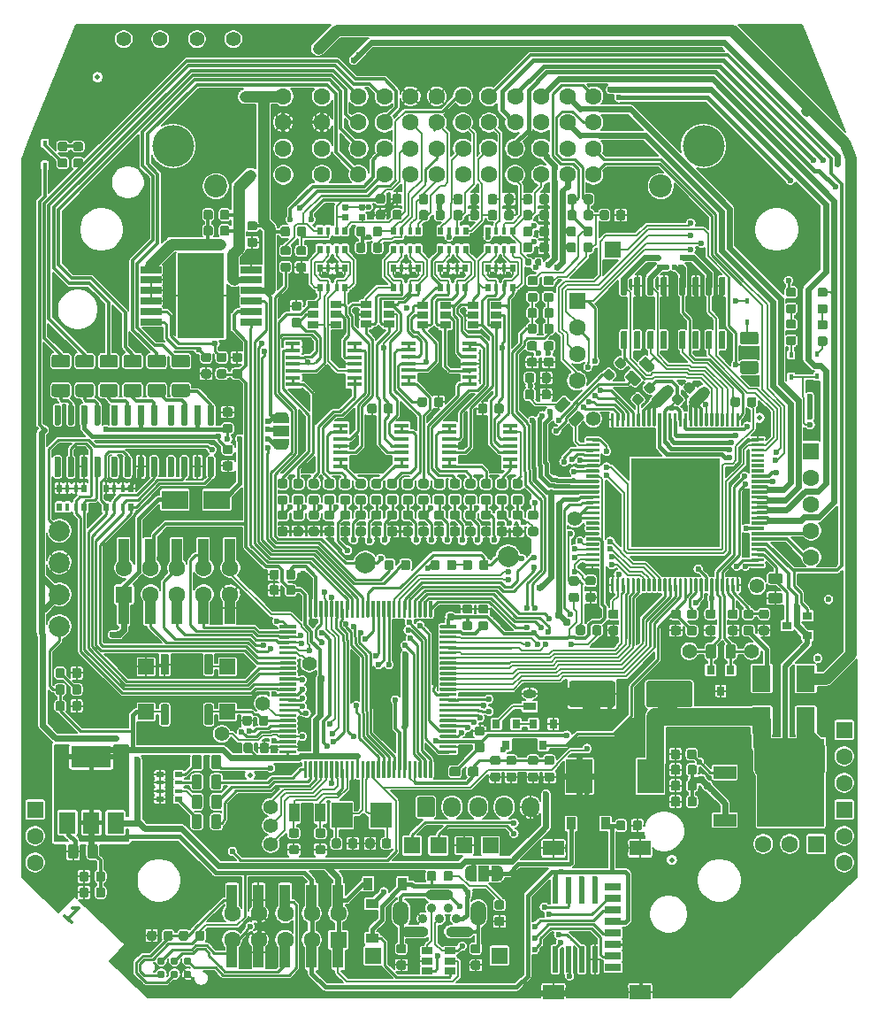
<source format=gbr>
%TF.GenerationSoftware,KiCad,Pcbnew,5.1.5+dfsg1-2build2*%
%TF.CreationDate,2022-01-02T10:19:41+01:00*%
%TF.ProjectId,micro_rusEFI,6d696372-6f5f-4727-9573-4546492e6b69,R0.5.5rc2*%
%TF.SameCoordinates,Original*%
%TF.FileFunction,Copper,L1,Top*%
%TF.FilePolarity,Positive*%
%FSLAX46Y46*%
G04 Gerber Fmt 4.6, Leading zero omitted, Abs format (unit mm)*
G04 Created by KiCad (PCBNEW 5.1.5+dfsg1-2build2) date 2022-01-02 10:19:41*
%MOMM*%
%LPD*%
G04 APERTURE LIST*
%ADD10C,0.300000*%
%ADD11C,0.100000*%
%ADD12R,1.500000X1.000000*%
%ADD13R,2.500000X1.800000*%
%ADD14O,1.700000X1.950000*%
%ADD15O,2.616200X1.016000*%
%ADD16C,0.889000*%
%ADD17O,1.500000X2.380000*%
%ADD18R,1.200000X0.900000*%
%ADD19R,0.500000X0.800000*%
%ADD20R,0.400000X0.800000*%
%ADD21R,1.000000X3.150000*%
%ADD22R,1.000000X3.000000*%
%ADD23C,1.400000*%
%ADD24R,8.500000X8.500000*%
%ADD25C,1.000000*%
%ADD26R,1.450000X0.450000*%
%ADD27R,0.550000X2.540000*%
%ADD28C,0.787400*%
%ADD29R,0.450000X0.600000*%
%ADD30C,2.000000*%
%ADD31R,1.500000X1.500000*%
%ADD32R,0.800000X0.900000*%
%ADD33R,0.900000X0.800000*%
%ADD34R,1.800000X2.500000*%
%ADD35C,0.215900*%
%ADD36R,0.900000X1.200000*%
%ADD37R,2.500000X3.300000*%
%ADD38R,1.060000X0.650000*%
%ADD39R,1.000000X1.800000*%
%ADD40R,2.000000X2.400000*%
%ADD41R,3.800000X2.000000*%
%ADD42R,1.500000X2.000000*%
%ADD43C,0.500000*%
%ADD44R,0.800000X0.500000*%
%ADD45R,0.800000X0.400000*%
%ADD46R,2.200000X1.200000*%
%ADD47R,6.400000X5.800000*%
%ADD48R,2.000000X0.650000*%
%ADD49R,4.500000X8.100000*%
%ADD50R,1.000000X1.500000*%
%ADD51R,2.000000X1.450000*%
%ADD52R,1.500000X0.800000*%
%ADD53R,1.600000X1.600000*%
%ADD54C,1.600000*%
%ADD55C,4.000000*%
%ADD56C,2.200000*%
%ADD57R,1.300000X0.800000*%
%ADD58O,1.300000X0.800000*%
%ADD59R,1.524000X1.524000*%
%ADD60C,0.600000*%
%ADD61C,0.789940*%
%ADD62C,0.215900*%
%ADD63C,0.406400*%
%ADD64C,0.304800*%
%ADD65C,0.203200*%
%ADD66C,1.651000*%
%ADD67C,0.600000*%
%ADD68C,0.550000*%
%ADD69C,1.066800*%
%ADD70C,0.152300*%
G04 APERTURE END LIST*
D10*
X25675507Y-108570443D02*
X25058930Y-107975022D01*
X25367219Y-108272732D02*
X26409206Y-107193723D01*
X26157588Y-107248630D01*
X25955589Y-107252156D01*
X25803207Y-107204300D01*
D11*
G36*
X60490100Y-86093300D02*
G01*
X60490100Y-86523100D01*
X60287400Y-86525100D01*
X60285900Y-86093300D01*
X60490100Y-86093300D01*
G37*
G36*
X52171600Y-80937100D02*
G01*
X52171600Y-81366900D01*
X51968900Y-81368900D01*
X51967400Y-80937100D01*
X52171600Y-80937100D01*
G37*
G36*
X66100000Y-104200000D02*
G01*
X65600000Y-104200000D01*
X65600000Y-103600000D01*
X66100000Y-103600000D01*
X66100000Y-104200000D01*
G37*
D12*
X45745400Y-61569600D03*
%TA.AperFunction,SMDPad,CuDef*%
D11*
G36*
X44996002Y-60269600D02*
G01*
X44996002Y-60245066D01*
X45000812Y-60196235D01*
X45010384Y-60148110D01*
X45024628Y-60101155D01*
X45043405Y-60055822D01*
X45066536Y-60012549D01*
X45093796Y-59971750D01*
X45124924Y-59933821D01*
X45159621Y-59899124D01*
X45197550Y-59867996D01*
X45238349Y-59840736D01*
X45281622Y-59817605D01*
X45326955Y-59798828D01*
X45373910Y-59784584D01*
X45422035Y-59775012D01*
X45470866Y-59770202D01*
X45495400Y-59770202D01*
X45495400Y-59769600D01*
X45995400Y-59769600D01*
X45995400Y-59770202D01*
X46019934Y-59770202D01*
X46068765Y-59775012D01*
X46116890Y-59784584D01*
X46163845Y-59798828D01*
X46209178Y-59817605D01*
X46252451Y-59840736D01*
X46293250Y-59867996D01*
X46331179Y-59899124D01*
X46365876Y-59933821D01*
X46397004Y-59971750D01*
X46424264Y-60012549D01*
X46447395Y-60055822D01*
X46466172Y-60101155D01*
X46480416Y-60148110D01*
X46489988Y-60196235D01*
X46494798Y-60245066D01*
X46494798Y-60269600D01*
X46495400Y-60269600D01*
X46495400Y-60819600D01*
X44995400Y-60819600D01*
X44995400Y-60269600D01*
X44996002Y-60269600D01*
G37*
%TD.AperFunction*%
%TA.AperFunction,SMDPad,CuDef*%
G36*
X46495400Y-62319600D02*
G01*
X46495400Y-62869600D01*
X46494798Y-62869600D01*
X46494798Y-62894134D01*
X46489988Y-62942965D01*
X46480416Y-62991090D01*
X46466172Y-63038045D01*
X46447395Y-63083378D01*
X46424264Y-63126651D01*
X46397004Y-63167450D01*
X46365876Y-63205379D01*
X46331179Y-63240076D01*
X46293250Y-63271204D01*
X46252451Y-63298464D01*
X46209178Y-63321595D01*
X46163845Y-63340372D01*
X46116890Y-63354616D01*
X46068765Y-63364188D01*
X46019934Y-63368998D01*
X45995400Y-63368998D01*
X45995400Y-63369600D01*
X45495400Y-63369600D01*
X45495400Y-63368998D01*
X45470866Y-63368998D01*
X45422035Y-63364188D01*
X45373910Y-63354616D01*
X45326955Y-63340372D01*
X45281622Y-63321595D01*
X45238349Y-63298464D01*
X45197550Y-63271204D01*
X45159621Y-63240076D01*
X45124924Y-63205379D01*
X45093796Y-63167450D01*
X45066536Y-63126651D01*
X45043405Y-63083378D01*
X45024628Y-63038045D01*
X45010384Y-62991090D01*
X45000812Y-62942965D01*
X44996002Y-62894134D01*
X44996002Y-62869600D01*
X44995400Y-62869600D01*
X44995400Y-62319600D01*
X46495400Y-62319600D01*
G37*
%TD.AperFunction*%
D13*
X35600000Y-68150000D03*
X39600000Y-68150000D03*
%TA.AperFunction,SMDPad,CuDef*%
D11*
G36*
X67827691Y-40451053D02*
G01*
X67848926Y-40454203D01*
X67869750Y-40459419D01*
X67889962Y-40466651D01*
X67909368Y-40475830D01*
X67927781Y-40486866D01*
X67945024Y-40499654D01*
X67960930Y-40514070D01*
X67975346Y-40529976D01*
X67988134Y-40547219D01*
X67999170Y-40565632D01*
X68008349Y-40585038D01*
X68015581Y-40605250D01*
X68020797Y-40626074D01*
X68023947Y-40647309D01*
X68025000Y-40668750D01*
X68025000Y-41181250D01*
X68023947Y-41202691D01*
X68020797Y-41223926D01*
X68015581Y-41244750D01*
X68008349Y-41264962D01*
X67999170Y-41284368D01*
X67988134Y-41302781D01*
X67975346Y-41320024D01*
X67960930Y-41335930D01*
X67945024Y-41350346D01*
X67927781Y-41363134D01*
X67909368Y-41374170D01*
X67889962Y-41383349D01*
X67869750Y-41390581D01*
X67848926Y-41395797D01*
X67827691Y-41398947D01*
X67806250Y-41400000D01*
X67368750Y-41400000D01*
X67347309Y-41398947D01*
X67326074Y-41395797D01*
X67305250Y-41390581D01*
X67285038Y-41383349D01*
X67265632Y-41374170D01*
X67247219Y-41363134D01*
X67229976Y-41350346D01*
X67214070Y-41335930D01*
X67199654Y-41320024D01*
X67186866Y-41302781D01*
X67175830Y-41284368D01*
X67166651Y-41264962D01*
X67159419Y-41244750D01*
X67154203Y-41223926D01*
X67151053Y-41202691D01*
X67150000Y-41181250D01*
X67150000Y-40668750D01*
X67151053Y-40647309D01*
X67154203Y-40626074D01*
X67159419Y-40605250D01*
X67166651Y-40585038D01*
X67175830Y-40565632D01*
X67186866Y-40547219D01*
X67199654Y-40529976D01*
X67214070Y-40514070D01*
X67229976Y-40499654D01*
X67247219Y-40486866D01*
X67265632Y-40475830D01*
X67285038Y-40466651D01*
X67305250Y-40459419D01*
X67326074Y-40454203D01*
X67347309Y-40451053D01*
X67368750Y-40450000D01*
X67806250Y-40450000D01*
X67827691Y-40451053D01*
G37*
%TD.AperFunction*%
%TA.AperFunction,SMDPad,CuDef*%
G36*
X66252691Y-40451053D02*
G01*
X66273926Y-40454203D01*
X66294750Y-40459419D01*
X66314962Y-40466651D01*
X66334368Y-40475830D01*
X66352781Y-40486866D01*
X66370024Y-40499654D01*
X66385930Y-40514070D01*
X66400346Y-40529976D01*
X66413134Y-40547219D01*
X66424170Y-40565632D01*
X66433349Y-40585038D01*
X66440581Y-40605250D01*
X66445797Y-40626074D01*
X66448947Y-40647309D01*
X66450000Y-40668750D01*
X66450000Y-41181250D01*
X66448947Y-41202691D01*
X66445797Y-41223926D01*
X66440581Y-41244750D01*
X66433349Y-41264962D01*
X66424170Y-41284368D01*
X66413134Y-41302781D01*
X66400346Y-41320024D01*
X66385930Y-41335930D01*
X66370024Y-41350346D01*
X66352781Y-41363134D01*
X66334368Y-41374170D01*
X66314962Y-41383349D01*
X66294750Y-41390581D01*
X66273926Y-41395797D01*
X66252691Y-41398947D01*
X66231250Y-41400000D01*
X65793750Y-41400000D01*
X65772309Y-41398947D01*
X65751074Y-41395797D01*
X65730250Y-41390581D01*
X65710038Y-41383349D01*
X65690632Y-41374170D01*
X65672219Y-41363134D01*
X65654976Y-41350346D01*
X65639070Y-41335930D01*
X65624654Y-41320024D01*
X65611866Y-41302781D01*
X65600830Y-41284368D01*
X65591651Y-41264962D01*
X65584419Y-41244750D01*
X65579203Y-41223926D01*
X65576053Y-41202691D01*
X65575000Y-41181250D01*
X65575000Y-40668750D01*
X65576053Y-40647309D01*
X65579203Y-40626074D01*
X65584419Y-40605250D01*
X65591651Y-40585038D01*
X65600830Y-40565632D01*
X65611866Y-40547219D01*
X65624654Y-40529976D01*
X65639070Y-40514070D01*
X65654976Y-40499654D01*
X65672219Y-40486866D01*
X65690632Y-40475830D01*
X65710038Y-40466651D01*
X65730250Y-40459419D01*
X65751074Y-40454203D01*
X65772309Y-40451053D01*
X65793750Y-40450000D01*
X66231250Y-40450000D01*
X66252691Y-40451053D01*
G37*
%TD.AperFunction*%
%TA.AperFunction,SMDPad,CuDef*%
G36*
X64527691Y-40451053D02*
G01*
X64548926Y-40454203D01*
X64569750Y-40459419D01*
X64589962Y-40466651D01*
X64609368Y-40475830D01*
X64627781Y-40486866D01*
X64645024Y-40499654D01*
X64660930Y-40514070D01*
X64675346Y-40529976D01*
X64688134Y-40547219D01*
X64699170Y-40565632D01*
X64708349Y-40585038D01*
X64715581Y-40605250D01*
X64720797Y-40626074D01*
X64723947Y-40647309D01*
X64725000Y-40668750D01*
X64725000Y-41181250D01*
X64723947Y-41202691D01*
X64720797Y-41223926D01*
X64715581Y-41244750D01*
X64708349Y-41264962D01*
X64699170Y-41284368D01*
X64688134Y-41302781D01*
X64675346Y-41320024D01*
X64660930Y-41335930D01*
X64645024Y-41350346D01*
X64627781Y-41363134D01*
X64609368Y-41374170D01*
X64589962Y-41383349D01*
X64569750Y-41390581D01*
X64548926Y-41395797D01*
X64527691Y-41398947D01*
X64506250Y-41400000D01*
X64068750Y-41400000D01*
X64047309Y-41398947D01*
X64026074Y-41395797D01*
X64005250Y-41390581D01*
X63985038Y-41383349D01*
X63965632Y-41374170D01*
X63947219Y-41363134D01*
X63929976Y-41350346D01*
X63914070Y-41335930D01*
X63899654Y-41320024D01*
X63886866Y-41302781D01*
X63875830Y-41284368D01*
X63866651Y-41264962D01*
X63859419Y-41244750D01*
X63854203Y-41223926D01*
X63851053Y-41202691D01*
X63850000Y-41181250D01*
X63850000Y-40668750D01*
X63851053Y-40647309D01*
X63854203Y-40626074D01*
X63859419Y-40605250D01*
X63866651Y-40585038D01*
X63875830Y-40565632D01*
X63886866Y-40547219D01*
X63899654Y-40529976D01*
X63914070Y-40514070D01*
X63929976Y-40499654D01*
X63947219Y-40486866D01*
X63965632Y-40475830D01*
X63985038Y-40466651D01*
X64005250Y-40459419D01*
X64026074Y-40454203D01*
X64047309Y-40451053D01*
X64068750Y-40450000D01*
X64506250Y-40450000D01*
X64527691Y-40451053D01*
G37*
%TD.AperFunction*%
%TA.AperFunction,SMDPad,CuDef*%
G36*
X62952691Y-40451053D02*
G01*
X62973926Y-40454203D01*
X62994750Y-40459419D01*
X63014962Y-40466651D01*
X63034368Y-40475830D01*
X63052781Y-40486866D01*
X63070024Y-40499654D01*
X63085930Y-40514070D01*
X63100346Y-40529976D01*
X63113134Y-40547219D01*
X63124170Y-40565632D01*
X63133349Y-40585038D01*
X63140581Y-40605250D01*
X63145797Y-40626074D01*
X63148947Y-40647309D01*
X63150000Y-40668750D01*
X63150000Y-41181250D01*
X63148947Y-41202691D01*
X63145797Y-41223926D01*
X63140581Y-41244750D01*
X63133349Y-41264962D01*
X63124170Y-41284368D01*
X63113134Y-41302781D01*
X63100346Y-41320024D01*
X63085930Y-41335930D01*
X63070024Y-41350346D01*
X63052781Y-41363134D01*
X63034368Y-41374170D01*
X63014962Y-41383349D01*
X62994750Y-41390581D01*
X62973926Y-41395797D01*
X62952691Y-41398947D01*
X62931250Y-41400000D01*
X62493750Y-41400000D01*
X62472309Y-41398947D01*
X62451074Y-41395797D01*
X62430250Y-41390581D01*
X62410038Y-41383349D01*
X62390632Y-41374170D01*
X62372219Y-41363134D01*
X62354976Y-41350346D01*
X62339070Y-41335930D01*
X62324654Y-41320024D01*
X62311866Y-41302781D01*
X62300830Y-41284368D01*
X62291651Y-41264962D01*
X62284419Y-41244750D01*
X62279203Y-41223926D01*
X62276053Y-41202691D01*
X62275000Y-41181250D01*
X62275000Y-40668750D01*
X62276053Y-40647309D01*
X62279203Y-40626074D01*
X62284419Y-40605250D01*
X62291651Y-40585038D01*
X62300830Y-40565632D01*
X62311866Y-40547219D01*
X62324654Y-40529976D01*
X62339070Y-40514070D01*
X62354976Y-40499654D01*
X62372219Y-40486866D01*
X62390632Y-40475830D01*
X62410038Y-40466651D01*
X62430250Y-40459419D01*
X62451074Y-40454203D01*
X62472309Y-40451053D01*
X62493750Y-40450000D01*
X62931250Y-40450000D01*
X62952691Y-40451053D01*
G37*
%TD.AperFunction*%
%TA.AperFunction,SMDPad,CuDef*%
G36*
X71202691Y-43551053D02*
G01*
X71223926Y-43554203D01*
X71244750Y-43559419D01*
X71264962Y-43566651D01*
X71284368Y-43575830D01*
X71302781Y-43586866D01*
X71320024Y-43599654D01*
X71335930Y-43614070D01*
X71350346Y-43629976D01*
X71363134Y-43647219D01*
X71374170Y-43665632D01*
X71383349Y-43685038D01*
X71390581Y-43705250D01*
X71395797Y-43726074D01*
X71398947Y-43747309D01*
X71400000Y-43768750D01*
X71400000Y-44281250D01*
X71398947Y-44302691D01*
X71395797Y-44323926D01*
X71390581Y-44344750D01*
X71383349Y-44364962D01*
X71374170Y-44384368D01*
X71363134Y-44402781D01*
X71350346Y-44420024D01*
X71335930Y-44435930D01*
X71320024Y-44450346D01*
X71302781Y-44463134D01*
X71284368Y-44474170D01*
X71264962Y-44483349D01*
X71244750Y-44490581D01*
X71223926Y-44495797D01*
X71202691Y-44498947D01*
X71181250Y-44500000D01*
X70743750Y-44500000D01*
X70722309Y-44498947D01*
X70701074Y-44495797D01*
X70680250Y-44490581D01*
X70660038Y-44483349D01*
X70640632Y-44474170D01*
X70622219Y-44463134D01*
X70604976Y-44450346D01*
X70589070Y-44435930D01*
X70574654Y-44420024D01*
X70561866Y-44402781D01*
X70550830Y-44384368D01*
X70541651Y-44364962D01*
X70534419Y-44344750D01*
X70529203Y-44323926D01*
X70526053Y-44302691D01*
X70525000Y-44281250D01*
X70525000Y-43768750D01*
X70526053Y-43747309D01*
X70529203Y-43726074D01*
X70534419Y-43705250D01*
X70541651Y-43685038D01*
X70550830Y-43665632D01*
X70561866Y-43647219D01*
X70574654Y-43629976D01*
X70589070Y-43614070D01*
X70604976Y-43599654D01*
X70622219Y-43586866D01*
X70640632Y-43575830D01*
X70660038Y-43566651D01*
X70680250Y-43559419D01*
X70701074Y-43554203D01*
X70722309Y-43551053D01*
X70743750Y-43550000D01*
X71181250Y-43550000D01*
X71202691Y-43551053D01*
G37*
%TD.AperFunction*%
%TA.AperFunction,SMDPad,CuDef*%
G36*
X69627691Y-43551053D02*
G01*
X69648926Y-43554203D01*
X69669750Y-43559419D01*
X69689962Y-43566651D01*
X69709368Y-43575830D01*
X69727781Y-43586866D01*
X69745024Y-43599654D01*
X69760930Y-43614070D01*
X69775346Y-43629976D01*
X69788134Y-43647219D01*
X69799170Y-43665632D01*
X69808349Y-43685038D01*
X69815581Y-43705250D01*
X69820797Y-43726074D01*
X69823947Y-43747309D01*
X69825000Y-43768750D01*
X69825000Y-44281250D01*
X69823947Y-44302691D01*
X69820797Y-44323926D01*
X69815581Y-44344750D01*
X69808349Y-44364962D01*
X69799170Y-44384368D01*
X69788134Y-44402781D01*
X69775346Y-44420024D01*
X69760930Y-44435930D01*
X69745024Y-44450346D01*
X69727781Y-44463134D01*
X69709368Y-44474170D01*
X69689962Y-44483349D01*
X69669750Y-44490581D01*
X69648926Y-44495797D01*
X69627691Y-44498947D01*
X69606250Y-44500000D01*
X69168750Y-44500000D01*
X69147309Y-44498947D01*
X69126074Y-44495797D01*
X69105250Y-44490581D01*
X69085038Y-44483349D01*
X69065632Y-44474170D01*
X69047219Y-44463134D01*
X69029976Y-44450346D01*
X69014070Y-44435930D01*
X68999654Y-44420024D01*
X68986866Y-44402781D01*
X68975830Y-44384368D01*
X68966651Y-44364962D01*
X68959419Y-44344750D01*
X68954203Y-44323926D01*
X68951053Y-44302691D01*
X68950000Y-44281250D01*
X68950000Y-43768750D01*
X68951053Y-43747309D01*
X68954203Y-43726074D01*
X68959419Y-43705250D01*
X68966651Y-43685038D01*
X68975830Y-43665632D01*
X68986866Y-43647219D01*
X68999654Y-43629976D01*
X69014070Y-43614070D01*
X69029976Y-43599654D01*
X69047219Y-43586866D01*
X69065632Y-43575830D01*
X69085038Y-43566651D01*
X69105250Y-43559419D01*
X69126074Y-43554203D01*
X69147309Y-43551053D01*
X69168750Y-43550000D01*
X69606250Y-43550000D01*
X69627691Y-43551053D01*
G37*
%TD.AperFunction*%
%TA.AperFunction,SMDPad,CuDef*%
G36*
X64527691Y-38926053D02*
G01*
X64548926Y-38929203D01*
X64569750Y-38934419D01*
X64589962Y-38941651D01*
X64609368Y-38950830D01*
X64627781Y-38961866D01*
X64645024Y-38974654D01*
X64660930Y-38989070D01*
X64675346Y-39004976D01*
X64688134Y-39022219D01*
X64699170Y-39040632D01*
X64708349Y-39060038D01*
X64715581Y-39080250D01*
X64720797Y-39101074D01*
X64723947Y-39122309D01*
X64725000Y-39143750D01*
X64725000Y-39656250D01*
X64723947Y-39677691D01*
X64720797Y-39698926D01*
X64715581Y-39719750D01*
X64708349Y-39739962D01*
X64699170Y-39759368D01*
X64688134Y-39777781D01*
X64675346Y-39795024D01*
X64660930Y-39810930D01*
X64645024Y-39825346D01*
X64627781Y-39838134D01*
X64609368Y-39849170D01*
X64589962Y-39858349D01*
X64569750Y-39865581D01*
X64548926Y-39870797D01*
X64527691Y-39873947D01*
X64506250Y-39875000D01*
X64068750Y-39875000D01*
X64047309Y-39873947D01*
X64026074Y-39870797D01*
X64005250Y-39865581D01*
X63985038Y-39858349D01*
X63965632Y-39849170D01*
X63947219Y-39838134D01*
X63929976Y-39825346D01*
X63914070Y-39810930D01*
X63899654Y-39795024D01*
X63886866Y-39777781D01*
X63875830Y-39759368D01*
X63866651Y-39739962D01*
X63859419Y-39719750D01*
X63854203Y-39698926D01*
X63851053Y-39677691D01*
X63850000Y-39656250D01*
X63850000Y-39143750D01*
X63851053Y-39122309D01*
X63854203Y-39101074D01*
X63859419Y-39080250D01*
X63866651Y-39060038D01*
X63875830Y-39040632D01*
X63886866Y-39022219D01*
X63899654Y-39004976D01*
X63914070Y-38989070D01*
X63929976Y-38974654D01*
X63947219Y-38961866D01*
X63965632Y-38950830D01*
X63985038Y-38941651D01*
X64005250Y-38934419D01*
X64026074Y-38929203D01*
X64047309Y-38926053D01*
X64068750Y-38925000D01*
X64506250Y-38925000D01*
X64527691Y-38926053D01*
G37*
%TD.AperFunction*%
%TA.AperFunction,SMDPad,CuDef*%
G36*
X62952691Y-38926053D02*
G01*
X62973926Y-38929203D01*
X62994750Y-38934419D01*
X63014962Y-38941651D01*
X63034368Y-38950830D01*
X63052781Y-38961866D01*
X63070024Y-38974654D01*
X63085930Y-38989070D01*
X63100346Y-39004976D01*
X63113134Y-39022219D01*
X63124170Y-39040632D01*
X63133349Y-39060038D01*
X63140581Y-39080250D01*
X63145797Y-39101074D01*
X63148947Y-39122309D01*
X63150000Y-39143750D01*
X63150000Y-39656250D01*
X63148947Y-39677691D01*
X63145797Y-39698926D01*
X63140581Y-39719750D01*
X63133349Y-39739962D01*
X63124170Y-39759368D01*
X63113134Y-39777781D01*
X63100346Y-39795024D01*
X63085930Y-39810930D01*
X63070024Y-39825346D01*
X63052781Y-39838134D01*
X63034368Y-39849170D01*
X63014962Y-39858349D01*
X62994750Y-39865581D01*
X62973926Y-39870797D01*
X62952691Y-39873947D01*
X62931250Y-39875000D01*
X62493750Y-39875000D01*
X62472309Y-39873947D01*
X62451074Y-39870797D01*
X62430250Y-39865581D01*
X62410038Y-39858349D01*
X62390632Y-39849170D01*
X62372219Y-39838134D01*
X62354976Y-39825346D01*
X62339070Y-39810930D01*
X62324654Y-39795024D01*
X62311866Y-39777781D01*
X62300830Y-39759368D01*
X62291651Y-39739962D01*
X62284419Y-39719750D01*
X62279203Y-39698926D01*
X62276053Y-39677691D01*
X62275000Y-39656250D01*
X62275000Y-39143750D01*
X62276053Y-39122309D01*
X62279203Y-39101074D01*
X62284419Y-39080250D01*
X62291651Y-39060038D01*
X62300830Y-39040632D01*
X62311866Y-39022219D01*
X62324654Y-39004976D01*
X62339070Y-38989070D01*
X62354976Y-38974654D01*
X62372219Y-38961866D01*
X62390632Y-38950830D01*
X62410038Y-38941651D01*
X62430250Y-38934419D01*
X62451074Y-38929203D01*
X62472309Y-38926053D01*
X62493750Y-38925000D01*
X62931250Y-38925000D01*
X62952691Y-38926053D01*
G37*
%TD.AperFunction*%
%TA.AperFunction,SMDPad,CuDef*%
G36*
X55527691Y-40426053D02*
G01*
X55548926Y-40429203D01*
X55569750Y-40434419D01*
X55589962Y-40441651D01*
X55609368Y-40450830D01*
X55627781Y-40461866D01*
X55645024Y-40474654D01*
X55660930Y-40489070D01*
X55675346Y-40504976D01*
X55688134Y-40522219D01*
X55699170Y-40540632D01*
X55708349Y-40560038D01*
X55715581Y-40580250D01*
X55720797Y-40601074D01*
X55723947Y-40622309D01*
X55725000Y-40643750D01*
X55725000Y-41156250D01*
X55723947Y-41177691D01*
X55720797Y-41198926D01*
X55715581Y-41219750D01*
X55708349Y-41239962D01*
X55699170Y-41259368D01*
X55688134Y-41277781D01*
X55675346Y-41295024D01*
X55660930Y-41310930D01*
X55645024Y-41325346D01*
X55627781Y-41338134D01*
X55609368Y-41349170D01*
X55589962Y-41358349D01*
X55569750Y-41365581D01*
X55548926Y-41370797D01*
X55527691Y-41373947D01*
X55506250Y-41375000D01*
X55068750Y-41375000D01*
X55047309Y-41373947D01*
X55026074Y-41370797D01*
X55005250Y-41365581D01*
X54985038Y-41358349D01*
X54965632Y-41349170D01*
X54947219Y-41338134D01*
X54929976Y-41325346D01*
X54914070Y-41310930D01*
X54899654Y-41295024D01*
X54886866Y-41277781D01*
X54875830Y-41259368D01*
X54866651Y-41239962D01*
X54859419Y-41219750D01*
X54854203Y-41198926D01*
X54851053Y-41177691D01*
X54850000Y-41156250D01*
X54850000Y-40643750D01*
X54851053Y-40622309D01*
X54854203Y-40601074D01*
X54859419Y-40580250D01*
X54866651Y-40560038D01*
X54875830Y-40540632D01*
X54886866Y-40522219D01*
X54899654Y-40504976D01*
X54914070Y-40489070D01*
X54929976Y-40474654D01*
X54947219Y-40461866D01*
X54965632Y-40450830D01*
X54985038Y-40441651D01*
X55005250Y-40434419D01*
X55026074Y-40429203D01*
X55047309Y-40426053D01*
X55068750Y-40425000D01*
X55506250Y-40425000D01*
X55527691Y-40426053D01*
G37*
%TD.AperFunction*%
%TA.AperFunction,SMDPad,CuDef*%
G36*
X57102691Y-40426053D02*
G01*
X57123926Y-40429203D01*
X57144750Y-40434419D01*
X57164962Y-40441651D01*
X57184368Y-40450830D01*
X57202781Y-40461866D01*
X57220024Y-40474654D01*
X57235930Y-40489070D01*
X57250346Y-40504976D01*
X57263134Y-40522219D01*
X57274170Y-40540632D01*
X57283349Y-40560038D01*
X57290581Y-40580250D01*
X57295797Y-40601074D01*
X57298947Y-40622309D01*
X57300000Y-40643750D01*
X57300000Y-41156250D01*
X57298947Y-41177691D01*
X57295797Y-41198926D01*
X57290581Y-41219750D01*
X57283349Y-41239962D01*
X57274170Y-41259368D01*
X57263134Y-41277781D01*
X57250346Y-41295024D01*
X57235930Y-41310930D01*
X57220024Y-41325346D01*
X57202781Y-41338134D01*
X57184368Y-41349170D01*
X57164962Y-41358349D01*
X57144750Y-41365581D01*
X57123926Y-41370797D01*
X57102691Y-41373947D01*
X57081250Y-41375000D01*
X56643750Y-41375000D01*
X56622309Y-41373947D01*
X56601074Y-41370797D01*
X56580250Y-41365581D01*
X56560038Y-41358349D01*
X56540632Y-41349170D01*
X56522219Y-41338134D01*
X56504976Y-41325346D01*
X56489070Y-41310930D01*
X56474654Y-41295024D01*
X56461866Y-41277781D01*
X56450830Y-41259368D01*
X56441651Y-41239962D01*
X56434419Y-41219750D01*
X56429203Y-41198926D01*
X56426053Y-41177691D01*
X56425000Y-41156250D01*
X56425000Y-40643750D01*
X56426053Y-40622309D01*
X56429203Y-40601074D01*
X56434419Y-40580250D01*
X56441651Y-40560038D01*
X56450830Y-40540632D01*
X56461866Y-40522219D01*
X56474654Y-40504976D01*
X56489070Y-40489070D01*
X56504976Y-40474654D01*
X56522219Y-40461866D01*
X56540632Y-40450830D01*
X56560038Y-40441651D01*
X56580250Y-40434419D01*
X56601074Y-40429203D01*
X56622309Y-40426053D01*
X56643750Y-40425000D01*
X57081250Y-40425000D01*
X57102691Y-40426053D01*
G37*
%TD.AperFunction*%
%TA.AperFunction,SMDPad,CuDef*%
G36*
X71202691Y-40451053D02*
G01*
X71223926Y-40454203D01*
X71244750Y-40459419D01*
X71264962Y-40466651D01*
X71284368Y-40475830D01*
X71302781Y-40486866D01*
X71320024Y-40499654D01*
X71335930Y-40514070D01*
X71350346Y-40529976D01*
X71363134Y-40547219D01*
X71374170Y-40565632D01*
X71383349Y-40585038D01*
X71390581Y-40605250D01*
X71395797Y-40626074D01*
X71398947Y-40647309D01*
X71400000Y-40668750D01*
X71400000Y-41181250D01*
X71398947Y-41202691D01*
X71395797Y-41223926D01*
X71390581Y-41244750D01*
X71383349Y-41264962D01*
X71374170Y-41284368D01*
X71363134Y-41302781D01*
X71350346Y-41320024D01*
X71335930Y-41335930D01*
X71320024Y-41350346D01*
X71302781Y-41363134D01*
X71284368Y-41374170D01*
X71264962Y-41383349D01*
X71244750Y-41390581D01*
X71223926Y-41395797D01*
X71202691Y-41398947D01*
X71181250Y-41400000D01*
X70743750Y-41400000D01*
X70722309Y-41398947D01*
X70701074Y-41395797D01*
X70680250Y-41390581D01*
X70660038Y-41383349D01*
X70640632Y-41374170D01*
X70622219Y-41363134D01*
X70604976Y-41350346D01*
X70589070Y-41335930D01*
X70574654Y-41320024D01*
X70561866Y-41302781D01*
X70550830Y-41284368D01*
X70541651Y-41264962D01*
X70534419Y-41244750D01*
X70529203Y-41223926D01*
X70526053Y-41202691D01*
X70525000Y-41181250D01*
X70525000Y-40668750D01*
X70526053Y-40647309D01*
X70529203Y-40626074D01*
X70534419Y-40605250D01*
X70541651Y-40585038D01*
X70550830Y-40565632D01*
X70561866Y-40547219D01*
X70574654Y-40529976D01*
X70589070Y-40514070D01*
X70604976Y-40499654D01*
X70622219Y-40486866D01*
X70640632Y-40475830D01*
X70660038Y-40466651D01*
X70680250Y-40459419D01*
X70701074Y-40454203D01*
X70722309Y-40451053D01*
X70743750Y-40450000D01*
X71181250Y-40450000D01*
X71202691Y-40451053D01*
G37*
%TD.AperFunction*%
%TA.AperFunction,SMDPad,CuDef*%
G36*
X69627691Y-40451053D02*
G01*
X69648926Y-40454203D01*
X69669750Y-40459419D01*
X69689962Y-40466651D01*
X69709368Y-40475830D01*
X69727781Y-40486866D01*
X69745024Y-40499654D01*
X69760930Y-40514070D01*
X69775346Y-40529976D01*
X69788134Y-40547219D01*
X69799170Y-40565632D01*
X69808349Y-40585038D01*
X69815581Y-40605250D01*
X69820797Y-40626074D01*
X69823947Y-40647309D01*
X69825000Y-40668750D01*
X69825000Y-41181250D01*
X69823947Y-41202691D01*
X69820797Y-41223926D01*
X69815581Y-41244750D01*
X69808349Y-41264962D01*
X69799170Y-41284368D01*
X69788134Y-41302781D01*
X69775346Y-41320024D01*
X69760930Y-41335930D01*
X69745024Y-41350346D01*
X69727781Y-41363134D01*
X69709368Y-41374170D01*
X69689962Y-41383349D01*
X69669750Y-41390581D01*
X69648926Y-41395797D01*
X69627691Y-41398947D01*
X69606250Y-41400000D01*
X69168750Y-41400000D01*
X69147309Y-41398947D01*
X69126074Y-41395797D01*
X69105250Y-41390581D01*
X69085038Y-41383349D01*
X69065632Y-41374170D01*
X69047219Y-41363134D01*
X69029976Y-41350346D01*
X69014070Y-41335930D01*
X68999654Y-41320024D01*
X68986866Y-41302781D01*
X68975830Y-41284368D01*
X68966651Y-41264962D01*
X68959419Y-41244750D01*
X68954203Y-41223926D01*
X68951053Y-41202691D01*
X68950000Y-41181250D01*
X68950000Y-40668750D01*
X68951053Y-40647309D01*
X68954203Y-40626074D01*
X68959419Y-40605250D01*
X68966651Y-40585038D01*
X68975830Y-40565632D01*
X68986866Y-40547219D01*
X68999654Y-40529976D01*
X69014070Y-40514070D01*
X69029976Y-40499654D01*
X69047219Y-40486866D01*
X69065632Y-40475830D01*
X69085038Y-40466651D01*
X69105250Y-40459419D01*
X69126074Y-40454203D01*
X69147309Y-40451053D01*
X69168750Y-40450000D01*
X69606250Y-40450000D01*
X69627691Y-40451053D01*
G37*
%TD.AperFunction*%
%TA.AperFunction,SMDPad,CuDef*%
G36*
X71202691Y-38926053D02*
G01*
X71223926Y-38929203D01*
X71244750Y-38934419D01*
X71264962Y-38941651D01*
X71284368Y-38950830D01*
X71302781Y-38961866D01*
X71320024Y-38974654D01*
X71335930Y-38989070D01*
X71350346Y-39004976D01*
X71363134Y-39022219D01*
X71374170Y-39040632D01*
X71383349Y-39060038D01*
X71390581Y-39080250D01*
X71395797Y-39101074D01*
X71398947Y-39122309D01*
X71400000Y-39143750D01*
X71400000Y-39656250D01*
X71398947Y-39677691D01*
X71395797Y-39698926D01*
X71390581Y-39719750D01*
X71383349Y-39739962D01*
X71374170Y-39759368D01*
X71363134Y-39777781D01*
X71350346Y-39795024D01*
X71335930Y-39810930D01*
X71320024Y-39825346D01*
X71302781Y-39838134D01*
X71284368Y-39849170D01*
X71264962Y-39858349D01*
X71244750Y-39865581D01*
X71223926Y-39870797D01*
X71202691Y-39873947D01*
X71181250Y-39875000D01*
X70743750Y-39875000D01*
X70722309Y-39873947D01*
X70701074Y-39870797D01*
X70680250Y-39865581D01*
X70660038Y-39858349D01*
X70640632Y-39849170D01*
X70622219Y-39838134D01*
X70604976Y-39825346D01*
X70589070Y-39810930D01*
X70574654Y-39795024D01*
X70561866Y-39777781D01*
X70550830Y-39759368D01*
X70541651Y-39739962D01*
X70534419Y-39719750D01*
X70529203Y-39698926D01*
X70526053Y-39677691D01*
X70525000Y-39656250D01*
X70525000Y-39143750D01*
X70526053Y-39122309D01*
X70529203Y-39101074D01*
X70534419Y-39080250D01*
X70541651Y-39060038D01*
X70550830Y-39040632D01*
X70561866Y-39022219D01*
X70574654Y-39004976D01*
X70589070Y-38989070D01*
X70604976Y-38974654D01*
X70622219Y-38961866D01*
X70640632Y-38950830D01*
X70660038Y-38941651D01*
X70680250Y-38934419D01*
X70701074Y-38929203D01*
X70722309Y-38926053D01*
X70743750Y-38925000D01*
X71181250Y-38925000D01*
X71202691Y-38926053D01*
G37*
%TD.AperFunction*%
%TA.AperFunction,SMDPad,CuDef*%
G36*
X69627691Y-38926053D02*
G01*
X69648926Y-38929203D01*
X69669750Y-38934419D01*
X69689962Y-38941651D01*
X69709368Y-38950830D01*
X69727781Y-38961866D01*
X69745024Y-38974654D01*
X69760930Y-38989070D01*
X69775346Y-39004976D01*
X69788134Y-39022219D01*
X69799170Y-39040632D01*
X69808349Y-39060038D01*
X69815581Y-39080250D01*
X69820797Y-39101074D01*
X69823947Y-39122309D01*
X69825000Y-39143750D01*
X69825000Y-39656250D01*
X69823947Y-39677691D01*
X69820797Y-39698926D01*
X69815581Y-39719750D01*
X69808349Y-39739962D01*
X69799170Y-39759368D01*
X69788134Y-39777781D01*
X69775346Y-39795024D01*
X69760930Y-39810930D01*
X69745024Y-39825346D01*
X69727781Y-39838134D01*
X69709368Y-39849170D01*
X69689962Y-39858349D01*
X69669750Y-39865581D01*
X69648926Y-39870797D01*
X69627691Y-39873947D01*
X69606250Y-39875000D01*
X69168750Y-39875000D01*
X69147309Y-39873947D01*
X69126074Y-39870797D01*
X69105250Y-39865581D01*
X69085038Y-39858349D01*
X69065632Y-39849170D01*
X69047219Y-39838134D01*
X69029976Y-39825346D01*
X69014070Y-39810930D01*
X68999654Y-39795024D01*
X68986866Y-39777781D01*
X68975830Y-39759368D01*
X68966651Y-39739962D01*
X68959419Y-39719750D01*
X68954203Y-39698926D01*
X68951053Y-39677691D01*
X68950000Y-39656250D01*
X68950000Y-39143750D01*
X68951053Y-39122309D01*
X68954203Y-39101074D01*
X68959419Y-39080250D01*
X68966651Y-39060038D01*
X68975830Y-39040632D01*
X68986866Y-39022219D01*
X68999654Y-39004976D01*
X69014070Y-38989070D01*
X69029976Y-38974654D01*
X69047219Y-38961866D01*
X69065632Y-38950830D01*
X69085038Y-38941651D01*
X69105250Y-38934419D01*
X69126074Y-38929203D01*
X69147309Y-38926053D01*
X69168750Y-38925000D01*
X69606250Y-38925000D01*
X69627691Y-38926053D01*
G37*
%TD.AperFunction*%
%TA.AperFunction,SMDPad,CuDef*%
G36*
X67827691Y-38926053D02*
G01*
X67848926Y-38929203D01*
X67869750Y-38934419D01*
X67889962Y-38941651D01*
X67909368Y-38950830D01*
X67927781Y-38961866D01*
X67945024Y-38974654D01*
X67960930Y-38989070D01*
X67975346Y-39004976D01*
X67988134Y-39022219D01*
X67999170Y-39040632D01*
X68008349Y-39060038D01*
X68015581Y-39080250D01*
X68020797Y-39101074D01*
X68023947Y-39122309D01*
X68025000Y-39143750D01*
X68025000Y-39656250D01*
X68023947Y-39677691D01*
X68020797Y-39698926D01*
X68015581Y-39719750D01*
X68008349Y-39739962D01*
X67999170Y-39759368D01*
X67988134Y-39777781D01*
X67975346Y-39795024D01*
X67960930Y-39810930D01*
X67945024Y-39825346D01*
X67927781Y-39838134D01*
X67909368Y-39849170D01*
X67889962Y-39858349D01*
X67869750Y-39865581D01*
X67848926Y-39870797D01*
X67827691Y-39873947D01*
X67806250Y-39875000D01*
X67368750Y-39875000D01*
X67347309Y-39873947D01*
X67326074Y-39870797D01*
X67305250Y-39865581D01*
X67285038Y-39858349D01*
X67265632Y-39849170D01*
X67247219Y-39838134D01*
X67229976Y-39825346D01*
X67214070Y-39810930D01*
X67199654Y-39795024D01*
X67186866Y-39777781D01*
X67175830Y-39759368D01*
X67166651Y-39739962D01*
X67159419Y-39719750D01*
X67154203Y-39698926D01*
X67151053Y-39677691D01*
X67150000Y-39656250D01*
X67150000Y-39143750D01*
X67151053Y-39122309D01*
X67154203Y-39101074D01*
X67159419Y-39080250D01*
X67166651Y-39060038D01*
X67175830Y-39040632D01*
X67186866Y-39022219D01*
X67199654Y-39004976D01*
X67214070Y-38989070D01*
X67229976Y-38974654D01*
X67247219Y-38961866D01*
X67265632Y-38950830D01*
X67285038Y-38941651D01*
X67305250Y-38934419D01*
X67326074Y-38929203D01*
X67347309Y-38926053D01*
X67368750Y-38925000D01*
X67806250Y-38925000D01*
X67827691Y-38926053D01*
G37*
%TD.AperFunction*%
%TA.AperFunction,SMDPad,CuDef*%
G36*
X66252691Y-38926053D02*
G01*
X66273926Y-38929203D01*
X66294750Y-38934419D01*
X66314962Y-38941651D01*
X66334368Y-38950830D01*
X66352781Y-38961866D01*
X66370024Y-38974654D01*
X66385930Y-38989070D01*
X66400346Y-39004976D01*
X66413134Y-39022219D01*
X66424170Y-39040632D01*
X66433349Y-39060038D01*
X66440581Y-39080250D01*
X66445797Y-39101074D01*
X66448947Y-39122309D01*
X66450000Y-39143750D01*
X66450000Y-39656250D01*
X66448947Y-39677691D01*
X66445797Y-39698926D01*
X66440581Y-39719750D01*
X66433349Y-39739962D01*
X66424170Y-39759368D01*
X66413134Y-39777781D01*
X66400346Y-39795024D01*
X66385930Y-39810930D01*
X66370024Y-39825346D01*
X66352781Y-39838134D01*
X66334368Y-39849170D01*
X66314962Y-39858349D01*
X66294750Y-39865581D01*
X66273926Y-39870797D01*
X66252691Y-39873947D01*
X66231250Y-39875000D01*
X65793750Y-39875000D01*
X65772309Y-39873947D01*
X65751074Y-39870797D01*
X65730250Y-39865581D01*
X65710038Y-39858349D01*
X65690632Y-39849170D01*
X65672219Y-39838134D01*
X65654976Y-39825346D01*
X65639070Y-39810930D01*
X65624654Y-39795024D01*
X65611866Y-39777781D01*
X65600830Y-39759368D01*
X65591651Y-39739962D01*
X65584419Y-39719750D01*
X65579203Y-39698926D01*
X65576053Y-39677691D01*
X65575000Y-39656250D01*
X65575000Y-39143750D01*
X65576053Y-39122309D01*
X65579203Y-39101074D01*
X65584419Y-39080250D01*
X65591651Y-39060038D01*
X65600830Y-39040632D01*
X65611866Y-39022219D01*
X65624654Y-39004976D01*
X65639070Y-38989070D01*
X65654976Y-38974654D01*
X65672219Y-38961866D01*
X65690632Y-38950830D01*
X65710038Y-38941651D01*
X65730250Y-38934419D01*
X65751074Y-38929203D01*
X65772309Y-38926053D01*
X65793750Y-38925000D01*
X66231250Y-38925000D01*
X66252691Y-38926053D01*
G37*
%TD.AperFunction*%
%TA.AperFunction,SMDPad,CuDef*%
G36*
X71202691Y-42026053D02*
G01*
X71223926Y-42029203D01*
X71244750Y-42034419D01*
X71264962Y-42041651D01*
X71284368Y-42050830D01*
X71302781Y-42061866D01*
X71320024Y-42074654D01*
X71335930Y-42089070D01*
X71350346Y-42104976D01*
X71363134Y-42122219D01*
X71374170Y-42140632D01*
X71383349Y-42160038D01*
X71390581Y-42180250D01*
X71395797Y-42201074D01*
X71398947Y-42222309D01*
X71400000Y-42243750D01*
X71400000Y-42756250D01*
X71398947Y-42777691D01*
X71395797Y-42798926D01*
X71390581Y-42819750D01*
X71383349Y-42839962D01*
X71374170Y-42859368D01*
X71363134Y-42877781D01*
X71350346Y-42895024D01*
X71335930Y-42910930D01*
X71320024Y-42925346D01*
X71302781Y-42938134D01*
X71284368Y-42949170D01*
X71264962Y-42958349D01*
X71244750Y-42965581D01*
X71223926Y-42970797D01*
X71202691Y-42973947D01*
X71181250Y-42975000D01*
X70743750Y-42975000D01*
X70722309Y-42973947D01*
X70701074Y-42970797D01*
X70680250Y-42965581D01*
X70660038Y-42958349D01*
X70640632Y-42949170D01*
X70622219Y-42938134D01*
X70604976Y-42925346D01*
X70589070Y-42910930D01*
X70574654Y-42895024D01*
X70561866Y-42877781D01*
X70550830Y-42859368D01*
X70541651Y-42839962D01*
X70534419Y-42819750D01*
X70529203Y-42798926D01*
X70526053Y-42777691D01*
X70525000Y-42756250D01*
X70525000Y-42243750D01*
X70526053Y-42222309D01*
X70529203Y-42201074D01*
X70534419Y-42180250D01*
X70541651Y-42160038D01*
X70550830Y-42140632D01*
X70561866Y-42122219D01*
X70574654Y-42104976D01*
X70589070Y-42089070D01*
X70604976Y-42074654D01*
X70622219Y-42061866D01*
X70640632Y-42050830D01*
X70660038Y-42041651D01*
X70680250Y-42034419D01*
X70701074Y-42029203D01*
X70722309Y-42026053D01*
X70743750Y-42025000D01*
X71181250Y-42025000D01*
X71202691Y-42026053D01*
G37*
%TD.AperFunction*%
%TA.AperFunction,SMDPad,CuDef*%
G36*
X69627691Y-42026053D02*
G01*
X69648926Y-42029203D01*
X69669750Y-42034419D01*
X69689962Y-42041651D01*
X69709368Y-42050830D01*
X69727781Y-42061866D01*
X69745024Y-42074654D01*
X69760930Y-42089070D01*
X69775346Y-42104976D01*
X69788134Y-42122219D01*
X69799170Y-42140632D01*
X69808349Y-42160038D01*
X69815581Y-42180250D01*
X69820797Y-42201074D01*
X69823947Y-42222309D01*
X69825000Y-42243750D01*
X69825000Y-42756250D01*
X69823947Y-42777691D01*
X69820797Y-42798926D01*
X69815581Y-42819750D01*
X69808349Y-42839962D01*
X69799170Y-42859368D01*
X69788134Y-42877781D01*
X69775346Y-42895024D01*
X69760930Y-42910930D01*
X69745024Y-42925346D01*
X69727781Y-42938134D01*
X69709368Y-42949170D01*
X69689962Y-42958349D01*
X69669750Y-42965581D01*
X69648926Y-42970797D01*
X69627691Y-42973947D01*
X69606250Y-42975000D01*
X69168750Y-42975000D01*
X69147309Y-42973947D01*
X69126074Y-42970797D01*
X69105250Y-42965581D01*
X69085038Y-42958349D01*
X69065632Y-42949170D01*
X69047219Y-42938134D01*
X69029976Y-42925346D01*
X69014070Y-42910930D01*
X68999654Y-42895024D01*
X68986866Y-42877781D01*
X68975830Y-42859368D01*
X68966651Y-42839962D01*
X68959419Y-42819750D01*
X68954203Y-42798926D01*
X68951053Y-42777691D01*
X68950000Y-42756250D01*
X68950000Y-42243750D01*
X68951053Y-42222309D01*
X68954203Y-42201074D01*
X68959419Y-42180250D01*
X68966651Y-42160038D01*
X68975830Y-42140632D01*
X68986866Y-42122219D01*
X68999654Y-42104976D01*
X69014070Y-42089070D01*
X69029976Y-42074654D01*
X69047219Y-42061866D01*
X69065632Y-42050830D01*
X69085038Y-42041651D01*
X69105250Y-42034419D01*
X69126074Y-42029203D01*
X69147309Y-42026053D01*
X69168750Y-42025000D01*
X69606250Y-42025000D01*
X69627691Y-42026053D01*
G37*
%TD.AperFunction*%
%TA.AperFunction,SMDPad,CuDef*%
G36*
X57102691Y-38901053D02*
G01*
X57123926Y-38904203D01*
X57144750Y-38909419D01*
X57164962Y-38916651D01*
X57184368Y-38925830D01*
X57202781Y-38936866D01*
X57220024Y-38949654D01*
X57235930Y-38964070D01*
X57250346Y-38979976D01*
X57263134Y-38997219D01*
X57274170Y-39015632D01*
X57283349Y-39035038D01*
X57290581Y-39055250D01*
X57295797Y-39076074D01*
X57298947Y-39097309D01*
X57300000Y-39118750D01*
X57300000Y-39631250D01*
X57298947Y-39652691D01*
X57295797Y-39673926D01*
X57290581Y-39694750D01*
X57283349Y-39714962D01*
X57274170Y-39734368D01*
X57263134Y-39752781D01*
X57250346Y-39770024D01*
X57235930Y-39785930D01*
X57220024Y-39800346D01*
X57202781Y-39813134D01*
X57184368Y-39824170D01*
X57164962Y-39833349D01*
X57144750Y-39840581D01*
X57123926Y-39845797D01*
X57102691Y-39848947D01*
X57081250Y-39850000D01*
X56643750Y-39850000D01*
X56622309Y-39848947D01*
X56601074Y-39845797D01*
X56580250Y-39840581D01*
X56560038Y-39833349D01*
X56540632Y-39824170D01*
X56522219Y-39813134D01*
X56504976Y-39800346D01*
X56489070Y-39785930D01*
X56474654Y-39770024D01*
X56461866Y-39752781D01*
X56450830Y-39734368D01*
X56441651Y-39714962D01*
X56434419Y-39694750D01*
X56429203Y-39673926D01*
X56426053Y-39652691D01*
X56425000Y-39631250D01*
X56425000Y-39118750D01*
X56426053Y-39097309D01*
X56429203Y-39076074D01*
X56434419Y-39055250D01*
X56441651Y-39035038D01*
X56450830Y-39015632D01*
X56461866Y-38997219D01*
X56474654Y-38979976D01*
X56489070Y-38964070D01*
X56504976Y-38949654D01*
X56522219Y-38936866D01*
X56540632Y-38925830D01*
X56560038Y-38916651D01*
X56580250Y-38909419D01*
X56601074Y-38904203D01*
X56622309Y-38901053D01*
X56643750Y-38900000D01*
X57081250Y-38900000D01*
X57102691Y-38901053D01*
G37*
%TD.AperFunction*%
%TA.AperFunction,SMDPad,CuDef*%
G36*
X55527691Y-38901053D02*
G01*
X55548926Y-38904203D01*
X55569750Y-38909419D01*
X55589962Y-38916651D01*
X55609368Y-38925830D01*
X55627781Y-38936866D01*
X55645024Y-38949654D01*
X55660930Y-38964070D01*
X55675346Y-38979976D01*
X55688134Y-38997219D01*
X55699170Y-39015632D01*
X55708349Y-39035038D01*
X55715581Y-39055250D01*
X55720797Y-39076074D01*
X55723947Y-39097309D01*
X55725000Y-39118750D01*
X55725000Y-39631250D01*
X55723947Y-39652691D01*
X55720797Y-39673926D01*
X55715581Y-39694750D01*
X55708349Y-39714962D01*
X55699170Y-39734368D01*
X55688134Y-39752781D01*
X55675346Y-39770024D01*
X55660930Y-39785930D01*
X55645024Y-39800346D01*
X55627781Y-39813134D01*
X55609368Y-39824170D01*
X55589962Y-39833349D01*
X55569750Y-39840581D01*
X55548926Y-39845797D01*
X55527691Y-39848947D01*
X55506250Y-39850000D01*
X55068750Y-39850000D01*
X55047309Y-39848947D01*
X55026074Y-39845797D01*
X55005250Y-39840581D01*
X54985038Y-39833349D01*
X54965632Y-39824170D01*
X54947219Y-39813134D01*
X54929976Y-39800346D01*
X54914070Y-39785930D01*
X54899654Y-39770024D01*
X54886866Y-39752781D01*
X54875830Y-39734368D01*
X54866651Y-39714962D01*
X54859419Y-39694750D01*
X54854203Y-39673926D01*
X54851053Y-39652691D01*
X54850000Y-39631250D01*
X54850000Y-39118750D01*
X54851053Y-39097309D01*
X54854203Y-39076074D01*
X54859419Y-39055250D01*
X54866651Y-39035038D01*
X54875830Y-39015632D01*
X54886866Y-38997219D01*
X54899654Y-38979976D01*
X54914070Y-38964070D01*
X54929976Y-38949654D01*
X54947219Y-38936866D01*
X54965632Y-38925830D01*
X54985038Y-38916651D01*
X55005250Y-38909419D01*
X55026074Y-38904203D01*
X55047309Y-38901053D01*
X55068750Y-38900000D01*
X55506250Y-38900000D01*
X55527691Y-38901053D01*
G37*
%TD.AperFunction*%
%TA.AperFunction,SMDPad,CuDef*%
G36*
X69601958Y-45105710D02*
G01*
X69616276Y-45107834D01*
X69630317Y-45111351D01*
X69643946Y-45116228D01*
X69657031Y-45122417D01*
X69669447Y-45129858D01*
X69681073Y-45138481D01*
X69691798Y-45148202D01*
X69701519Y-45158927D01*
X69710142Y-45170553D01*
X69717583Y-45182969D01*
X69723772Y-45196054D01*
X69728649Y-45209683D01*
X69732166Y-45223724D01*
X69734290Y-45238042D01*
X69735000Y-45252500D01*
X69735000Y-45597500D01*
X69734290Y-45611958D01*
X69732166Y-45626276D01*
X69728649Y-45640317D01*
X69723772Y-45653946D01*
X69717583Y-45667031D01*
X69710142Y-45679447D01*
X69701519Y-45691073D01*
X69691798Y-45701798D01*
X69681073Y-45711519D01*
X69669447Y-45720142D01*
X69657031Y-45727583D01*
X69643946Y-45733772D01*
X69630317Y-45738649D01*
X69616276Y-45742166D01*
X69601958Y-45744290D01*
X69587500Y-45745000D01*
X69292500Y-45745000D01*
X69278042Y-45744290D01*
X69263724Y-45742166D01*
X69249683Y-45738649D01*
X69236054Y-45733772D01*
X69222969Y-45727583D01*
X69210553Y-45720142D01*
X69198927Y-45711519D01*
X69188202Y-45701798D01*
X69178481Y-45691073D01*
X69169858Y-45679447D01*
X69162417Y-45667031D01*
X69156228Y-45653946D01*
X69151351Y-45640317D01*
X69147834Y-45626276D01*
X69145710Y-45611958D01*
X69145000Y-45597500D01*
X69145000Y-45252500D01*
X69145710Y-45238042D01*
X69147834Y-45223724D01*
X69151351Y-45209683D01*
X69156228Y-45196054D01*
X69162417Y-45182969D01*
X69169858Y-45170553D01*
X69178481Y-45158927D01*
X69188202Y-45148202D01*
X69198927Y-45138481D01*
X69210553Y-45129858D01*
X69222969Y-45122417D01*
X69236054Y-45116228D01*
X69249683Y-45111351D01*
X69263724Y-45107834D01*
X69278042Y-45105710D01*
X69292500Y-45105000D01*
X69587500Y-45105000D01*
X69601958Y-45105710D01*
G37*
%TD.AperFunction*%
%TA.AperFunction,SMDPad,CuDef*%
G36*
X70571958Y-45105710D02*
G01*
X70586276Y-45107834D01*
X70600317Y-45111351D01*
X70613946Y-45116228D01*
X70627031Y-45122417D01*
X70639447Y-45129858D01*
X70651073Y-45138481D01*
X70661798Y-45148202D01*
X70671519Y-45158927D01*
X70680142Y-45170553D01*
X70687583Y-45182969D01*
X70693772Y-45196054D01*
X70698649Y-45209683D01*
X70702166Y-45223724D01*
X70704290Y-45238042D01*
X70705000Y-45252500D01*
X70705000Y-45597500D01*
X70704290Y-45611958D01*
X70702166Y-45626276D01*
X70698649Y-45640317D01*
X70693772Y-45653946D01*
X70687583Y-45667031D01*
X70680142Y-45679447D01*
X70671519Y-45691073D01*
X70661798Y-45701798D01*
X70651073Y-45711519D01*
X70639447Y-45720142D01*
X70627031Y-45727583D01*
X70613946Y-45733772D01*
X70600317Y-45738649D01*
X70586276Y-45742166D01*
X70571958Y-45744290D01*
X70557500Y-45745000D01*
X70262500Y-45745000D01*
X70248042Y-45744290D01*
X70233724Y-45742166D01*
X70219683Y-45738649D01*
X70206054Y-45733772D01*
X70192969Y-45727583D01*
X70180553Y-45720142D01*
X70168927Y-45711519D01*
X70158202Y-45701798D01*
X70148481Y-45691073D01*
X70139858Y-45679447D01*
X70132417Y-45667031D01*
X70126228Y-45653946D01*
X70121351Y-45640317D01*
X70117834Y-45626276D01*
X70115710Y-45611958D01*
X70115000Y-45597500D01*
X70115000Y-45252500D01*
X70115710Y-45238042D01*
X70117834Y-45223724D01*
X70121351Y-45209683D01*
X70126228Y-45196054D01*
X70132417Y-45182969D01*
X70139858Y-45170553D01*
X70148481Y-45158927D01*
X70158202Y-45148202D01*
X70168927Y-45138481D01*
X70180553Y-45129858D01*
X70192969Y-45122417D01*
X70206054Y-45116228D01*
X70219683Y-45111351D01*
X70233724Y-45107834D01*
X70248042Y-45105710D01*
X70262500Y-45105000D01*
X70557500Y-45105000D01*
X70571958Y-45105710D01*
G37*
%TD.AperFunction*%
%TA.AperFunction,SMDPad,CuDef*%
G36*
X52086958Y-40840710D02*
G01*
X52101276Y-40842834D01*
X52115317Y-40846351D01*
X52128946Y-40851228D01*
X52142031Y-40857417D01*
X52154447Y-40864858D01*
X52166073Y-40873481D01*
X52176798Y-40883202D01*
X52186519Y-40893927D01*
X52195142Y-40905553D01*
X52202583Y-40917969D01*
X52208772Y-40931054D01*
X52213649Y-40944683D01*
X52217166Y-40958724D01*
X52219290Y-40973042D01*
X52220000Y-40987500D01*
X52220000Y-41282500D01*
X52219290Y-41296958D01*
X52217166Y-41311276D01*
X52213649Y-41325317D01*
X52208772Y-41338946D01*
X52202583Y-41352031D01*
X52195142Y-41364447D01*
X52186519Y-41376073D01*
X52176798Y-41386798D01*
X52166073Y-41396519D01*
X52154447Y-41405142D01*
X52142031Y-41412583D01*
X52128946Y-41418772D01*
X52115317Y-41423649D01*
X52101276Y-41427166D01*
X52086958Y-41429290D01*
X52072500Y-41430000D01*
X51727500Y-41430000D01*
X51713042Y-41429290D01*
X51698724Y-41427166D01*
X51684683Y-41423649D01*
X51671054Y-41418772D01*
X51657969Y-41412583D01*
X51645553Y-41405142D01*
X51633927Y-41396519D01*
X51623202Y-41386798D01*
X51613481Y-41376073D01*
X51604858Y-41364447D01*
X51597417Y-41352031D01*
X51591228Y-41338946D01*
X51586351Y-41325317D01*
X51582834Y-41311276D01*
X51580710Y-41296958D01*
X51580000Y-41282500D01*
X51580000Y-40987500D01*
X51580710Y-40973042D01*
X51582834Y-40958724D01*
X51586351Y-40944683D01*
X51591228Y-40931054D01*
X51597417Y-40917969D01*
X51604858Y-40905553D01*
X51613481Y-40893927D01*
X51623202Y-40883202D01*
X51633927Y-40873481D01*
X51645553Y-40864858D01*
X51657969Y-40857417D01*
X51671054Y-40851228D01*
X51684683Y-40846351D01*
X51698724Y-40842834D01*
X51713042Y-40840710D01*
X51727500Y-40840000D01*
X52072500Y-40840000D01*
X52086958Y-40840710D01*
G37*
%TD.AperFunction*%
%TA.AperFunction,SMDPad,CuDef*%
G36*
X52086958Y-39870710D02*
G01*
X52101276Y-39872834D01*
X52115317Y-39876351D01*
X52128946Y-39881228D01*
X52142031Y-39887417D01*
X52154447Y-39894858D01*
X52166073Y-39903481D01*
X52176798Y-39913202D01*
X52186519Y-39923927D01*
X52195142Y-39935553D01*
X52202583Y-39947969D01*
X52208772Y-39961054D01*
X52213649Y-39974683D01*
X52217166Y-39988724D01*
X52219290Y-40003042D01*
X52220000Y-40017500D01*
X52220000Y-40312500D01*
X52219290Y-40326958D01*
X52217166Y-40341276D01*
X52213649Y-40355317D01*
X52208772Y-40368946D01*
X52202583Y-40382031D01*
X52195142Y-40394447D01*
X52186519Y-40406073D01*
X52176798Y-40416798D01*
X52166073Y-40426519D01*
X52154447Y-40435142D01*
X52142031Y-40442583D01*
X52128946Y-40448772D01*
X52115317Y-40453649D01*
X52101276Y-40457166D01*
X52086958Y-40459290D01*
X52072500Y-40460000D01*
X51727500Y-40460000D01*
X51713042Y-40459290D01*
X51698724Y-40457166D01*
X51684683Y-40453649D01*
X51671054Y-40448772D01*
X51657969Y-40442583D01*
X51645553Y-40435142D01*
X51633927Y-40426519D01*
X51623202Y-40416798D01*
X51613481Y-40406073D01*
X51604858Y-40394447D01*
X51597417Y-40382031D01*
X51591228Y-40368946D01*
X51586351Y-40355317D01*
X51582834Y-40341276D01*
X51580710Y-40326958D01*
X51580000Y-40312500D01*
X51580000Y-40017500D01*
X51580710Y-40003042D01*
X51582834Y-39988724D01*
X51586351Y-39974683D01*
X51591228Y-39961054D01*
X51597417Y-39947969D01*
X51604858Y-39935553D01*
X51613481Y-39923927D01*
X51623202Y-39913202D01*
X51633927Y-39903481D01*
X51645553Y-39894858D01*
X51657969Y-39887417D01*
X51671054Y-39881228D01*
X51684683Y-39876351D01*
X51698724Y-39872834D01*
X51713042Y-39870710D01*
X51727500Y-39870000D01*
X52072500Y-39870000D01*
X52086958Y-39870710D01*
G37*
%TD.AperFunction*%
%TA.AperFunction,SMDPad,CuDef*%
G36*
X53711958Y-40840710D02*
G01*
X53726276Y-40842834D01*
X53740317Y-40846351D01*
X53753946Y-40851228D01*
X53767031Y-40857417D01*
X53779447Y-40864858D01*
X53791073Y-40873481D01*
X53801798Y-40883202D01*
X53811519Y-40893927D01*
X53820142Y-40905553D01*
X53827583Y-40917969D01*
X53833772Y-40931054D01*
X53838649Y-40944683D01*
X53842166Y-40958724D01*
X53844290Y-40973042D01*
X53845000Y-40987500D01*
X53845000Y-41282500D01*
X53844290Y-41296958D01*
X53842166Y-41311276D01*
X53838649Y-41325317D01*
X53833772Y-41338946D01*
X53827583Y-41352031D01*
X53820142Y-41364447D01*
X53811519Y-41376073D01*
X53801798Y-41386798D01*
X53791073Y-41396519D01*
X53779447Y-41405142D01*
X53767031Y-41412583D01*
X53753946Y-41418772D01*
X53740317Y-41423649D01*
X53726276Y-41427166D01*
X53711958Y-41429290D01*
X53697500Y-41430000D01*
X53352500Y-41430000D01*
X53338042Y-41429290D01*
X53323724Y-41427166D01*
X53309683Y-41423649D01*
X53296054Y-41418772D01*
X53282969Y-41412583D01*
X53270553Y-41405142D01*
X53258927Y-41396519D01*
X53248202Y-41386798D01*
X53238481Y-41376073D01*
X53229858Y-41364447D01*
X53222417Y-41352031D01*
X53216228Y-41338946D01*
X53211351Y-41325317D01*
X53207834Y-41311276D01*
X53205710Y-41296958D01*
X53205000Y-41282500D01*
X53205000Y-40987500D01*
X53205710Y-40973042D01*
X53207834Y-40958724D01*
X53211351Y-40944683D01*
X53216228Y-40931054D01*
X53222417Y-40917969D01*
X53229858Y-40905553D01*
X53238481Y-40893927D01*
X53248202Y-40883202D01*
X53258927Y-40873481D01*
X53270553Y-40864858D01*
X53282969Y-40857417D01*
X53296054Y-40851228D01*
X53309683Y-40846351D01*
X53323724Y-40842834D01*
X53338042Y-40840710D01*
X53352500Y-40840000D01*
X53697500Y-40840000D01*
X53711958Y-40840710D01*
G37*
%TD.AperFunction*%
%TA.AperFunction,SMDPad,CuDef*%
G36*
X53711958Y-39870710D02*
G01*
X53726276Y-39872834D01*
X53740317Y-39876351D01*
X53753946Y-39881228D01*
X53767031Y-39887417D01*
X53779447Y-39894858D01*
X53791073Y-39903481D01*
X53801798Y-39913202D01*
X53811519Y-39923927D01*
X53820142Y-39935553D01*
X53827583Y-39947969D01*
X53833772Y-39961054D01*
X53838649Y-39974683D01*
X53842166Y-39988724D01*
X53844290Y-40003042D01*
X53845000Y-40017500D01*
X53845000Y-40312500D01*
X53844290Y-40326958D01*
X53842166Y-40341276D01*
X53838649Y-40355317D01*
X53833772Y-40368946D01*
X53827583Y-40382031D01*
X53820142Y-40394447D01*
X53811519Y-40406073D01*
X53801798Y-40416798D01*
X53791073Y-40426519D01*
X53779447Y-40435142D01*
X53767031Y-40442583D01*
X53753946Y-40448772D01*
X53740317Y-40453649D01*
X53726276Y-40457166D01*
X53711958Y-40459290D01*
X53697500Y-40460000D01*
X53352500Y-40460000D01*
X53338042Y-40459290D01*
X53323724Y-40457166D01*
X53309683Y-40453649D01*
X53296054Y-40448772D01*
X53282969Y-40442583D01*
X53270553Y-40435142D01*
X53258927Y-40426519D01*
X53248202Y-40416798D01*
X53238481Y-40406073D01*
X53229858Y-40394447D01*
X53222417Y-40382031D01*
X53216228Y-40368946D01*
X53211351Y-40355317D01*
X53207834Y-40341276D01*
X53205710Y-40326958D01*
X53205000Y-40312500D01*
X53205000Y-40017500D01*
X53205710Y-40003042D01*
X53207834Y-39988724D01*
X53211351Y-39974683D01*
X53216228Y-39961054D01*
X53222417Y-39947969D01*
X53229858Y-39935553D01*
X53238481Y-39923927D01*
X53248202Y-39913202D01*
X53258927Y-39903481D01*
X53270553Y-39894858D01*
X53282969Y-39887417D01*
X53296054Y-39881228D01*
X53309683Y-39876351D01*
X53323724Y-39872834D01*
X53338042Y-39870710D01*
X53352500Y-39870000D01*
X53697500Y-39870000D01*
X53711958Y-39870710D01*
G37*
%TD.AperFunction*%
%TA.AperFunction,SMDPad,CuDef*%
G36*
X28002142Y-101091674D02*
G01*
X28025803Y-101095184D01*
X28049007Y-101100996D01*
X28071529Y-101109054D01*
X28093153Y-101119282D01*
X28113670Y-101131579D01*
X28132883Y-101145829D01*
X28150607Y-101161893D01*
X28166671Y-101179617D01*
X28180921Y-101198830D01*
X28193218Y-101219347D01*
X28203446Y-101240971D01*
X28211504Y-101263493D01*
X28217316Y-101286697D01*
X28220826Y-101310358D01*
X28222000Y-101334250D01*
X28222000Y-102246750D01*
X28220826Y-102270642D01*
X28217316Y-102294303D01*
X28211504Y-102317507D01*
X28203446Y-102340029D01*
X28193218Y-102361653D01*
X28180921Y-102382170D01*
X28166671Y-102401383D01*
X28150607Y-102419107D01*
X28132883Y-102435171D01*
X28113670Y-102449421D01*
X28093153Y-102461718D01*
X28071529Y-102471946D01*
X28049007Y-102480004D01*
X28025803Y-102485816D01*
X28002142Y-102489326D01*
X27978250Y-102490500D01*
X27490750Y-102490500D01*
X27466858Y-102489326D01*
X27443197Y-102485816D01*
X27419993Y-102480004D01*
X27397471Y-102471946D01*
X27375847Y-102461718D01*
X27355330Y-102449421D01*
X27336117Y-102435171D01*
X27318393Y-102419107D01*
X27302329Y-102401383D01*
X27288079Y-102382170D01*
X27275782Y-102361653D01*
X27265554Y-102340029D01*
X27257496Y-102317507D01*
X27251684Y-102294303D01*
X27248174Y-102270642D01*
X27247000Y-102246750D01*
X27247000Y-101334250D01*
X27248174Y-101310358D01*
X27251684Y-101286697D01*
X27257496Y-101263493D01*
X27265554Y-101240971D01*
X27275782Y-101219347D01*
X27288079Y-101198830D01*
X27302329Y-101179617D01*
X27318393Y-101161893D01*
X27336117Y-101145829D01*
X27355330Y-101131579D01*
X27375847Y-101119282D01*
X27397471Y-101109054D01*
X27419993Y-101100996D01*
X27443197Y-101095184D01*
X27466858Y-101091674D01*
X27490750Y-101090500D01*
X27978250Y-101090500D01*
X28002142Y-101091674D01*
G37*
%TD.AperFunction*%
%TA.AperFunction,SMDPad,CuDef*%
G36*
X26127142Y-101091674D02*
G01*
X26150803Y-101095184D01*
X26174007Y-101100996D01*
X26196529Y-101109054D01*
X26218153Y-101119282D01*
X26238670Y-101131579D01*
X26257883Y-101145829D01*
X26275607Y-101161893D01*
X26291671Y-101179617D01*
X26305921Y-101198830D01*
X26318218Y-101219347D01*
X26328446Y-101240971D01*
X26336504Y-101263493D01*
X26342316Y-101286697D01*
X26345826Y-101310358D01*
X26347000Y-101334250D01*
X26347000Y-102246750D01*
X26345826Y-102270642D01*
X26342316Y-102294303D01*
X26336504Y-102317507D01*
X26328446Y-102340029D01*
X26318218Y-102361653D01*
X26305921Y-102382170D01*
X26291671Y-102401383D01*
X26275607Y-102419107D01*
X26257883Y-102435171D01*
X26238670Y-102449421D01*
X26218153Y-102461718D01*
X26196529Y-102471946D01*
X26174007Y-102480004D01*
X26150803Y-102485816D01*
X26127142Y-102489326D01*
X26103250Y-102490500D01*
X25615750Y-102490500D01*
X25591858Y-102489326D01*
X25568197Y-102485816D01*
X25544993Y-102480004D01*
X25522471Y-102471946D01*
X25500847Y-102461718D01*
X25480330Y-102449421D01*
X25461117Y-102435171D01*
X25443393Y-102419107D01*
X25427329Y-102401383D01*
X25413079Y-102382170D01*
X25400782Y-102361653D01*
X25390554Y-102340029D01*
X25382496Y-102317507D01*
X25376684Y-102294303D01*
X25373174Y-102270642D01*
X25372000Y-102246750D01*
X25372000Y-101334250D01*
X25373174Y-101310358D01*
X25376684Y-101286697D01*
X25382496Y-101263493D01*
X25390554Y-101240971D01*
X25400782Y-101219347D01*
X25413079Y-101198830D01*
X25427329Y-101179617D01*
X25443393Y-101161893D01*
X25461117Y-101145829D01*
X25480330Y-101131579D01*
X25500847Y-101119282D01*
X25522471Y-101109054D01*
X25544993Y-101100996D01*
X25568197Y-101095184D01*
X25591858Y-101091674D01*
X25615750Y-101090500D01*
X26103250Y-101090500D01*
X26127142Y-101091674D01*
G37*
%TD.AperFunction*%
%TA.AperFunction,SMDPad,CuDef*%
G36*
X60412691Y-103666053D02*
G01*
X60433926Y-103669203D01*
X60454750Y-103674419D01*
X60474962Y-103681651D01*
X60494368Y-103690830D01*
X60512781Y-103701866D01*
X60530024Y-103714654D01*
X60545930Y-103729070D01*
X60560346Y-103744976D01*
X60573134Y-103762219D01*
X60584170Y-103780632D01*
X60593349Y-103800038D01*
X60600581Y-103820250D01*
X60605797Y-103841074D01*
X60608947Y-103862309D01*
X60610000Y-103883750D01*
X60610000Y-104396250D01*
X60608947Y-104417691D01*
X60605797Y-104438926D01*
X60600581Y-104459750D01*
X60593349Y-104479962D01*
X60584170Y-104499368D01*
X60573134Y-104517781D01*
X60560346Y-104535024D01*
X60545930Y-104550930D01*
X60530024Y-104565346D01*
X60512781Y-104578134D01*
X60494368Y-104589170D01*
X60474962Y-104598349D01*
X60454750Y-104605581D01*
X60433926Y-104610797D01*
X60412691Y-104613947D01*
X60391250Y-104615000D01*
X59953750Y-104615000D01*
X59932309Y-104613947D01*
X59911074Y-104610797D01*
X59890250Y-104605581D01*
X59870038Y-104598349D01*
X59850632Y-104589170D01*
X59832219Y-104578134D01*
X59814976Y-104565346D01*
X59799070Y-104550930D01*
X59784654Y-104535024D01*
X59771866Y-104517781D01*
X59760830Y-104499368D01*
X59751651Y-104479962D01*
X59744419Y-104459750D01*
X59739203Y-104438926D01*
X59736053Y-104417691D01*
X59735000Y-104396250D01*
X59735000Y-103883750D01*
X59736053Y-103862309D01*
X59739203Y-103841074D01*
X59744419Y-103820250D01*
X59751651Y-103800038D01*
X59760830Y-103780632D01*
X59771866Y-103762219D01*
X59784654Y-103744976D01*
X59799070Y-103729070D01*
X59814976Y-103714654D01*
X59832219Y-103701866D01*
X59850632Y-103690830D01*
X59870038Y-103681651D01*
X59890250Y-103674419D01*
X59911074Y-103669203D01*
X59932309Y-103666053D01*
X59953750Y-103665000D01*
X60391250Y-103665000D01*
X60412691Y-103666053D01*
G37*
%TD.AperFunction*%
%TA.AperFunction,SMDPad,CuDef*%
G36*
X61987691Y-103666053D02*
G01*
X62008926Y-103669203D01*
X62029750Y-103674419D01*
X62049962Y-103681651D01*
X62069368Y-103690830D01*
X62087781Y-103701866D01*
X62105024Y-103714654D01*
X62120930Y-103729070D01*
X62135346Y-103744976D01*
X62148134Y-103762219D01*
X62159170Y-103780632D01*
X62168349Y-103800038D01*
X62175581Y-103820250D01*
X62180797Y-103841074D01*
X62183947Y-103862309D01*
X62185000Y-103883750D01*
X62185000Y-104396250D01*
X62183947Y-104417691D01*
X62180797Y-104438926D01*
X62175581Y-104459750D01*
X62168349Y-104479962D01*
X62159170Y-104499368D01*
X62148134Y-104517781D01*
X62135346Y-104535024D01*
X62120930Y-104550930D01*
X62105024Y-104565346D01*
X62087781Y-104578134D01*
X62069368Y-104589170D01*
X62049962Y-104598349D01*
X62029750Y-104605581D01*
X62008926Y-104610797D01*
X61987691Y-104613947D01*
X61966250Y-104615000D01*
X61528750Y-104615000D01*
X61507309Y-104613947D01*
X61486074Y-104610797D01*
X61465250Y-104605581D01*
X61445038Y-104598349D01*
X61425632Y-104589170D01*
X61407219Y-104578134D01*
X61389976Y-104565346D01*
X61374070Y-104550930D01*
X61359654Y-104535024D01*
X61346866Y-104517781D01*
X61335830Y-104499368D01*
X61326651Y-104479962D01*
X61319419Y-104459750D01*
X61314203Y-104438926D01*
X61311053Y-104417691D01*
X61310000Y-104396250D01*
X61310000Y-103883750D01*
X61311053Y-103862309D01*
X61314203Y-103841074D01*
X61319419Y-103820250D01*
X61326651Y-103800038D01*
X61335830Y-103780632D01*
X61346866Y-103762219D01*
X61359654Y-103744976D01*
X61374070Y-103729070D01*
X61389976Y-103714654D01*
X61407219Y-103701866D01*
X61425632Y-103690830D01*
X61445038Y-103681651D01*
X61465250Y-103674419D01*
X61486074Y-103669203D01*
X61507309Y-103666053D01*
X61528750Y-103665000D01*
X61966250Y-103665000D01*
X61987691Y-103666053D01*
G37*
%TD.AperFunction*%
D14*
X69629040Y-97551240D03*
X67129040Y-97551240D03*
X64629040Y-97551240D03*
X62129040Y-97551240D03*
%TA.AperFunction,ComponentPad*%
D11*
G36*
X60253634Y-96577443D02*
G01*
X60277893Y-96581042D01*
X60301682Y-96587001D01*
X60324773Y-96595263D01*
X60346942Y-96605748D01*
X60367977Y-96618356D01*
X60387675Y-96632965D01*
X60405846Y-96649434D01*
X60422315Y-96667605D01*
X60436924Y-96687303D01*
X60449532Y-96708338D01*
X60460017Y-96730507D01*
X60468279Y-96753598D01*
X60474238Y-96777387D01*
X60477837Y-96801646D01*
X60479040Y-96826140D01*
X60479040Y-98276340D01*
X60477837Y-98300834D01*
X60474238Y-98325093D01*
X60468279Y-98348882D01*
X60460017Y-98371973D01*
X60449532Y-98394142D01*
X60436924Y-98415177D01*
X60422315Y-98434875D01*
X60405846Y-98453046D01*
X60387675Y-98469515D01*
X60367977Y-98484124D01*
X60346942Y-98496732D01*
X60324773Y-98507217D01*
X60301682Y-98515479D01*
X60277893Y-98521438D01*
X60253634Y-98525037D01*
X60229140Y-98526240D01*
X59028940Y-98526240D01*
X59004446Y-98525037D01*
X58980187Y-98521438D01*
X58956398Y-98515479D01*
X58933307Y-98507217D01*
X58911138Y-98496732D01*
X58890103Y-98484124D01*
X58870405Y-98469515D01*
X58852234Y-98453046D01*
X58835765Y-98434875D01*
X58821156Y-98415177D01*
X58808548Y-98394142D01*
X58798063Y-98371973D01*
X58789801Y-98348882D01*
X58783842Y-98325093D01*
X58780243Y-98300834D01*
X58779040Y-98276340D01*
X58779040Y-96826140D01*
X58780243Y-96801646D01*
X58783842Y-96777387D01*
X58789801Y-96753598D01*
X58798063Y-96730507D01*
X58808548Y-96708338D01*
X58821156Y-96687303D01*
X58835765Y-96667605D01*
X58852234Y-96649434D01*
X58870405Y-96632965D01*
X58890103Y-96618356D01*
X58911138Y-96605748D01*
X58933307Y-96595263D01*
X58956398Y-96587001D01*
X58980187Y-96581042D01*
X59004446Y-96577443D01*
X59028940Y-96576240D01*
X60229140Y-96576240D01*
X60253634Y-96577443D01*
G37*
%TD.AperFunction*%
%TA.AperFunction,SMDPad,CuDef*%
G36*
X53652691Y-42026053D02*
G01*
X53673926Y-42029203D01*
X53694750Y-42034419D01*
X53714962Y-42041651D01*
X53734368Y-42050830D01*
X53752781Y-42061866D01*
X53770024Y-42074654D01*
X53785930Y-42089070D01*
X53800346Y-42104976D01*
X53813134Y-42122219D01*
X53824170Y-42140632D01*
X53833349Y-42160038D01*
X53840581Y-42180250D01*
X53845797Y-42201074D01*
X53848947Y-42222309D01*
X53850000Y-42243750D01*
X53850000Y-42756250D01*
X53848947Y-42777691D01*
X53845797Y-42798926D01*
X53840581Y-42819750D01*
X53833349Y-42839962D01*
X53824170Y-42859368D01*
X53813134Y-42877781D01*
X53800346Y-42895024D01*
X53785930Y-42910930D01*
X53770024Y-42925346D01*
X53752781Y-42938134D01*
X53734368Y-42949170D01*
X53714962Y-42958349D01*
X53694750Y-42965581D01*
X53673926Y-42970797D01*
X53652691Y-42973947D01*
X53631250Y-42975000D01*
X53193750Y-42975000D01*
X53172309Y-42973947D01*
X53151074Y-42970797D01*
X53130250Y-42965581D01*
X53110038Y-42958349D01*
X53090632Y-42949170D01*
X53072219Y-42938134D01*
X53054976Y-42925346D01*
X53039070Y-42910930D01*
X53024654Y-42895024D01*
X53011866Y-42877781D01*
X53000830Y-42859368D01*
X52991651Y-42839962D01*
X52984419Y-42819750D01*
X52979203Y-42798926D01*
X52976053Y-42777691D01*
X52975000Y-42756250D01*
X52975000Y-42243750D01*
X52976053Y-42222309D01*
X52979203Y-42201074D01*
X52984419Y-42180250D01*
X52991651Y-42160038D01*
X53000830Y-42140632D01*
X53011866Y-42122219D01*
X53024654Y-42104976D01*
X53039070Y-42089070D01*
X53054976Y-42074654D01*
X53072219Y-42061866D01*
X53090632Y-42050830D01*
X53110038Y-42041651D01*
X53130250Y-42034419D01*
X53151074Y-42029203D01*
X53172309Y-42026053D01*
X53193750Y-42025000D01*
X53631250Y-42025000D01*
X53652691Y-42026053D01*
G37*
%TD.AperFunction*%
%TA.AperFunction,SMDPad,CuDef*%
G36*
X55227691Y-42026053D02*
G01*
X55248926Y-42029203D01*
X55269750Y-42034419D01*
X55289962Y-42041651D01*
X55309368Y-42050830D01*
X55327781Y-42061866D01*
X55345024Y-42074654D01*
X55360930Y-42089070D01*
X55375346Y-42104976D01*
X55388134Y-42122219D01*
X55399170Y-42140632D01*
X55408349Y-42160038D01*
X55415581Y-42180250D01*
X55420797Y-42201074D01*
X55423947Y-42222309D01*
X55425000Y-42243750D01*
X55425000Y-42756250D01*
X55423947Y-42777691D01*
X55420797Y-42798926D01*
X55415581Y-42819750D01*
X55408349Y-42839962D01*
X55399170Y-42859368D01*
X55388134Y-42877781D01*
X55375346Y-42895024D01*
X55360930Y-42910930D01*
X55345024Y-42925346D01*
X55327781Y-42938134D01*
X55309368Y-42949170D01*
X55289962Y-42958349D01*
X55269750Y-42965581D01*
X55248926Y-42970797D01*
X55227691Y-42973947D01*
X55206250Y-42975000D01*
X54768750Y-42975000D01*
X54747309Y-42973947D01*
X54726074Y-42970797D01*
X54705250Y-42965581D01*
X54685038Y-42958349D01*
X54665632Y-42949170D01*
X54647219Y-42938134D01*
X54629976Y-42925346D01*
X54614070Y-42910930D01*
X54599654Y-42895024D01*
X54586866Y-42877781D01*
X54575830Y-42859368D01*
X54566651Y-42839962D01*
X54559419Y-42819750D01*
X54554203Y-42798926D01*
X54551053Y-42777691D01*
X54550000Y-42756250D01*
X54550000Y-42243750D01*
X54551053Y-42222309D01*
X54554203Y-42201074D01*
X54559419Y-42180250D01*
X54566651Y-42160038D01*
X54575830Y-42140632D01*
X54586866Y-42122219D01*
X54599654Y-42104976D01*
X54614070Y-42089070D01*
X54629976Y-42074654D01*
X54647219Y-42061866D01*
X54665632Y-42050830D01*
X54685038Y-42041651D01*
X54705250Y-42034419D01*
X54726074Y-42029203D01*
X54747309Y-42026053D01*
X54768750Y-42025000D01*
X55206250Y-42025000D01*
X55227691Y-42026053D01*
G37*
%TD.AperFunction*%
%TA.AperFunction,SMDPad,CuDef*%
G36*
X53652691Y-43576053D02*
G01*
X53673926Y-43579203D01*
X53694750Y-43584419D01*
X53714962Y-43591651D01*
X53734368Y-43600830D01*
X53752781Y-43611866D01*
X53770024Y-43624654D01*
X53785930Y-43639070D01*
X53800346Y-43654976D01*
X53813134Y-43672219D01*
X53824170Y-43690632D01*
X53833349Y-43710038D01*
X53840581Y-43730250D01*
X53845797Y-43751074D01*
X53848947Y-43772309D01*
X53850000Y-43793750D01*
X53850000Y-44306250D01*
X53848947Y-44327691D01*
X53845797Y-44348926D01*
X53840581Y-44369750D01*
X53833349Y-44389962D01*
X53824170Y-44409368D01*
X53813134Y-44427781D01*
X53800346Y-44445024D01*
X53785930Y-44460930D01*
X53770024Y-44475346D01*
X53752781Y-44488134D01*
X53734368Y-44499170D01*
X53714962Y-44508349D01*
X53694750Y-44515581D01*
X53673926Y-44520797D01*
X53652691Y-44523947D01*
X53631250Y-44525000D01*
X53193750Y-44525000D01*
X53172309Y-44523947D01*
X53151074Y-44520797D01*
X53130250Y-44515581D01*
X53110038Y-44508349D01*
X53090632Y-44499170D01*
X53072219Y-44488134D01*
X53054976Y-44475346D01*
X53039070Y-44460930D01*
X53024654Y-44445024D01*
X53011866Y-44427781D01*
X53000830Y-44409368D01*
X52991651Y-44389962D01*
X52984419Y-44369750D01*
X52979203Y-44348926D01*
X52976053Y-44327691D01*
X52975000Y-44306250D01*
X52975000Y-43793750D01*
X52976053Y-43772309D01*
X52979203Y-43751074D01*
X52984419Y-43730250D01*
X52991651Y-43710038D01*
X53000830Y-43690632D01*
X53011866Y-43672219D01*
X53024654Y-43654976D01*
X53039070Y-43639070D01*
X53054976Y-43624654D01*
X53072219Y-43611866D01*
X53090632Y-43600830D01*
X53110038Y-43591651D01*
X53130250Y-43584419D01*
X53151074Y-43579203D01*
X53172309Y-43576053D01*
X53193750Y-43575000D01*
X53631250Y-43575000D01*
X53652691Y-43576053D01*
G37*
%TD.AperFunction*%
%TA.AperFunction,SMDPad,CuDef*%
G36*
X55227691Y-43576053D02*
G01*
X55248926Y-43579203D01*
X55269750Y-43584419D01*
X55289962Y-43591651D01*
X55309368Y-43600830D01*
X55327781Y-43611866D01*
X55345024Y-43624654D01*
X55360930Y-43639070D01*
X55375346Y-43654976D01*
X55388134Y-43672219D01*
X55399170Y-43690632D01*
X55408349Y-43710038D01*
X55415581Y-43730250D01*
X55420797Y-43751074D01*
X55423947Y-43772309D01*
X55425000Y-43793750D01*
X55425000Y-44306250D01*
X55423947Y-44327691D01*
X55420797Y-44348926D01*
X55415581Y-44369750D01*
X55408349Y-44389962D01*
X55399170Y-44409368D01*
X55388134Y-44427781D01*
X55375346Y-44445024D01*
X55360930Y-44460930D01*
X55345024Y-44475346D01*
X55327781Y-44488134D01*
X55309368Y-44499170D01*
X55289962Y-44508349D01*
X55269750Y-44515581D01*
X55248926Y-44520797D01*
X55227691Y-44523947D01*
X55206250Y-44525000D01*
X54768750Y-44525000D01*
X54747309Y-44523947D01*
X54726074Y-44520797D01*
X54705250Y-44515581D01*
X54685038Y-44508349D01*
X54665632Y-44499170D01*
X54647219Y-44488134D01*
X54629976Y-44475346D01*
X54614070Y-44460930D01*
X54599654Y-44445024D01*
X54586866Y-44427781D01*
X54575830Y-44409368D01*
X54566651Y-44389962D01*
X54559419Y-44369750D01*
X54554203Y-44348926D01*
X54551053Y-44327691D01*
X54550000Y-44306250D01*
X54550000Y-43793750D01*
X54551053Y-43772309D01*
X54554203Y-43751074D01*
X54559419Y-43730250D01*
X54566651Y-43710038D01*
X54575830Y-43690632D01*
X54586866Y-43672219D01*
X54599654Y-43654976D01*
X54614070Y-43639070D01*
X54629976Y-43624654D01*
X54647219Y-43611866D01*
X54665632Y-43600830D01*
X54685038Y-43591651D01*
X54705250Y-43584419D01*
X54726074Y-43579203D01*
X54747309Y-43576053D01*
X54768750Y-43575000D01*
X55206250Y-43575000D01*
X55227691Y-43576053D01*
G37*
%TD.AperFunction*%
%TA.AperFunction,SMDPad,CuDef*%
G36*
X61225691Y-38926053D02*
G01*
X61246926Y-38929203D01*
X61267750Y-38934419D01*
X61287962Y-38941651D01*
X61307368Y-38950830D01*
X61325781Y-38961866D01*
X61343024Y-38974654D01*
X61358930Y-38989070D01*
X61373346Y-39004976D01*
X61386134Y-39022219D01*
X61397170Y-39040632D01*
X61406349Y-39060038D01*
X61413581Y-39080250D01*
X61418797Y-39101074D01*
X61421947Y-39122309D01*
X61423000Y-39143750D01*
X61423000Y-39656250D01*
X61421947Y-39677691D01*
X61418797Y-39698926D01*
X61413581Y-39719750D01*
X61406349Y-39739962D01*
X61397170Y-39759368D01*
X61386134Y-39777781D01*
X61373346Y-39795024D01*
X61358930Y-39810930D01*
X61343024Y-39825346D01*
X61325781Y-39838134D01*
X61307368Y-39849170D01*
X61287962Y-39858349D01*
X61267750Y-39865581D01*
X61246926Y-39870797D01*
X61225691Y-39873947D01*
X61204250Y-39875000D01*
X60766750Y-39875000D01*
X60745309Y-39873947D01*
X60724074Y-39870797D01*
X60703250Y-39865581D01*
X60683038Y-39858349D01*
X60663632Y-39849170D01*
X60645219Y-39838134D01*
X60627976Y-39825346D01*
X60612070Y-39810930D01*
X60597654Y-39795024D01*
X60584866Y-39777781D01*
X60573830Y-39759368D01*
X60564651Y-39739962D01*
X60557419Y-39719750D01*
X60552203Y-39698926D01*
X60549053Y-39677691D01*
X60548000Y-39656250D01*
X60548000Y-39143750D01*
X60549053Y-39122309D01*
X60552203Y-39101074D01*
X60557419Y-39080250D01*
X60564651Y-39060038D01*
X60573830Y-39040632D01*
X60584866Y-39022219D01*
X60597654Y-39004976D01*
X60612070Y-38989070D01*
X60627976Y-38974654D01*
X60645219Y-38961866D01*
X60663632Y-38950830D01*
X60683038Y-38941651D01*
X60703250Y-38934419D01*
X60724074Y-38929203D01*
X60745309Y-38926053D01*
X60766750Y-38925000D01*
X61204250Y-38925000D01*
X61225691Y-38926053D01*
G37*
%TD.AperFunction*%
%TA.AperFunction,SMDPad,CuDef*%
G36*
X59650691Y-38926053D02*
G01*
X59671926Y-38929203D01*
X59692750Y-38934419D01*
X59712962Y-38941651D01*
X59732368Y-38950830D01*
X59750781Y-38961866D01*
X59768024Y-38974654D01*
X59783930Y-38989070D01*
X59798346Y-39004976D01*
X59811134Y-39022219D01*
X59822170Y-39040632D01*
X59831349Y-39060038D01*
X59838581Y-39080250D01*
X59843797Y-39101074D01*
X59846947Y-39122309D01*
X59848000Y-39143750D01*
X59848000Y-39656250D01*
X59846947Y-39677691D01*
X59843797Y-39698926D01*
X59838581Y-39719750D01*
X59831349Y-39739962D01*
X59822170Y-39759368D01*
X59811134Y-39777781D01*
X59798346Y-39795024D01*
X59783930Y-39810930D01*
X59768024Y-39825346D01*
X59750781Y-39838134D01*
X59732368Y-39849170D01*
X59712962Y-39858349D01*
X59692750Y-39865581D01*
X59671926Y-39870797D01*
X59650691Y-39873947D01*
X59629250Y-39875000D01*
X59191750Y-39875000D01*
X59170309Y-39873947D01*
X59149074Y-39870797D01*
X59128250Y-39865581D01*
X59108038Y-39858349D01*
X59088632Y-39849170D01*
X59070219Y-39838134D01*
X59052976Y-39825346D01*
X59037070Y-39810930D01*
X59022654Y-39795024D01*
X59009866Y-39777781D01*
X58998830Y-39759368D01*
X58989651Y-39739962D01*
X58982419Y-39719750D01*
X58977203Y-39698926D01*
X58974053Y-39677691D01*
X58973000Y-39656250D01*
X58973000Y-39143750D01*
X58974053Y-39122309D01*
X58977203Y-39101074D01*
X58982419Y-39080250D01*
X58989651Y-39060038D01*
X58998830Y-39040632D01*
X59009866Y-39022219D01*
X59022654Y-39004976D01*
X59037070Y-38989070D01*
X59052976Y-38974654D01*
X59070219Y-38961866D01*
X59088632Y-38950830D01*
X59108038Y-38941651D01*
X59128250Y-38934419D01*
X59149074Y-38929203D01*
X59170309Y-38926053D01*
X59191750Y-38925000D01*
X59629250Y-38925000D01*
X59650691Y-38926053D01*
G37*
%TD.AperFunction*%
%TA.AperFunction,SMDPad,CuDef*%
G36*
X61227691Y-40451053D02*
G01*
X61248926Y-40454203D01*
X61269750Y-40459419D01*
X61289962Y-40466651D01*
X61309368Y-40475830D01*
X61327781Y-40486866D01*
X61345024Y-40499654D01*
X61360930Y-40514070D01*
X61375346Y-40529976D01*
X61388134Y-40547219D01*
X61399170Y-40565632D01*
X61408349Y-40585038D01*
X61415581Y-40605250D01*
X61420797Y-40626074D01*
X61423947Y-40647309D01*
X61425000Y-40668750D01*
X61425000Y-41181250D01*
X61423947Y-41202691D01*
X61420797Y-41223926D01*
X61415581Y-41244750D01*
X61408349Y-41264962D01*
X61399170Y-41284368D01*
X61388134Y-41302781D01*
X61375346Y-41320024D01*
X61360930Y-41335930D01*
X61345024Y-41350346D01*
X61327781Y-41363134D01*
X61309368Y-41374170D01*
X61289962Y-41383349D01*
X61269750Y-41390581D01*
X61248926Y-41395797D01*
X61227691Y-41398947D01*
X61206250Y-41400000D01*
X60768750Y-41400000D01*
X60747309Y-41398947D01*
X60726074Y-41395797D01*
X60705250Y-41390581D01*
X60685038Y-41383349D01*
X60665632Y-41374170D01*
X60647219Y-41363134D01*
X60629976Y-41350346D01*
X60614070Y-41335930D01*
X60599654Y-41320024D01*
X60586866Y-41302781D01*
X60575830Y-41284368D01*
X60566651Y-41264962D01*
X60559419Y-41244750D01*
X60554203Y-41223926D01*
X60551053Y-41202691D01*
X60550000Y-41181250D01*
X60550000Y-40668750D01*
X60551053Y-40647309D01*
X60554203Y-40626074D01*
X60559419Y-40605250D01*
X60566651Y-40585038D01*
X60575830Y-40565632D01*
X60586866Y-40547219D01*
X60599654Y-40529976D01*
X60614070Y-40514070D01*
X60629976Y-40499654D01*
X60647219Y-40486866D01*
X60665632Y-40475830D01*
X60685038Y-40466651D01*
X60705250Y-40459419D01*
X60726074Y-40454203D01*
X60747309Y-40451053D01*
X60768750Y-40450000D01*
X61206250Y-40450000D01*
X61227691Y-40451053D01*
G37*
%TD.AperFunction*%
%TA.AperFunction,SMDPad,CuDef*%
G36*
X59652691Y-40451053D02*
G01*
X59673926Y-40454203D01*
X59694750Y-40459419D01*
X59714962Y-40466651D01*
X59734368Y-40475830D01*
X59752781Y-40486866D01*
X59770024Y-40499654D01*
X59785930Y-40514070D01*
X59800346Y-40529976D01*
X59813134Y-40547219D01*
X59824170Y-40565632D01*
X59833349Y-40585038D01*
X59840581Y-40605250D01*
X59845797Y-40626074D01*
X59848947Y-40647309D01*
X59850000Y-40668750D01*
X59850000Y-41181250D01*
X59848947Y-41202691D01*
X59845797Y-41223926D01*
X59840581Y-41244750D01*
X59833349Y-41264962D01*
X59824170Y-41284368D01*
X59813134Y-41302781D01*
X59800346Y-41320024D01*
X59785930Y-41335930D01*
X59770024Y-41350346D01*
X59752781Y-41363134D01*
X59734368Y-41374170D01*
X59714962Y-41383349D01*
X59694750Y-41390581D01*
X59673926Y-41395797D01*
X59652691Y-41398947D01*
X59631250Y-41400000D01*
X59193750Y-41400000D01*
X59172309Y-41398947D01*
X59151074Y-41395797D01*
X59130250Y-41390581D01*
X59110038Y-41383349D01*
X59090632Y-41374170D01*
X59072219Y-41363134D01*
X59054976Y-41350346D01*
X59039070Y-41335930D01*
X59024654Y-41320024D01*
X59011866Y-41302781D01*
X59000830Y-41284368D01*
X58991651Y-41264962D01*
X58984419Y-41244750D01*
X58979203Y-41223926D01*
X58976053Y-41202691D01*
X58975000Y-41181250D01*
X58975000Y-40668750D01*
X58976053Y-40647309D01*
X58979203Y-40626074D01*
X58984419Y-40605250D01*
X58991651Y-40585038D01*
X59000830Y-40565632D01*
X59011866Y-40547219D01*
X59024654Y-40529976D01*
X59039070Y-40514070D01*
X59054976Y-40499654D01*
X59072219Y-40486866D01*
X59090632Y-40475830D01*
X59110038Y-40466651D01*
X59130250Y-40459419D01*
X59151074Y-40454203D01*
X59172309Y-40451053D01*
X59193750Y-40450000D01*
X59631250Y-40450000D01*
X59652691Y-40451053D01*
G37*
%TD.AperFunction*%
D15*
X58534600Y-109471400D03*
X62834600Y-109471400D03*
X60934600Y-105971400D03*
D16*
X59334600Y-108221400D03*
X60134600Y-107221400D03*
X60934600Y-108221400D03*
X61734600Y-107221400D03*
X62534600Y-108221400D03*
D17*
X57234600Y-107721400D03*
X64634600Y-107721400D03*
%TA.AperFunction,SMDPad,CuDef*%
D11*
G36*
X72889326Y-58337823D02*
G01*
X72912987Y-58341333D01*
X72936191Y-58347145D01*
X72958713Y-58355203D01*
X72980337Y-58365431D01*
X73000854Y-58377728D01*
X73020067Y-58391978D01*
X73037791Y-58408042D01*
X73382506Y-58752757D01*
X73398570Y-58770481D01*
X73412820Y-58789694D01*
X73425117Y-58810211D01*
X73435345Y-58831835D01*
X73443403Y-58854357D01*
X73449215Y-58877561D01*
X73452725Y-58901222D01*
X73453899Y-58925114D01*
X73452725Y-58949006D01*
X73449215Y-58972667D01*
X73443403Y-58995871D01*
X73435345Y-59018393D01*
X73425117Y-59040017D01*
X73412820Y-59060534D01*
X73398570Y-59079747D01*
X73382506Y-59097471D01*
X72737271Y-59742706D01*
X72719547Y-59758770D01*
X72700334Y-59773020D01*
X72679817Y-59785317D01*
X72658193Y-59795545D01*
X72635671Y-59803603D01*
X72612467Y-59809415D01*
X72588806Y-59812925D01*
X72564914Y-59814099D01*
X72541022Y-59812925D01*
X72517361Y-59809415D01*
X72494157Y-59803603D01*
X72471635Y-59795545D01*
X72450011Y-59785317D01*
X72429494Y-59773020D01*
X72410281Y-59758770D01*
X72392557Y-59742706D01*
X72047842Y-59397991D01*
X72031778Y-59380267D01*
X72017528Y-59361054D01*
X72005231Y-59340537D01*
X71995003Y-59318913D01*
X71986945Y-59296391D01*
X71981133Y-59273187D01*
X71977623Y-59249526D01*
X71976449Y-59225634D01*
X71977623Y-59201742D01*
X71981133Y-59178081D01*
X71986945Y-59154877D01*
X71995003Y-59132355D01*
X72005231Y-59110731D01*
X72017528Y-59090214D01*
X72031778Y-59071001D01*
X72047842Y-59053277D01*
X72693077Y-58408042D01*
X72710801Y-58391978D01*
X72730014Y-58377728D01*
X72750531Y-58365431D01*
X72772155Y-58355203D01*
X72794677Y-58347145D01*
X72817881Y-58341333D01*
X72841542Y-58337823D01*
X72865434Y-58336649D01*
X72889326Y-58337823D01*
G37*
%TD.AperFunction*%
%TA.AperFunction,SMDPad,CuDef*%
G36*
X74215152Y-59663649D02*
G01*
X74238813Y-59667159D01*
X74262017Y-59672971D01*
X74284539Y-59681029D01*
X74306163Y-59691257D01*
X74326680Y-59703554D01*
X74345893Y-59717804D01*
X74363617Y-59733868D01*
X74708332Y-60078583D01*
X74724396Y-60096307D01*
X74738646Y-60115520D01*
X74750943Y-60136037D01*
X74761171Y-60157661D01*
X74769229Y-60180183D01*
X74775041Y-60203387D01*
X74778551Y-60227048D01*
X74779725Y-60250940D01*
X74778551Y-60274832D01*
X74775041Y-60298493D01*
X74769229Y-60321697D01*
X74761171Y-60344219D01*
X74750943Y-60365843D01*
X74738646Y-60386360D01*
X74724396Y-60405573D01*
X74708332Y-60423297D01*
X74063097Y-61068532D01*
X74045373Y-61084596D01*
X74026160Y-61098846D01*
X74005643Y-61111143D01*
X73984019Y-61121371D01*
X73961497Y-61129429D01*
X73938293Y-61135241D01*
X73914632Y-61138751D01*
X73890740Y-61139925D01*
X73866848Y-61138751D01*
X73843187Y-61135241D01*
X73819983Y-61129429D01*
X73797461Y-61121371D01*
X73775837Y-61111143D01*
X73755320Y-61098846D01*
X73736107Y-61084596D01*
X73718383Y-61068532D01*
X73373668Y-60723817D01*
X73357604Y-60706093D01*
X73343354Y-60686880D01*
X73331057Y-60666363D01*
X73320829Y-60644739D01*
X73312771Y-60622217D01*
X73306959Y-60599013D01*
X73303449Y-60575352D01*
X73302275Y-60551460D01*
X73303449Y-60527568D01*
X73306959Y-60503907D01*
X73312771Y-60480703D01*
X73320829Y-60458181D01*
X73331057Y-60436557D01*
X73343354Y-60416040D01*
X73357604Y-60396827D01*
X73373668Y-60379103D01*
X74018903Y-59733868D01*
X74036627Y-59717804D01*
X74055840Y-59703554D01*
X74076357Y-59691257D01*
X74097981Y-59681029D01*
X74120503Y-59672971D01*
X74143707Y-59667159D01*
X74167368Y-59663649D01*
X74191260Y-59662475D01*
X74215152Y-59663649D01*
G37*
%TD.AperFunction*%
%TA.AperFunction,SMDPad,CuDef*%
G36*
X79347719Y-55805362D02*
G01*
X79371380Y-55808872D01*
X79394584Y-55814684D01*
X79417106Y-55822742D01*
X79438730Y-55832970D01*
X79459247Y-55845267D01*
X79478460Y-55859517D01*
X79496184Y-55875581D01*
X80141419Y-56520816D01*
X80157483Y-56538540D01*
X80171733Y-56557753D01*
X80184030Y-56578270D01*
X80194258Y-56599894D01*
X80202316Y-56622416D01*
X80208128Y-56645620D01*
X80211638Y-56669281D01*
X80212812Y-56693173D01*
X80211638Y-56717065D01*
X80208128Y-56740726D01*
X80202316Y-56763930D01*
X80194258Y-56786452D01*
X80184030Y-56808076D01*
X80171733Y-56828593D01*
X80157483Y-56847806D01*
X80141419Y-56865530D01*
X79796704Y-57210245D01*
X79778980Y-57226309D01*
X79759767Y-57240559D01*
X79739250Y-57252856D01*
X79717626Y-57263084D01*
X79695104Y-57271142D01*
X79671900Y-57276954D01*
X79648239Y-57280464D01*
X79624347Y-57281638D01*
X79600455Y-57280464D01*
X79576794Y-57276954D01*
X79553590Y-57271142D01*
X79531068Y-57263084D01*
X79509444Y-57252856D01*
X79488927Y-57240559D01*
X79469714Y-57226309D01*
X79451990Y-57210245D01*
X78806755Y-56565010D01*
X78790691Y-56547286D01*
X78776441Y-56528073D01*
X78764144Y-56507556D01*
X78753916Y-56485932D01*
X78745858Y-56463410D01*
X78740046Y-56440206D01*
X78736536Y-56416545D01*
X78735362Y-56392653D01*
X78736536Y-56368761D01*
X78740046Y-56345100D01*
X78745858Y-56321896D01*
X78753916Y-56299374D01*
X78764144Y-56277750D01*
X78776441Y-56257233D01*
X78790691Y-56238020D01*
X78806755Y-56220296D01*
X79151470Y-55875581D01*
X79169194Y-55859517D01*
X79188407Y-55845267D01*
X79208924Y-55832970D01*
X79230548Y-55822742D01*
X79253070Y-55814684D01*
X79276274Y-55808872D01*
X79299935Y-55805362D01*
X79323827Y-55804188D01*
X79347719Y-55805362D01*
G37*
%TD.AperFunction*%
%TA.AperFunction,SMDPad,CuDef*%
G36*
X80673545Y-54479536D02*
G01*
X80697206Y-54483046D01*
X80720410Y-54488858D01*
X80742932Y-54496916D01*
X80764556Y-54507144D01*
X80785073Y-54519441D01*
X80804286Y-54533691D01*
X80822010Y-54549755D01*
X81467245Y-55194990D01*
X81483309Y-55212714D01*
X81497559Y-55231927D01*
X81509856Y-55252444D01*
X81520084Y-55274068D01*
X81528142Y-55296590D01*
X81533954Y-55319794D01*
X81537464Y-55343455D01*
X81538638Y-55367347D01*
X81537464Y-55391239D01*
X81533954Y-55414900D01*
X81528142Y-55438104D01*
X81520084Y-55460626D01*
X81509856Y-55482250D01*
X81497559Y-55502767D01*
X81483309Y-55521980D01*
X81467245Y-55539704D01*
X81122530Y-55884419D01*
X81104806Y-55900483D01*
X81085593Y-55914733D01*
X81065076Y-55927030D01*
X81043452Y-55937258D01*
X81020930Y-55945316D01*
X80997726Y-55951128D01*
X80974065Y-55954638D01*
X80950173Y-55955812D01*
X80926281Y-55954638D01*
X80902620Y-55951128D01*
X80879416Y-55945316D01*
X80856894Y-55937258D01*
X80835270Y-55927030D01*
X80814753Y-55914733D01*
X80795540Y-55900483D01*
X80777816Y-55884419D01*
X80132581Y-55239184D01*
X80116517Y-55221460D01*
X80102267Y-55202247D01*
X80089970Y-55181730D01*
X80079742Y-55160106D01*
X80071684Y-55137584D01*
X80065872Y-55114380D01*
X80062362Y-55090719D01*
X80061188Y-55066827D01*
X80062362Y-55042935D01*
X80065872Y-55019274D01*
X80071684Y-54996070D01*
X80079742Y-54973548D01*
X80089970Y-54951924D01*
X80102267Y-54931407D01*
X80116517Y-54912194D01*
X80132581Y-54894470D01*
X80477296Y-54549755D01*
X80495020Y-54533691D01*
X80514233Y-54519441D01*
X80534750Y-54507144D01*
X80556374Y-54496916D01*
X80578896Y-54488858D01*
X80602100Y-54483046D01*
X80625761Y-54479536D01*
X80649653Y-54478362D01*
X80673545Y-54479536D01*
G37*
%TD.AperFunction*%
%TA.AperFunction,SMDPad,CuDef*%
G36*
X77162077Y-55629274D02*
G01*
X77183312Y-55632424D01*
X77204136Y-55637640D01*
X77224348Y-55644872D01*
X77243754Y-55654051D01*
X77262167Y-55665087D01*
X77279410Y-55677875D01*
X77295316Y-55692291D01*
X77657709Y-56054684D01*
X77672125Y-56070590D01*
X77684913Y-56087833D01*
X77695949Y-56106246D01*
X77705128Y-56125652D01*
X77712360Y-56145864D01*
X77717576Y-56166688D01*
X77720726Y-56187923D01*
X77721779Y-56209364D01*
X77720726Y-56230805D01*
X77717576Y-56252040D01*
X77712360Y-56272864D01*
X77705128Y-56293076D01*
X77695949Y-56312482D01*
X77684913Y-56330895D01*
X77672125Y-56348138D01*
X77657709Y-56364044D01*
X77348350Y-56673403D01*
X77332444Y-56687819D01*
X77315201Y-56700607D01*
X77296788Y-56711643D01*
X77277382Y-56720822D01*
X77257170Y-56728054D01*
X77236346Y-56733270D01*
X77215111Y-56736420D01*
X77193670Y-56737473D01*
X77172229Y-56736420D01*
X77150994Y-56733270D01*
X77130170Y-56728054D01*
X77109958Y-56720822D01*
X77090552Y-56711643D01*
X77072139Y-56700607D01*
X77054896Y-56687819D01*
X77038990Y-56673403D01*
X76676597Y-56311010D01*
X76662181Y-56295104D01*
X76649393Y-56277861D01*
X76638357Y-56259448D01*
X76629178Y-56240042D01*
X76621946Y-56219830D01*
X76616730Y-56199006D01*
X76613580Y-56177771D01*
X76612527Y-56156330D01*
X76613580Y-56134889D01*
X76616730Y-56113654D01*
X76621946Y-56092830D01*
X76629178Y-56072618D01*
X76638357Y-56053212D01*
X76649393Y-56034799D01*
X76662181Y-56017556D01*
X76676597Y-56001650D01*
X76985956Y-55692291D01*
X77001862Y-55677875D01*
X77019105Y-55665087D01*
X77037518Y-55654051D01*
X77056924Y-55644872D01*
X77077136Y-55637640D01*
X77097960Y-55632424D01*
X77119195Y-55629274D01*
X77140636Y-55628221D01*
X77162077Y-55629274D01*
G37*
%TD.AperFunction*%
%TA.AperFunction,SMDPad,CuDef*%
G36*
X78275771Y-54515580D02*
G01*
X78297006Y-54518730D01*
X78317830Y-54523946D01*
X78338042Y-54531178D01*
X78357448Y-54540357D01*
X78375861Y-54551393D01*
X78393104Y-54564181D01*
X78409010Y-54578597D01*
X78771403Y-54940990D01*
X78785819Y-54956896D01*
X78798607Y-54974139D01*
X78809643Y-54992552D01*
X78818822Y-55011958D01*
X78826054Y-55032170D01*
X78831270Y-55052994D01*
X78834420Y-55074229D01*
X78835473Y-55095670D01*
X78834420Y-55117111D01*
X78831270Y-55138346D01*
X78826054Y-55159170D01*
X78818822Y-55179382D01*
X78809643Y-55198788D01*
X78798607Y-55217201D01*
X78785819Y-55234444D01*
X78771403Y-55250350D01*
X78462044Y-55559709D01*
X78446138Y-55574125D01*
X78428895Y-55586913D01*
X78410482Y-55597949D01*
X78391076Y-55607128D01*
X78370864Y-55614360D01*
X78350040Y-55619576D01*
X78328805Y-55622726D01*
X78307364Y-55623779D01*
X78285923Y-55622726D01*
X78264688Y-55619576D01*
X78243864Y-55614360D01*
X78223652Y-55607128D01*
X78204246Y-55597949D01*
X78185833Y-55586913D01*
X78168590Y-55574125D01*
X78152684Y-55559709D01*
X77790291Y-55197316D01*
X77775875Y-55181410D01*
X77763087Y-55164167D01*
X77752051Y-55145754D01*
X77742872Y-55126348D01*
X77735640Y-55106136D01*
X77730424Y-55085312D01*
X77727274Y-55064077D01*
X77726221Y-55042636D01*
X77727274Y-55021195D01*
X77730424Y-54999960D01*
X77735640Y-54979136D01*
X77742872Y-54958924D01*
X77752051Y-54939518D01*
X77763087Y-54921105D01*
X77775875Y-54903862D01*
X77790291Y-54887956D01*
X78099650Y-54578597D01*
X78115556Y-54564181D01*
X78132799Y-54551393D01*
X78151212Y-54540357D01*
X78170618Y-54531178D01*
X78190830Y-54523946D01*
X78211654Y-54518730D01*
X78232889Y-54515580D01*
X78254330Y-54514527D01*
X78275771Y-54515580D01*
G37*
%TD.AperFunction*%
%TA.AperFunction,SMDPad,CuDef*%
G36*
X91070691Y-58327053D02*
G01*
X91091926Y-58330203D01*
X91112750Y-58335419D01*
X91132962Y-58342651D01*
X91152368Y-58351830D01*
X91170781Y-58362866D01*
X91188024Y-58375654D01*
X91203930Y-58390070D01*
X91218346Y-58405976D01*
X91231134Y-58423219D01*
X91242170Y-58441632D01*
X91251349Y-58461038D01*
X91258581Y-58481250D01*
X91263797Y-58502074D01*
X91266947Y-58523309D01*
X91268000Y-58544750D01*
X91268000Y-59057250D01*
X91266947Y-59078691D01*
X91263797Y-59099926D01*
X91258581Y-59120750D01*
X91251349Y-59140962D01*
X91242170Y-59160368D01*
X91231134Y-59178781D01*
X91218346Y-59196024D01*
X91203930Y-59211930D01*
X91188024Y-59226346D01*
X91170781Y-59239134D01*
X91152368Y-59250170D01*
X91132962Y-59259349D01*
X91112750Y-59266581D01*
X91091926Y-59271797D01*
X91070691Y-59274947D01*
X91049250Y-59276000D01*
X90611750Y-59276000D01*
X90590309Y-59274947D01*
X90569074Y-59271797D01*
X90548250Y-59266581D01*
X90528038Y-59259349D01*
X90508632Y-59250170D01*
X90490219Y-59239134D01*
X90472976Y-59226346D01*
X90457070Y-59211930D01*
X90442654Y-59196024D01*
X90429866Y-59178781D01*
X90418830Y-59160368D01*
X90409651Y-59140962D01*
X90402419Y-59120750D01*
X90397203Y-59099926D01*
X90394053Y-59078691D01*
X90393000Y-59057250D01*
X90393000Y-58544750D01*
X90394053Y-58523309D01*
X90397203Y-58502074D01*
X90402419Y-58481250D01*
X90409651Y-58461038D01*
X90418830Y-58441632D01*
X90429866Y-58423219D01*
X90442654Y-58405976D01*
X90457070Y-58390070D01*
X90472976Y-58375654D01*
X90490219Y-58362866D01*
X90508632Y-58351830D01*
X90528038Y-58342651D01*
X90548250Y-58335419D01*
X90569074Y-58330203D01*
X90590309Y-58327053D01*
X90611750Y-58326000D01*
X91049250Y-58326000D01*
X91070691Y-58327053D01*
G37*
%TD.AperFunction*%
%TA.AperFunction,SMDPad,CuDef*%
G36*
X89495691Y-58327053D02*
G01*
X89516926Y-58330203D01*
X89537750Y-58335419D01*
X89557962Y-58342651D01*
X89577368Y-58351830D01*
X89595781Y-58362866D01*
X89613024Y-58375654D01*
X89628930Y-58390070D01*
X89643346Y-58405976D01*
X89656134Y-58423219D01*
X89667170Y-58441632D01*
X89676349Y-58461038D01*
X89683581Y-58481250D01*
X89688797Y-58502074D01*
X89691947Y-58523309D01*
X89693000Y-58544750D01*
X89693000Y-59057250D01*
X89691947Y-59078691D01*
X89688797Y-59099926D01*
X89683581Y-59120750D01*
X89676349Y-59140962D01*
X89667170Y-59160368D01*
X89656134Y-59178781D01*
X89643346Y-59196024D01*
X89628930Y-59211930D01*
X89613024Y-59226346D01*
X89595781Y-59239134D01*
X89577368Y-59250170D01*
X89557962Y-59259349D01*
X89537750Y-59266581D01*
X89516926Y-59271797D01*
X89495691Y-59274947D01*
X89474250Y-59276000D01*
X89036750Y-59276000D01*
X89015309Y-59274947D01*
X88994074Y-59271797D01*
X88973250Y-59266581D01*
X88953038Y-59259349D01*
X88933632Y-59250170D01*
X88915219Y-59239134D01*
X88897976Y-59226346D01*
X88882070Y-59211930D01*
X88867654Y-59196024D01*
X88854866Y-59178781D01*
X88843830Y-59160368D01*
X88834651Y-59140962D01*
X88827419Y-59120750D01*
X88822203Y-59099926D01*
X88819053Y-59078691D01*
X88818000Y-59057250D01*
X88818000Y-58544750D01*
X88819053Y-58523309D01*
X88822203Y-58502074D01*
X88827419Y-58481250D01*
X88834651Y-58461038D01*
X88843830Y-58441632D01*
X88854866Y-58423219D01*
X88867654Y-58405976D01*
X88882070Y-58390070D01*
X88897976Y-58375654D01*
X88915219Y-58362866D01*
X88933632Y-58351830D01*
X88953038Y-58342651D01*
X88973250Y-58335419D01*
X88994074Y-58330203D01*
X89015309Y-58327053D01*
X89036750Y-58326000D01*
X89474250Y-58326000D01*
X89495691Y-58327053D01*
G37*
%TD.AperFunction*%
%TA.AperFunction,SMDPad,CuDef*%
G36*
X70178491Y-70759853D02*
G01*
X70199726Y-70763003D01*
X70220550Y-70768219D01*
X70240762Y-70775451D01*
X70260168Y-70784630D01*
X70278581Y-70795666D01*
X70295824Y-70808454D01*
X70311730Y-70822870D01*
X70326146Y-70838776D01*
X70338934Y-70856019D01*
X70349970Y-70874432D01*
X70359149Y-70893838D01*
X70366381Y-70914050D01*
X70371597Y-70934874D01*
X70374747Y-70956109D01*
X70375800Y-70977550D01*
X70375800Y-71415050D01*
X70374747Y-71436491D01*
X70371597Y-71457726D01*
X70366381Y-71478550D01*
X70359149Y-71498762D01*
X70349970Y-71518168D01*
X70338934Y-71536581D01*
X70326146Y-71553824D01*
X70311730Y-71569730D01*
X70295824Y-71584146D01*
X70278581Y-71596934D01*
X70260168Y-71607970D01*
X70240762Y-71617149D01*
X70220550Y-71624381D01*
X70199726Y-71629597D01*
X70178491Y-71632747D01*
X70157050Y-71633800D01*
X69644550Y-71633800D01*
X69623109Y-71632747D01*
X69601874Y-71629597D01*
X69581050Y-71624381D01*
X69560838Y-71617149D01*
X69541432Y-71607970D01*
X69523019Y-71596934D01*
X69505776Y-71584146D01*
X69489870Y-71569730D01*
X69475454Y-71553824D01*
X69462666Y-71536581D01*
X69451630Y-71518168D01*
X69442451Y-71498762D01*
X69435219Y-71478550D01*
X69430003Y-71457726D01*
X69426853Y-71436491D01*
X69425800Y-71415050D01*
X69425800Y-70977550D01*
X69426853Y-70956109D01*
X69430003Y-70934874D01*
X69435219Y-70914050D01*
X69442451Y-70893838D01*
X69451630Y-70874432D01*
X69462666Y-70856019D01*
X69475454Y-70838776D01*
X69489870Y-70822870D01*
X69505776Y-70808454D01*
X69523019Y-70795666D01*
X69541432Y-70784630D01*
X69560838Y-70775451D01*
X69581050Y-70768219D01*
X69601874Y-70763003D01*
X69623109Y-70759853D01*
X69644550Y-70758800D01*
X70157050Y-70758800D01*
X70178491Y-70759853D01*
G37*
%TD.AperFunction*%
%TA.AperFunction,SMDPad,CuDef*%
G36*
X70178491Y-69184853D02*
G01*
X70199726Y-69188003D01*
X70220550Y-69193219D01*
X70240762Y-69200451D01*
X70260168Y-69209630D01*
X70278581Y-69220666D01*
X70295824Y-69233454D01*
X70311730Y-69247870D01*
X70326146Y-69263776D01*
X70338934Y-69281019D01*
X70349970Y-69299432D01*
X70359149Y-69318838D01*
X70366381Y-69339050D01*
X70371597Y-69359874D01*
X70374747Y-69381109D01*
X70375800Y-69402550D01*
X70375800Y-69840050D01*
X70374747Y-69861491D01*
X70371597Y-69882726D01*
X70366381Y-69903550D01*
X70359149Y-69923762D01*
X70349970Y-69943168D01*
X70338934Y-69961581D01*
X70326146Y-69978824D01*
X70311730Y-69994730D01*
X70295824Y-70009146D01*
X70278581Y-70021934D01*
X70260168Y-70032970D01*
X70240762Y-70042149D01*
X70220550Y-70049381D01*
X70199726Y-70054597D01*
X70178491Y-70057747D01*
X70157050Y-70058800D01*
X69644550Y-70058800D01*
X69623109Y-70057747D01*
X69601874Y-70054597D01*
X69581050Y-70049381D01*
X69560838Y-70042149D01*
X69541432Y-70032970D01*
X69523019Y-70021934D01*
X69505776Y-70009146D01*
X69489870Y-69994730D01*
X69475454Y-69978824D01*
X69462666Y-69961581D01*
X69451630Y-69943168D01*
X69442451Y-69923762D01*
X69435219Y-69903550D01*
X69430003Y-69882726D01*
X69426853Y-69861491D01*
X69425800Y-69840050D01*
X69425800Y-69402550D01*
X69426853Y-69381109D01*
X69430003Y-69359874D01*
X69435219Y-69339050D01*
X69442451Y-69318838D01*
X69451630Y-69299432D01*
X69462666Y-69281019D01*
X69475454Y-69263776D01*
X69489870Y-69247870D01*
X69505776Y-69233454D01*
X69523019Y-69220666D01*
X69541432Y-69209630D01*
X69560838Y-69200451D01*
X69581050Y-69193219D01*
X69601874Y-69188003D01*
X69623109Y-69184853D01*
X69644550Y-69183800D01*
X70157050Y-69183800D01*
X70178491Y-69184853D01*
G37*
%TD.AperFunction*%
D18*
X54483000Y-106808000D03*
X54483000Y-110108000D03*
%TA.AperFunction,SMDPad,CuDef*%
D11*
G36*
X46477691Y-45476053D02*
G01*
X46498926Y-45479203D01*
X46519750Y-45484419D01*
X46539962Y-45491651D01*
X46559368Y-45500830D01*
X46577781Y-45511866D01*
X46595024Y-45524654D01*
X46610930Y-45539070D01*
X46625346Y-45554976D01*
X46638134Y-45572219D01*
X46649170Y-45590632D01*
X46658349Y-45610038D01*
X46665581Y-45630250D01*
X46670797Y-45651074D01*
X46673947Y-45672309D01*
X46675000Y-45693750D01*
X46675000Y-46131250D01*
X46673947Y-46152691D01*
X46670797Y-46173926D01*
X46665581Y-46194750D01*
X46658349Y-46214962D01*
X46649170Y-46234368D01*
X46638134Y-46252781D01*
X46625346Y-46270024D01*
X46610930Y-46285930D01*
X46595024Y-46300346D01*
X46577781Y-46313134D01*
X46559368Y-46324170D01*
X46539962Y-46333349D01*
X46519750Y-46340581D01*
X46498926Y-46345797D01*
X46477691Y-46348947D01*
X46456250Y-46350000D01*
X45943750Y-46350000D01*
X45922309Y-46348947D01*
X45901074Y-46345797D01*
X45880250Y-46340581D01*
X45860038Y-46333349D01*
X45840632Y-46324170D01*
X45822219Y-46313134D01*
X45804976Y-46300346D01*
X45789070Y-46285930D01*
X45774654Y-46270024D01*
X45761866Y-46252781D01*
X45750830Y-46234368D01*
X45741651Y-46214962D01*
X45734419Y-46194750D01*
X45729203Y-46173926D01*
X45726053Y-46152691D01*
X45725000Y-46131250D01*
X45725000Y-45693750D01*
X45726053Y-45672309D01*
X45729203Y-45651074D01*
X45734419Y-45630250D01*
X45741651Y-45610038D01*
X45750830Y-45590632D01*
X45761866Y-45572219D01*
X45774654Y-45554976D01*
X45789070Y-45539070D01*
X45804976Y-45524654D01*
X45822219Y-45511866D01*
X45840632Y-45500830D01*
X45860038Y-45491651D01*
X45880250Y-45484419D01*
X45901074Y-45479203D01*
X45922309Y-45476053D01*
X45943750Y-45475000D01*
X46456250Y-45475000D01*
X46477691Y-45476053D01*
G37*
%TD.AperFunction*%
%TA.AperFunction,SMDPad,CuDef*%
G36*
X46477691Y-43901053D02*
G01*
X46498926Y-43904203D01*
X46519750Y-43909419D01*
X46539962Y-43916651D01*
X46559368Y-43925830D01*
X46577781Y-43936866D01*
X46595024Y-43949654D01*
X46610930Y-43964070D01*
X46625346Y-43979976D01*
X46638134Y-43997219D01*
X46649170Y-44015632D01*
X46658349Y-44035038D01*
X46665581Y-44055250D01*
X46670797Y-44076074D01*
X46673947Y-44097309D01*
X46675000Y-44118750D01*
X46675000Y-44556250D01*
X46673947Y-44577691D01*
X46670797Y-44598926D01*
X46665581Y-44619750D01*
X46658349Y-44639962D01*
X46649170Y-44659368D01*
X46638134Y-44677781D01*
X46625346Y-44695024D01*
X46610930Y-44710930D01*
X46595024Y-44725346D01*
X46577781Y-44738134D01*
X46559368Y-44749170D01*
X46539962Y-44758349D01*
X46519750Y-44765581D01*
X46498926Y-44770797D01*
X46477691Y-44773947D01*
X46456250Y-44775000D01*
X45943750Y-44775000D01*
X45922309Y-44773947D01*
X45901074Y-44770797D01*
X45880250Y-44765581D01*
X45860038Y-44758349D01*
X45840632Y-44749170D01*
X45822219Y-44738134D01*
X45804976Y-44725346D01*
X45789070Y-44710930D01*
X45774654Y-44695024D01*
X45761866Y-44677781D01*
X45750830Y-44659368D01*
X45741651Y-44639962D01*
X45734419Y-44619750D01*
X45729203Y-44598926D01*
X45726053Y-44577691D01*
X45725000Y-44556250D01*
X45725000Y-44118750D01*
X45726053Y-44097309D01*
X45729203Y-44076074D01*
X45734419Y-44055250D01*
X45741651Y-44035038D01*
X45750830Y-44015632D01*
X45761866Y-43997219D01*
X45774654Y-43979976D01*
X45789070Y-43964070D01*
X45804976Y-43949654D01*
X45822219Y-43936866D01*
X45840632Y-43925830D01*
X45860038Y-43916651D01*
X45880250Y-43909419D01*
X45901074Y-43904203D01*
X45922309Y-43901053D01*
X45943750Y-43900000D01*
X46456250Y-43900000D01*
X46477691Y-43901053D01*
G37*
%TD.AperFunction*%
D19*
X61042500Y-44207000D03*
D20*
X61842500Y-44207000D03*
D19*
X63442500Y-44207000D03*
D20*
X62642500Y-44207000D03*
D19*
X61042500Y-42407000D03*
D20*
X62642500Y-42407000D03*
X61842500Y-42407000D03*
D19*
X63442500Y-42407000D03*
X65551000Y-44207000D03*
D20*
X66351000Y-44207000D03*
D19*
X67951000Y-44207000D03*
D20*
X67151000Y-44207000D03*
D19*
X65551000Y-42407000D03*
D20*
X67151000Y-42407000D03*
X66351000Y-42407000D03*
D19*
X67951000Y-42407000D03*
%TA.AperFunction,SMDPad,CuDef*%
D11*
G36*
X47977691Y-45476053D02*
G01*
X47998926Y-45479203D01*
X48019750Y-45484419D01*
X48039962Y-45491651D01*
X48059368Y-45500830D01*
X48077781Y-45511866D01*
X48095024Y-45524654D01*
X48110930Y-45539070D01*
X48125346Y-45554976D01*
X48138134Y-45572219D01*
X48149170Y-45590632D01*
X48158349Y-45610038D01*
X48165581Y-45630250D01*
X48170797Y-45651074D01*
X48173947Y-45672309D01*
X48175000Y-45693750D01*
X48175000Y-46131250D01*
X48173947Y-46152691D01*
X48170797Y-46173926D01*
X48165581Y-46194750D01*
X48158349Y-46214962D01*
X48149170Y-46234368D01*
X48138134Y-46252781D01*
X48125346Y-46270024D01*
X48110930Y-46285930D01*
X48095024Y-46300346D01*
X48077781Y-46313134D01*
X48059368Y-46324170D01*
X48039962Y-46333349D01*
X48019750Y-46340581D01*
X47998926Y-46345797D01*
X47977691Y-46348947D01*
X47956250Y-46350000D01*
X47443750Y-46350000D01*
X47422309Y-46348947D01*
X47401074Y-46345797D01*
X47380250Y-46340581D01*
X47360038Y-46333349D01*
X47340632Y-46324170D01*
X47322219Y-46313134D01*
X47304976Y-46300346D01*
X47289070Y-46285930D01*
X47274654Y-46270024D01*
X47261866Y-46252781D01*
X47250830Y-46234368D01*
X47241651Y-46214962D01*
X47234419Y-46194750D01*
X47229203Y-46173926D01*
X47226053Y-46152691D01*
X47225000Y-46131250D01*
X47225000Y-45693750D01*
X47226053Y-45672309D01*
X47229203Y-45651074D01*
X47234419Y-45630250D01*
X47241651Y-45610038D01*
X47250830Y-45590632D01*
X47261866Y-45572219D01*
X47274654Y-45554976D01*
X47289070Y-45539070D01*
X47304976Y-45524654D01*
X47322219Y-45511866D01*
X47340632Y-45500830D01*
X47360038Y-45491651D01*
X47380250Y-45484419D01*
X47401074Y-45479203D01*
X47422309Y-45476053D01*
X47443750Y-45475000D01*
X47956250Y-45475000D01*
X47977691Y-45476053D01*
G37*
%TD.AperFunction*%
%TA.AperFunction,SMDPad,CuDef*%
G36*
X47977691Y-43901053D02*
G01*
X47998926Y-43904203D01*
X48019750Y-43909419D01*
X48039962Y-43916651D01*
X48059368Y-43925830D01*
X48077781Y-43936866D01*
X48095024Y-43949654D01*
X48110930Y-43964070D01*
X48125346Y-43979976D01*
X48138134Y-43997219D01*
X48149170Y-44015632D01*
X48158349Y-44035038D01*
X48165581Y-44055250D01*
X48170797Y-44076074D01*
X48173947Y-44097309D01*
X48175000Y-44118750D01*
X48175000Y-44556250D01*
X48173947Y-44577691D01*
X48170797Y-44598926D01*
X48165581Y-44619750D01*
X48158349Y-44639962D01*
X48149170Y-44659368D01*
X48138134Y-44677781D01*
X48125346Y-44695024D01*
X48110930Y-44710930D01*
X48095024Y-44725346D01*
X48077781Y-44738134D01*
X48059368Y-44749170D01*
X48039962Y-44758349D01*
X48019750Y-44765581D01*
X47998926Y-44770797D01*
X47977691Y-44773947D01*
X47956250Y-44775000D01*
X47443750Y-44775000D01*
X47422309Y-44773947D01*
X47401074Y-44770797D01*
X47380250Y-44765581D01*
X47360038Y-44758349D01*
X47340632Y-44749170D01*
X47322219Y-44738134D01*
X47304976Y-44725346D01*
X47289070Y-44710930D01*
X47274654Y-44695024D01*
X47261866Y-44677781D01*
X47250830Y-44659368D01*
X47241651Y-44639962D01*
X47234419Y-44619750D01*
X47229203Y-44598926D01*
X47226053Y-44577691D01*
X47225000Y-44556250D01*
X47225000Y-44118750D01*
X47226053Y-44097309D01*
X47229203Y-44076074D01*
X47234419Y-44055250D01*
X47241651Y-44035038D01*
X47250830Y-44015632D01*
X47261866Y-43997219D01*
X47274654Y-43979976D01*
X47289070Y-43964070D01*
X47304976Y-43949654D01*
X47322219Y-43936866D01*
X47340632Y-43925830D01*
X47360038Y-43916651D01*
X47380250Y-43909419D01*
X47401074Y-43904203D01*
X47422309Y-43901053D01*
X47443750Y-43900000D01*
X47956250Y-43900000D01*
X47977691Y-43901053D01*
G37*
%TD.AperFunction*%
%TA.AperFunction,SMDPad,CuDef*%
G36*
X46402691Y-42026053D02*
G01*
X46423926Y-42029203D01*
X46444750Y-42034419D01*
X46464962Y-42041651D01*
X46484368Y-42050830D01*
X46502781Y-42061866D01*
X46520024Y-42074654D01*
X46535930Y-42089070D01*
X46550346Y-42104976D01*
X46563134Y-42122219D01*
X46574170Y-42140632D01*
X46583349Y-42160038D01*
X46590581Y-42180250D01*
X46595797Y-42201074D01*
X46598947Y-42222309D01*
X46600000Y-42243750D01*
X46600000Y-42756250D01*
X46598947Y-42777691D01*
X46595797Y-42798926D01*
X46590581Y-42819750D01*
X46583349Y-42839962D01*
X46574170Y-42859368D01*
X46563134Y-42877781D01*
X46550346Y-42895024D01*
X46535930Y-42910930D01*
X46520024Y-42925346D01*
X46502781Y-42938134D01*
X46484368Y-42949170D01*
X46464962Y-42958349D01*
X46444750Y-42965581D01*
X46423926Y-42970797D01*
X46402691Y-42973947D01*
X46381250Y-42975000D01*
X45943750Y-42975000D01*
X45922309Y-42973947D01*
X45901074Y-42970797D01*
X45880250Y-42965581D01*
X45860038Y-42958349D01*
X45840632Y-42949170D01*
X45822219Y-42938134D01*
X45804976Y-42925346D01*
X45789070Y-42910930D01*
X45774654Y-42895024D01*
X45761866Y-42877781D01*
X45750830Y-42859368D01*
X45741651Y-42839962D01*
X45734419Y-42819750D01*
X45729203Y-42798926D01*
X45726053Y-42777691D01*
X45725000Y-42756250D01*
X45725000Y-42243750D01*
X45726053Y-42222309D01*
X45729203Y-42201074D01*
X45734419Y-42180250D01*
X45741651Y-42160038D01*
X45750830Y-42140632D01*
X45761866Y-42122219D01*
X45774654Y-42104976D01*
X45789070Y-42089070D01*
X45804976Y-42074654D01*
X45822219Y-42061866D01*
X45840632Y-42050830D01*
X45860038Y-42041651D01*
X45880250Y-42034419D01*
X45901074Y-42029203D01*
X45922309Y-42026053D01*
X45943750Y-42025000D01*
X46381250Y-42025000D01*
X46402691Y-42026053D01*
G37*
%TD.AperFunction*%
%TA.AperFunction,SMDPad,CuDef*%
G36*
X47977691Y-42026053D02*
G01*
X47998926Y-42029203D01*
X48019750Y-42034419D01*
X48039962Y-42041651D01*
X48059368Y-42050830D01*
X48077781Y-42061866D01*
X48095024Y-42074654D01*
X48110930Y-42089070D01*
X48125346Y-42104976D01*
X48138134Y-42122219D01*
X48149170Y-42140632D01*
X48158349Y-42160038D01*
X48165581Y-42180250D01*
X48170797Y-42201074D01*
X48173947Y-42222309D01*
X48175000Y-42243750D01*
X48175000Y-42756250D01*
X48173947Y-42777691D01*
X48170797Y-42798926D01*
X48165581Y-42819750D01*
X48158349Y-42839962D01*
X48149170Y-42859368D01*
X48138134Y-42877781D01*
X48125346Y-42895024D01*
X48110930Y-42910930D01*
X48095024Y-42925346D01*
X48077781Y-42938134D01*
X48059368Y-42949170D01*
X48039962Y-42958349D01*
X48019750Y-42965581D01*
X47998926Y-42970797D01*
X47977691Y-42973947D01*
X47956250Y-42975000D01*
X47518750Y-42975000D01*
X47497309Y-42973947D01*
X47476074Y-42970797D01*
X47455250Y-42965581D01*
X47435038Y-42958349D01*
X47415632Y-42949170D01*
X47397219Y-42938134D01*
X47379976Y-42925346D01*
X47364070Y-42910930D01*
X47349654Y-42895024D01*
X47336866Y-42877781D01*
X47325830Y-42859368D01*
X47316651Y-42839962D01*
X47309419Y-42819750D01*
X47304203Y-42798926D01*
X47301053Y-42777691D01*
X47300000Y-42756250D01*
X47300000Y-42243750D01*
X47301053Y-42222309D01*
X47304203Y-42201074D01*
X47309419Y-42180250D01*
X47316651Y-42160038D01*
X47325830Y-42140632D01*
X47336866Y-42122219D01*
X47349654Y-42104976D01*
X47364070Y-42089070D01*
X47379976Y-42074654D01*
X47397219Y-42061866D01*
X47415632Y-42050830D01*
X47435038Y-42041651D01*
X47455250Y-42034419D01*
X47476074Y-42029203D01*
X47497309Y-42026053D01*
X47518750Y-42025000D01*
X47956250Y-42025000D01*
X47977691Y-42026053D01*
G37*
%TD.AperFunction*%
D21*
X30683200Y-78496400D03*
X30683200Y-73446400D03*
X33223200Y-78496400D03*
X33223200Y-73446400D03*
X35763200Y-78496400D03*
X35763200Y-73446400D03*
X38303200Y-78496400D03*
X38303200Y-73446400D03*
X40843200Y-78496400D03*
X40843200Y-73446400D03*
D22*
X41071800Y-106446000D03*
X41071800Y-111486000D03*
X43611800Y-106446000D03*
X43611800Y-111486000D03*
X46151800Y-106446000D03*
X46151800Y-111486000D03*
X48691800Y-106446000D03*
X48691800Y-111486000D03*
X51231800Y-106446000D03*
X51231800Y-111486000D03*
D23*
X91350000Y-76400000D03*
X75650000Y-60400000D03*
%TA.AperFunction,SMDPad,CuDef*%
D11*
G36*
X60752691Y-73926053D02*
G01*
X60773926Y-73929203D01*
X60794750Y-73934419D01*
X60814962Y-73941651D01*
X60834368Y-73950830D01*
X60852781Y-73961866D01*
X60870024Y-73974654D01*
X60885930Y-73989070D01*
X60900346Y-74004976D01*
X60913134Y-74022219D01*
X60924170Y-74040632D01*
X60933349Y-74060038D01*
X60940581Y-74080250D01*
X60945797Y-74101074D01*
X60948947Y-74122309D01*
X60950000Y-74143750D01*
X60950000Y-74656250D01*
X60948947Y-74677691D01*
X60945797Y-74698926D01*
X60940581Y-74719750D01*
X60933349Y-74739962D01*
X60924170Y-74759368D01*
X60913134Y-74777781D01*
X60900346Y-74795024D01*
X60885930Y-74810930D01*
X60870024Y-74825346D01*
X60852781Y-74838134D01*
X60834368Y-74849170D01*
X60814962Y-74858349D01*
X60794750Y-74865581D01*
X60773926Y-74870797D01*
X60752691Y-74873947D01*
X60731250Y-74875000D01*
X60293750Y-74875000D01*
X60272309Y-74873947D01*
X60251074Y-74870797D01*
X60230250Y-74865581D01*
X60210038Y-74858349D01*
X60190632Y-74849170D01*
X60172219Y-74838134D01*
X60154976Y-74825346D01*
X60139070Y-74810930D01*
X60124654Y-74795024D01*
X60111866Y-74777781D01*
X60100830Y-74759368D01*
X60091651Y-74739962D01*
X60084419Y-74719750D01*
X60079203Y-74698926D01*
X60076053Y-74677691D01*
X60075000Y-74656250D01*
X60075000Y-74143750D01*
X60076053Y-74122309D01*
X60079203Y-74101074D01*
X60084419Y-74080250D01*
X60091651Y-74060038D01*
X60100830Y-74040632D01*
X60111866Y-74022219D01*
X60124654Y-74004976D01*
X60139070Y-73989070D01*
X60154976Y-73974654D01*
X60172219Y-73961866D01*
X60190632Y-73950830D01*
X60210038Y-73941651D01*
X60230250Y-73934419D01*
X60251074Y-73929203D01*
X60272309Y-73926053D01*
X60293750Y-73925000D01*
X60731250Y-73925000D01*
X60752691Y-73926053D01*
G37*
%TD.AperFunction*%
%TA.AperFunction,SMDPad,CuDef*%
G36*
X62327691Y-73926053D02*
G01*
X62348926Y-73929203D01*
X62369750Y-73934419D01*
X62389962Y-73941651D01*
X62409368Y-73950830D01*
X62427781Y-73961866D01*
X62445024Y-73974654D01*
X62460930Y-73989070D01*
X62475346Y-74004976D01*
X62488134Y-74022219D01*
X62499170Y-74040632D01*
X62508349Y-74060038D01*
X62515581Y-74080250D01*
X62520797Y-74101074D01*
X62523947Y-74122309D01*
X62525000Y-74143750D01*
X62525000Y-74656250D01*
X62523947Y-74677691D01*
X62520797Y-74698926D01*
X62515581Y-74719750D01*
X62508349Y-74739962D01*
X62499170Y-74759368D01*
X62488134Y-74777781D01*
X62475346Y-74795024D01*
X62460930Y-74810930D01*
X62445024Y-74825346D01*
X62427781Y-74838134D01*
X62409368Y-74849170D01*
X62389962Y-74858349D01*
X62369750Y-74865581D01*
X62348926Y-74870797D01*
X62327691Y-74873947D01*
X62306250Y-74875000D01*
X61868750Y-74875000D01*
X61847309Y-74873947D01*
X61826074Y-74870797D01*
X61805250Y-74865581D01*
X61785038Y-74858349D01*
X61765632Y-74849170D01*
X61747219Y-74838134D01*
X61729976Y-74825346D01*
X61714070Y-74810930D01*
X61699654Y-74795024D01*
X61686866Y-74777781D01*
X61675830Y-74759368D01*
X61666651Y-74739962D01*
X61659419Y-74719750D01*
X61654203Y-74698926D01*
X61651053Y-74677691D01*
X61650000Y-74656250D01*
X61650000Y-74143750D01*
X61651053Y-74122309D01*
X61654203Y-74101074D01*
X61659419Y-74080250D01*
X61666651Y-74060038D01*
X61675830Y-74040632D01*
X61686866Y-74022219D01*
X61699654Y-74004976D01*
X61714070Y-73989070D01*
X61729976Y-73974654D01*
X61747219Y-73961866D01*
X61765632Y-73950830D01*
X61785038Y-73941651D01*
X61805250Y-73934419D01*
X61826074Y-73929203D01*
X61847309Y-73926053D01*
X61868750Y-73925000D01*
X62306250Y-73925000D01*
X62327691Y-73926053D01*
G37*
%TD.AperFunction*%
%TA.AperFunction,SMDPad,CuDef*%
G36*
X76247251Y-80160893D02*
G01*
X76268486Y-80164043D01*
X76289310Y-80169259D01*
X76309522Y-80176491D01*
X76328928Y-80185670D01*
X76347341Y-80196706D01*
X76364584Y-80209494D01*
X76380490Y-80223910D01*
X76394906Y-80239816D01*
X76407694Y-80257059D01*
X76418730Y-80275472D01*
X76427909Y-80294878D01*
X76435141Y-80315090D01*
X76440357Y-80335914D01*
X76443507Y-80357149D01*
X76444560Y-80378590D01*
X76444560Y-80891090D01*
X76443507Y-80912531D01*
X76440357Y-80933766D01*
X76435141Y-80954590D01*
X76427909Y-80974802D01*
X76418730Y-80994208D01*
X76407694Y-81012621D01*
X76394906Y-81029864D01*
X76380490Y-81045770D01*
X76364584Y-81060186D01*
X76347341Y-81072974D01*
X76328928Y-81084010D01*
X76309522Y-81093189D01*
X76289310Y-81100421D01*
X76268486Y-81105637D01*
X76247251Y-81108787D01*
X76225810Y-81109840D01*
X75788310Y-81109840D01*
X75766869Y-81108787D01*
X75745634Y-81105637D01*
X75724810Y-81100421D01*
X75704598Y-81093189D01*
X75685192Y-81084010D01*
X75666779Y-81072974D01*
X75649536Y-81060186D01*
X75633630Y-81045770D01*
X75619214Y-81029864D01*
X75606426Y-81012621D01*
X75595390Y-80994208D01*
X75586211Y-80974802D01*
X75578979Y-80954590D01*
X75573763Y-80933766D01*
X75570613Y-80912531D01*
X75569560Y-80891090D01*
X75569560Y-80378590D01*
X75570613Y-80357149D01*
X75573763Y-80335914D01*
X75578979Y-80315090D01*
X75586211Y-80294878D01*
X75595390Y-80275472D01*
X75606426Y-80257059D01*
X75619214Y-80239816D01*
X75633630Y-80223910D01*
X75649536Y-80209494D01*
X75666779Y-80196706D01*
X75685192Y-80185670D01*
X75704598Y-80176491D01*
X75724810Y-80169259D01*
X75745634Y-80164043D01*
X75766869Y-80160893D01*
X75788310Y-80159840D01*
X76225810Y-80159840D01*
X76247251Y-80160893D01*
G37*
%TD.AperFunction*%
%TA.AperFunction,SMDPad,CuDef*%
G36*
X74672251Y-80160893D02*
G01*
X74693486Y-80164043D01*
X74714310Y-80169259D01*
X74734522Y-80176491D01*
X74753928Y-80185670D01*
X74772341Y-80196706D01*
X74789584Y-80209494D01*
X74805490Y-80223910D01*
X74819906Y-80239816D01*
X74832694Y-80257059D01*
X74843730Y-80275472D01*
X74852909Y-80294878D01*
X74860141Y-80315090D01*
X74865357Y-80335914D01*
X74868507Y-80357149D01*
X74869560Y-80378590D01*
X74869560Y-80891090D01*
X74868507Y-80912531D01*
X74865357Y-80933766D01*
X74860141Y-80954590D01*
X74852909Y-80974802D01*
X74843730Y-80994208D01*
X74832694Y-81012621D01*
X74819906Y-81029864D01*
X74805490Y-81045770D01*
X74789584Y-81060186D01*
X74772341Y-81072974D01*
X74753928Y-81084010D01*
X74734522Y-81093189D01*
X74714310Y-81100421D01*
X74693486Y-81105637D01*
X74672251Y-81108787D01*
X74650810Y-81109840D01*
X74213310Y-81109840D01*
X74191869Y-81108787D01*
X74170634Y-81105637D01*
X74149810Y-81100421D01*
X74129598Y-81093189D01*
X74110192Y-81084010D01*
X74091779Y-81072974D01*
X74074536Y-81060186D01*
X74058630Y-81045770D01*
X74044214Y-81029864D01*
X74031426Y-81012621D01*
X74020390Y-80994208D01*
X74011211Y-80974802D01*
X74003979Y-80954590D01*
X73998763Y-80933766D01*
X73995613Y-80912531D01*
X73994560Y-80891090D01*
X73994560Y-80378590D01*
X73995613Y-80357149D01*
X73998763Y-80335914D01*
X74003979Y-80315090D01*
X74011211Y-80294878D01*
X74020390Y-80275472D01*
X74031426Y-80257059D01*
X74044214Y-80239816D01*
X74058630Y-80223910D01*
X74074536Y-80209494D01*
X74091779Y-80196706D01*
X74110192Y-80185670D01*
X74129598Y-80176491D01*
X74149810Y-80169259D01*
X74170634Y-80164043D01*
X74191869Y-80160893D01*
X74213310Y-80159840D01*
X74650810Y-80159840D01*
X74672251Y-80160893D01*
G37*
%TD.AperFunction*%
%TA.AperFunction,SMDPad,CuDef*%
G36*
X75677691Y-77051053D02*
G01*
X75698926Y-77054203D01*
X75719750Y-77059419D01*
X75739962Y-77066651D01*
X75759368Y-77075830D01*
X75777781Y-77086866D01*
X75795024Y-77099654D01*
X75810930Y-77114070D01*
X75825346Y-77129976D01*
X75838134Y-77147219D01*
X75849170Y-77165632D01*
X75858349Y-77185038D01*
X75865581Y-77205250D01*
X75870797Y-77226074D01*
X75873947Y-77247309D01*
X75875000Y-77268750D01*
X75875000Y-77706250D01*
X75873947Y-77727691D01*
X75870797Y-77748926D01*
X75865581Y-77769750D01*
X75858349Y-77789962D01*
X75849170Y-77809368D01*
X75838134Y-77827781D01*
X75825346Y-77845024D01*
X75810930Y-77860930D01*
X75795024Y-77875346D01*
X75777781Y-77888134D01*
X75759368Y-77899170D01*
X75739962Y-77908349D01*
X75719750Y-77915581D01*
X75698926Y-77920797D01*
X75677691Y-77923947D01*
X75656250Y-77925000D01*
X75143750Y-77925000D01*
X75122309Y-77923947D01*
X75101074Y-77920797D01*
X75080250Y-77915581D01*
X75060038Y-77908349D01*
X75040632Y-77899170D01*
X75022219Y-77888134D01*
X75004976Y-77875346D01*
X74989070Y-77860930D01*
X74974654Y-77845024D01*
X74961866Y-77827781D01*
X74950830Y-77809368D01*
X74941651Y-77789962D01*
X74934419Y-77769750D01*
X74929203Y-77748926D01*
X74926053Y-77727691D01*
X74925000Y-77706250D01*
X74925000Y-77268750D01*
X74926053Y-77247309D01*
X74929203Y-77226074D01*
X74934419Y-77205250D01*
X74941651Y-77185038D01*
X74950830Y-77165632D01*
X74961866Y-77147219D01*
X74974654Y-77129976D01*
X74989070Y-77114070D01*
X75004976Y-77099654D01*
X75022219Y-77086866D01*
X75040632Y-77075830D01*
X75060038Y-77066651D01*
X75080250Y-77059419D01*
X75101074Y-77054203D01*
X75122309Y-77051053D01*
X75143750Y-77050000D01*
X75656250Y-77050000D01*
X75677691Y-77051053D01*
G37*
%TD.AperFunction*%
%TA.AperFunction,SMDPad,CuDef*%
G36*
X75677691Y-75476053D02*
G01*
X75698926Y-75479203D01*
X75719750Y-75484419D01*
X75739962Y-75491651D01*
X75759368Y-75500830D01*
X75777781Y-75511866D01*
X75795024Y-75524654D01*
X75810930Y-75539070D01*
X75825346Y-75554976D01*
X75838134Y-75572219D01*
X75849170Y-75590632D01*
X75858349Y-75610038D01*
X75865581Y-75630250D01*
X75870797Y-75651074D01*
X75873947Y-75672309D01*
X75875000Y-75693750D01*
X75875000Y-76131250D01*
X75873947Y-76152691D01*
X75870797Y-76173926D01*
X75865581Y-76194750D01*
X75858349Y-76214962D01*
X75849170Y-76234368D01*
X75838134Y-76252781D01*
X75825346Y-76270024D01*
X75810930Y-76285930D01*
X75795024Y-76300346D01*
X75777781Y-76313134D01*
X75759368Y-76324170D01*
X75739962Y-76333349D01*
X75719750Y-76340581D01*
X75698926Y-76345797D01*
X75677691Y-76348947D01*
X75656250Y-76350000D01*
X75143750Y-76350000D01*
X75122309Y-76348947D01*
X75101074Y-76345797D01*
X75080250Y-76340581D01*
X75060038Y-76333349D01*
X75040632Y-76324170D01*
X75022219Y-76313134D01*
X75004976Y-76300346D01*
X74989070Y-76285930D01*
X74974654Y-76270024D01*
X74961866Y-76252781D01*
X74950830Y-76234368D01*
X74941651Y-76214962D01*
X74934419Y-76194750D01*
X74929203Y-76173926D01*
X74926053Y-76152691D01*
X74925000Y-76131250D01*
X74925000Y-75693750D01*
X74926053Y-75672309D01*
X74929203Y-75651074D01*
X74934419Y-75630250D01*
X74941651Y-75610038D01*
X74950830Y-75590632D01*
X74961866Y-75572219D01*
X74974654Y-75554976D01*
X74989070Y-75539070D01*
X75004976Y-75524654D01*
X75022219Y-75511866D01*
X75040632Y-75500830D01*
X75060038Y-75491651D01*
X75080250Y-75484419D01*
X75101074Y-75479203D01*
X75122309Y-75476053D01*
X75143750Y-75475000D01*
X75656250Y-75475000D01*
X75677691Y-75476053D01*
G37*
%TD.AperFunction*%
%TA.AperFunction,SMDPad,CuDef*%
G36*
X77874691Y-80234053D02*
G01*
X77895926Y-80237203D01*
X77916750Y-80242419D01*
X77936962Y-80249651D01*
X77956368Y-80258830D01*
X77974781Y-80269866D01*
X77992024Y-80282654D01*
X78007930Y-80297070D01*
X78022346Y-80312976D01*
X78035134Y-80330219D01*
X78046170Y-80348632D01*
X78055349Y-80368038D01*
X78062581Y-80388250D01*
X78067797Y-80409074D01*
X78070947Y-80430309D01*
X78072000Y-80451750D01*
X78072000Y-80889250D01*
X78070947Y-80910691D01*
X78067797Y-80931926D01*
X78062581Y-80952750D01*
X78055349Y-80972962D01*
X78046170Y-80992368D01*
X78035134Y-81010781D01*
X78022346Y-81028024D01*
X78007930Y-81043930D01*
X77992024Y-81058346D01*
X77974781Y-81071134D01*
X77956368Y-81082170D01*
X77936962Y-81091349D01*
X77916750Y-81098581D01*
X77895926Y-81103797D01*
X77874691Y-81106947D01*
X77853250Y-81108000D01*
X77340750Y-81108000D01*
X77319309Y-81106947D01*
X77298074Y-81103797D01*
X77277250Y-81098581D01*
X77257038Y-81091349D01*
X77237632Y-81082170D01*
X77219219Y-81071134D01*
X77201976Y-81058346D01*
X77186070Y-81043930D01*
X77171654Y-81028024D01*
X77158866Y-81010781D01*
X77147830Y-80992368D01*
X77138651Y-80972962D01*
X77131419Y-80952750D01*
X77126203Y-80931926D01*
X77123053Y-80910691D01*
X77122000Y-80889250D01*
X77122000Y-80451750D01*
X77123053Y-80430309D01*
X77126203Y-80409074D01*
X77131419Y-80388250D01*
X77138651Y-80368038D01*
X77147830Y-80348632D01*
X77158866Y-80330219D01*
X77171654Y-80312976D01*
X77186070Y-80297070D01*
X77201976Y-80282654D01*
X77219219Y-80269866D01*
X77237632Y-80258830D01*
X77257038Y-80249651D01*
X77277250Y-80242419D01*
X77298074Y-80237203D01*
X77319309Y-80234053D01*
X77340750Y-80233000D01*
X77853250Y-80233000D01*
X77874691Y-80234053D01*
G37*
%TD.AperFunction*%
%TA.AperFunction,SMDPad,CuDef*%
G36*
X77874691Y-78659053D02*
G01*
X77895926Y-78662203D01*
X77916750Y-78667419D01*
X77936962Y-78674651D01*
X77956368Y-78683830D01*
X77974781Y-78694866D01*
X77992024Y-78707654D01*
X78007930Y-78722070D01*
X78022346Y-78737976D01*
X78035134Y-78755219D01*
X78046170Y-78773632D01*
X78055349Y-78793038D01*
X78062581Y-78813250D01*
X78067797Y-78834074D01*
X78070947Y-78855309D01*
X78072000Y-78876750D01*
X78072000Y-79314250D01*
X78070947Y-79335691D01*
X78067797Y-79356926D01*
X78062581Y-79377750D01*
X78055349Y-79397962D01*
X78046170Y-79417368D01*
X78035134Y-79435781D01*
X78022346Y-79453024D01*
X78007930Y-79468930D01*
X77992024Y-79483346D01*
X77974781Y-79496134D01*
X77956368Y-79507170D01*
X77936962Y-79516349D01*
X77916750Y-79523581D01*
X77895926Y-79528797D01*
X77874691Y-79531947D01*
X77853250Y-79533000D01*
X77340750Y-79533000D01*
X77319309Y-79531947D01*
X77298074Y-79528797D01*
X77277250Y-79523581D01*
X77257038Y-79516349D01*
X77237632Y-79507170D01*
X77219219Y-79496134D01*
X77201976Y-79483346D01*
X77186070Y-79468930D01*
X77171654Y-79453024D01*
X77158866Y-79435781D01*
X77147830Y-79417368D01*
X77138651Y-79397962D01*
X77131419Y-79377750D01*
X77126203Y-79356926D01*
X77123053Y-79335691D01*
X77122000Y-79314250D01*
X77122000Y-78876750D01*
X77123053Y-78855309D01*
X77126203Y-78834074D01*
X77131419Y-78813250D01*
X77138651Y-78793038D01*
X77147830Y-78773632D01*
X77158866Y-78755219D01*
X77171654Y-78737976D01*
X77186070Y-78722070D01*
X77201976Y-78707654D01*
X77219219Y-78694866D01*
X77237632Y-78683830D01*
X77257038Y-78674651D01*
X77277250Y-78667419D01*
X77298074Y-78662203D01*
X77319309Y-78659053D01*
X77340750Y-78658000D01*
X77853250Y-78658000D01*
X77874691Y-78659053D01*
G37*
%TD.AperFunction*%
%TA.AperFunction,SMDPad,CuDef*%
G36*
X91249504Y-54876204D02*
G01*
X91273773Y-54879804D01*
X91297571Y-54885765D01*
X91320671Y-54894030D01*
X91342849Y-54904520D01*
X91363893Y-54917133D01*
X91383598Y-54931747D01*
X91401777Y-54948223D01*
X91418253Y-54966402D01*
X91432867Y-54986107D01*
X91445480Y-55007151D01*
X91455970Y-55029329D01*
X91464235Y-55052429D01*
X91470196Y-55076227D01*
X91473796Y-55100496D01*
X91475000Y-55125000D01*
X91475000Y-55875000D01*
X91473796Y-55899504D01*
X91470196Y-55923773D01*
X91464235Y-55947571D01*
X91455970Y-55970671D01*
X91445480Y-55992849D01*
X91432867Y-56013893D01*
X91418253Y-56033598D01*
X91401777Y-56051777D01*
X91383598Y-56068253D01*
X91363893Y-56082867D01*
X91342849Y-56095480D01*
X91320671Y-56105970D01*
X91297571Y-56114235D01*
X91273773Y-56120196D01*
X91249504Y-56123796D01*
X91225000Y-56125000D01*
X89975000Y-56125000D01*
X89950496Y-56123796D01*
X89926227Y-56120196D01*
X89902429Y-56114235D01*
X89879329Y-56105970D01*
X89857151Y-56095480D01*
X89836107Y-56082867D01*
X89816402Y-56068253D01*
X89798223Y-56051777D01*
X89781747Y-56033598D01*
X89767133Y-56013893D01*
X89754520Y-55992849D01*
X89744030Y-55970671D01*
X89735765Y-55947571D01*
X89729804Y-55923773D01*
X89726204Y-55899504D01*
X89725000Y-55875000D01*
X89725000Y-55125000D01*
X89726204Y-55100496D01*
X89729804Y-55076227D01*
X89735765Y-55052429D01*
X89744030Y-55029329D01*
X89754520Y-55007151D01*
X89767133Y-54986107D01*
X89781747Y-54966402D01*
X89798223Y-54948223D01*
X89816402Y-54931747D01*
X89836107Y-54917133D01*
X89857151Y-54904520D01*
X89879329Y-54894030D01*
X89902429Y-54885765D01*
X89926227Y-54879804D01*
X89950496Y-54876204D01*
X89975000Y-54875000D01*
X91225000Y-54875000D01*
X91249504Y-54876204D01*
G37*
%TD.AperFunction*%
%TA.AperFunction,SMDPad,CuDef*%
G36*
X91249504Y-52076204D02*
G01*
X91273773Y-52079804D01*
X91297571Y-52085765D01*
X91320671Y-52094030D01*
X91342849Y-52104520D01*
X91363893Y-52117133D01*
X91383598Y-52131747D01*
X91401777Y-52148223D01*
X91418253Y-52166402D01*
X91432867Y-52186107D01*
X91445480Y-52207151D01*
X91455970Y-52229329D01*
X91464235Y-52252429D01*
X91470196Y-52276227D01*
X91473796Y-52300496D01*
X91475000Y-52325000D01*
X91475000Y-53075000D01*
X91473796Y-53099504D01*
X91470196Y-53123773D01*
X91464235Y-53147571D01*
X91455970Y-53170671D01*
X91445480Y-53192849D01*
X91432867Y-53213893D01*
X91418253Y-53233598D01*
X91401777Y-53251777D01*
X91383598Y-53268253D01*
X91363893Y-53282867D01*
X91342849Y-53295480D01*
X91320671Y-53305970D01*
X91297571Y-53314235D01*
X91273773Y-53320196D01*
X91249504Y-53323796D01*
X91225000Y-53325000D01*
X89975000Y-53325000D01*
X89950496Y-53323796D01*
X89926227Y-53320196D01*
X89902429Y-53314235D01*
X89879329Y-53305970D01*
X89857151Y-53295480D01*
X89836107Y-53282867D01*
X89816402Y-53268253D01*
X89798223Y-53251777D01*
X89781747Y-53233598D01*
X89767133Y-53213893D01*
X89754520Y-53192849D01*
X89744030Y-53170671D01*
X89735765Y-53147571D01*
X89729804Y-53123773D01*
X89726204Y-53099504D01*
X89725000Y-53075000D01*
X89725000Y-52325000D01*
X89726204Y-52300496D01*
X89729804Y-52276227D01*
X89735765Y-52252429D01*
X89744030Y-52229329D01*
X89754520Y-52207151D01*
X89767133Y-52186107D01*
X89781747Y-52166402D01*
X89798223Y-52148223D01*
X89816402Y-52131747D01*
X89836107Y-52117133D01*
X89857151Y-52104520D01*
X89879329Y-52094030D01*
X89902429Y-52085765D01*
X89926227Y-52079804D01*
X89950496Y-52076204D01*
X89975000Y-52075000D01*
X91225000Y-52075000D01*
X91249504Y-52076204D01*
G37*
%TD.AperFunction*%
%TA.AperFunction,SMDPad,CuDef*%
G36*
X76157351Y-62253361D02*
G01*
X76164632Y-62254441D01*
X76171771Y-62256229D01*
X76178701Y-62258709D01*
X76185355Y-62261856D01*
X76191668Y-62265640D01*
X76197579Y-62270024D01*
X76203033Y-62274967D01*
X76207976Y-62280421D01*
X76212360Y-62286332D01*
X76216144Y-62292645D01*
X76219291Y-62299299D01*
X76221771Y-62306229D01*
X76223559Y-62313368D01*
X76224639Y-62320649D01*
X76225000Y-62328000D01*
X76225000Y-62478000D01*
X76224639Y-62485351D01*
X76223559Y-62492632D01*
X76221771Y-62499771D01*
X76219291Y-62506701D01*
X76216144Y-62513355D01*
X76212360Y-62519668D01*
X76207976Y-62525579D01*
X76203033Y-62531033D01*
X76197579Y-62535976D01*
X76191668Y-62540360D01*
X76185355Y-62544144D01*
X76178701Y-62547291D01*
X76171771Y-62549771D01*
X76164632Y-62551559D01*
X76157351Y-62552639D01*
X76150000Y-62553000D01*
X75050000Y-62553000D01*
X75042649Y-62552639D01*
X75035368Y-62551559D01*
X75028229Y-62549771D01*
X75021299Y-62547291D01*
X75014645Y-62544144D01*
X75008332Y-62540360D01*
X75002421Y-62535976D01*
X74996967Y-62531033D01*
X74992024Y-62525579D01*
X74987640Y-62519668D01*
X74983856Y-62513355D01*
X74980709Y-62506701D01*
X74978229Y-62499771D01*
X74976441Y-62492632D01*
X74975361Y-62485351D01*
X74975000Y-62478000D01*
X74975000Y-62328000D01*
X74975361Y-62320649D01*
X74976441Y-62313368D01*
X74978229Y-62306229D01*
X74980709Y-62299299D01*
X74983856Y-62292645D01*
X74987640Y-62286332D01*
X74992024Y-62280421D01*
X74996967Y-62274967D01*
X75002421Y-62270024D01*
X75008332Y-62265640D01*
X75014645Y-62261856D01*
X75021299Y-62258709D01*
X75028229Y-62256229D01*
X75035368Y-62254441D01*
X75042649Y-62253361D01*
X75050000Y-62253000D01*
X76150000Y-62253000D01*
X76157351Y-62253361D01*
G37*
%TD.AperFunction*%
%TA.AperFunction,SMDPad,CuDef*%
G36*
X76157351Y-62753361D02*
G01*
X76164632Y-62754441D01*
X76171771Y-62756229D01*
X76178701Y-62758709D01*
X76185355Y-62761856D01*
X76191668Y-62765640D01*
X76197579Y-62770024D01*
X76203033Y-62774967D01*
X76207976Y-62780421D01*
X76212360Y-62786332D01*
X76216144Y-62792645D01*
X76219291Y-62799299D01*
X76221771Y-62806229D01*
X76223559Y-62813368D01*
X76224639Y-62820649D01*
X76225000Y-62828000D01*
X76225000Y-62978000D01*
X76224639Y-62985351D01*
X76223559Y-62992632D01*
X76221771Y-62999771D01*
X76219291Y-63006701D01*
X76216144Y-63013355D01*
X76212360Y-63019668D01*
X76207976Y-63025579D01*
X76203033Y-63031033D01*
X76197579Y-63035976D01*
X76191668Y-63040360D01*
X76185355Y-63044144D01*
X76178701Y-63047291D01*
X76171771Y-63049771D01*
X76164632Y-63051559D01*
X76157351Y-63052639D01*
X76150000Y-63053000D01*
X75050000Y-63053000D01*
X75042649Y-63052639D01*
X75035368Y-63051559D01*
X75028229Y-63049771D01*
X75021299Y-63047291D01*
X75014645Y-63044144D01*
X75008332Y-63040360D01*
X75002421Y-63035976D01*
X74996967Y-63031033D01*
X74992024Y-63025579D01*
X74987640Y-63019668D01*
X74983856Y-63013355D01*
X74980709Y-63006701D01*
X74978229Y-62999771D01*
X74976441Y-62992632D01*
X74975361Y-62985351D01*
X74975000Y-62978000D01*
X74975000Y-62828000D01*
X74975361Y-62820649D01*
X74976441Y-62813368D01*
X74978229Y-62806229D01*
X74980709Y-62799299D01*
X74983856Y-62792645D01*
X74987640Y-62786332D01*
X74992024Y-62780421D01*
X74996967Y-62774967D01*
X75002421Y-62770024D01*
X75008332Y-62765640D01*
X75014645Y-62761856D01*
X75021299Y-62758709D01*
X75028229Y-62756229D01*
X75035368Y-62754441D01*
X75042649Y-62753361D01*
X75050000Y-62753000D01*
X76150000Y-62753000D01*
X76157351Y-62753361D01*
G37*
%TD.AperFunction*%
%TA.AperFunction,SMDPad,CuDef*%
G36*
X76157351Y-63253361D02*
G01*
X76164632Y-63254441D01*
X76171771Y-63256229D01*
X76178701Y-63258709D01*
X76185355Y-63261856D01*
X76191668Y-63265640D01*
X76197579Y-63270024D01*
X76203033Y-63274967D01*
X76207976Y-63280421D01*
X76212360Y-63286332D01*
X76216144Y-63292645D01*
X76219291Y-63299299D01*
X76221771Y-63306229D01*
X76223559Y-63313368D01*
X76224639Y-63320649D01*
X76225000Y-63328000D01*
X76225000Y-63478000D01*
X76224639Y-63485351D01*
X76223559Y-63492632D01*
X76221771Y-63499771D01*
X76219291Y-63506701D01*
X76216144Y-63513355D01*
X76212360Y-63519668D01*
X76207976Y-63525579D01*
X76203033Y-63531033D01*
X76197579Y-63535976D01*
X76191668Y-63540360D01*
X76185355Y-63544144D01*
X76178701Y-63547291D01*
X76171771Y-63549771D01*
X76164632Y-63551559D01*
X76157351Y-63552639D01*
X76150000Y-63553000D01*
X75050000Y-63553000D01*
X75042649Y-63552639D01*
X75035368Y-63551559D01*
X75028229Y-63549771D01*
X75021299Y-63547291D01*
X75014645Y-63544144D01*
X75008332Y-63540360D01*
X75002421Y-63535976D01*
X74996967Y-63531033D01*
X74992024Y-63525579D01*
X74987640Y-63519668D01*
X74983856Y-63513355D01*
X74980709Y-63506701D01*
X74978229Y-63499771D01*
X74976441Y-63492632D01*
X74975361Y-63485351D01*
X74975000Y-63478000D01*
X74975000Y-63328000D01*
X74975361Y-63320649D01*
X74976441Y-63313368D01*
X74978229Y-63306229D01*
X74980709Y-63299299D01*
X74983856Y-63292645D01*
X74987640Y-63286332D01*
X74992024Y-63280421D01*
X74996967Y-63274967D01*
X75002421Y-63270024D01*
X75008332Y-63265640D01*
X75014645Y-63261856D01*
X75021299Y-63258709D01*
X75028229Y-63256229D01*
X75035368Y-63254441D01*
X75042649Y-63253361D01*
X75050000Y-63253000D01*
X76150000Y-63253000D01*
X76157351Y-63253361D01*
G37*
%TD.AperFunction*%
%TA.AperFunction,SMDPad,CuDef*%
G36*
X76157351Y-63753361D02*
G01*
X76164632Y-63754441D01*
X76171771Y-63756229D01*
X76178701Y-63758709D01*
X76185355Y-63761856D01*
X76191668Y-63765640D01*
X76197579Y-63770024D01*
X76203033Y-63774967D01*
X76207976Y-63780421D01*
X76212360Y-63786332D01*
X76216144Y-63792645D01*
X76219291Y-63799299D01*
X76221771Y-63806229D01*
X76223559Y-63813368D01*
X76224639Y-63820649D01*
X76225000Y-63828000D01*
X76225000Y-63978000D01*
X76224639Y-63985351D01*
X76223559Y-63992632D01*
X76221771Y-63999771D01*
X76219291Y-64006701D01*
X76216144Y-64013355D01*
X76212360Y-64019668D01*
X76207976Y-64025579D01*
X76203033Y-64031033D01*
X76197579Y-64035976D01*
X76191668Y-64040360D01*
X76185355Y-64044144D01*
X76178701Y-64047291D01*
X76171771Y-64049771D01*
X76164632Y-64051559D01*
X76157351Y-64052639D01*
X76150000Y-64053000D01*
X75050000Y-64053000D01*
X75042649Y-64052639D01*
X75035368Y-64051559D01*
X75028229Y-64049771D01*
X75021299Y-64047291D01*
X75014645Y-64044144D01*
X75008332Y-64040360D01*
X75002421Y-64035976D01*
X74996967Y-64031033D01*
X74992024Y-64025579D01*
X74987640Y-64019668D01*
X74983856Y-64013355D01*
X74980709Y-64006701D01*
X74978229Y-63999771D01*
X74976441Y-63992632D01*
X74975361Y-63985351D01*
X74975000Y-63978000D01*
X74975000Y-63828000D01*
X74975361Y-63820649D01*
X74976441Y-63813368D01*
X74978229Y-63806229D01*
X74980709Y-63799299D01*
X74983856Y-63792645D01*
X74987640Y-63786332D01*
X74992024Y-63780421D01*
X74996967Y-63774967D01*
X75002421Y-63770024D01*
X75008332Y-63765640D01*
X75014645Y-63761856D01*
X75021299Y-63758709D01*
X75028229Y-63756229D01*
X75035368Y-63754441D01*
X75042649Y-63753361D01*
X75050000Y-63753000D01*
X76150000Y-63753000D01*
X76157351Y-63753361D01*
G37*
%TD.AperFunction*%
%TA.AperFunction,SMDPad,CuDef*%
G36*
X76157351Y-64253361D02*
G01*
X76164632Y-64254441D01*
X76171771Y-64256229D01*
X76178701Y-64258709D01*
X76185355Y-64261856D01*
X76191668Y-64265640D01*
X76197579Y-64270024D01*
X76203033Y-64274967D01*
X76207976Y-64280421D01*
X76212360Y-64286332D01*
X76216144Y-64292645D01*
X76219291Y-64299299D01*
X76221771Y-64306229D01*
X76223559Y-64313368D01*
X76224639Y-64320649D01*
X76225000Y-64328000D01*
X76225000Y-64478000D01*
X76224639Y-64485351D01*
X76223559Y-64492632D01*
X76221771Y-64499771D01*
X76219291Y-64506701D01*
X76216144Y-64513355D01*
X76212360Y-64519668D01*
X76207976Y-64525579D01*
X76203033Y-64531033D01*
X76197579Y-64535976D01*
X76191668Y-64540360D01*
X76185355Y-64544144D01*
X76178701Y-64547291D01*
X76171771Y-64549771D01*
X76164632Y-64551559D01*
X76157351Y-64552639D01*
X76150000Y-64553000D01*
X75050000Y-64553000D01*
X75042649Y-64552639D01*
X75035368Y-64551559D01*
X75028229Y-64549771D01*
X75021299Y-64547291D01*
X75014645Y-64544144D01*
X75008332Y-64540360D01*
X75002421Y-64535976D01*
X74996967Y-64531033D01*
X74992024Y-64525579D01*
X74987640Y-64519668D01*
X74983856Y-64513355D01*
X74980709Y-64506701D01*
X74978229Y-64499771D01*
X74976441Y-64492632D01*
X74975361Y-64485351D01*
X74975000Y-64478000D01*
X74975000Y-64328000D01*
X74975361Y-64320649D01*
X74976441Y-64313368D01*
X74978229Y-64306229D01*
X74980709Y-64299299D01*
X74983856Y-64292645D01*
X74987640Y-64286332D01*
X74992024Y-64280421D01*
X74996967Y-64274967D01*
X75002421Y-64270024D01*
X75008332Y-64265640D01*
X75014645Y-64261856D01*
X75021299Y-64258709D01*
X75028229Y-64256229D01*
X75035368Y-64254441D01*
X75042649Y-64253361D01*
X75050000Y-64253000D01*
X76150000Y-64253000D01*
X76157351Y-64253361D01*
G37*
%TD.AperFunction*%
%TA.AperFunction,SMDPad,CuDef*%
G36*
X76157351Y-64753361D02*
G01*
X76164632Y-64754441D01*
X76171771Y-64756229D01*
X76178701Y-64758709D01*
X76185355Y-64761856D01*
X76191668Y-64765640D01*
X76197579Y-64770024D01*
X76203033Y-64774967D01*
X76207976Y-64780421D01*
X76212360Y-64786332D01*
X76216144Y-64792645D01*
X76219291Y-64799299D01*
X76221771Y-64806229D01*
X76223559Y-64813368D01*
X76224639Y-64820649D01*
X76225000Y-64828000D01*
X76225000Y-64978000D01*
X76224639Y-64985351D01*
X76223559Y-64992632D01*
X76221771Y-64999771D01*
X76219291Y-65006701D01*
X76216144Y-65013355D01*
X76212360Y-65019668D01*
X76207976Y-65025579D01*
X76203033Y-65031033D01*
X76197579Y-65035976D01*
X76191668Y-65040360D01*
X76185355Y-65044144D01*
X76178701Y-65047291D01*
X76171771Y-65049771D01*
X76164632Y-65051559D01*
X76157351Y-65052639D01*
X76150000Y-65053000D01*
X75050000Y-65053000D01*
X75042649Y-65052639D01*
X75035368Y-65051559D01*
X75028229Y-65049771D01*
X75021299Y-65047291D01*
X75014645Y-65044144D01*
X75008332Y-65040360D01*
X75002421Y-65035976D01*
X74996967Y-65031033D01*
X74992024Y-65025579D01*
X74987640Y-65019668D01*
X74983856Y-65013355D01*
X74980709Y-65006701D01*
X74978229Y-64999771D01*
X74976441Y-64992632D01*
X74975361Y-64985351D01*
X74975000Y-64978000D01*
X74975000Y-64828000D01*
X74975361Y-64820649D01*
X74976441Y-64813368D01*
X74978229Y-64806229D01*
X74980709Y-64799299D01*
X74983856Y-64792645D01*
X74987640Y-64786332D01*
X74992024Y-64780421D01*
X74996967Y-64774967D01*
X75002421Y-64770024D01*
X75008332Y-64765640D01*
X75014645Y-64761856D01*
X75021299Y-64758709D01*
X75028229Y-64756229D01*
X75035368Y-64754441D01*
X75042649Y-64753361D01*
X75050000Y-64753000D01*
X76150000Y-64753000D01*
X76157351Y-64753361D01*
G37*
%TD.AperFunction*%
%TA.AperFunction,SMDPad,CuDef*%
G36*
X76157351Y-65253361D02*
G01*
X76164632Y-65254441D01*
X76171771Y-65256229D01*
X76178701Y-65258709D01*
X76185355Y-65261856D01*
X76191668Y-65265640D01*
X76197579Y-65270024D01*
X76203033Y-65274967D01*
X76207976Y-65280421D01*
X76212360Y-65286332D01*
X76216144Y-65292645D01*
X76219291Y-65299299D01*
X76221771Y-65306229D01*
X76223559Y-65313368D01*
X76224639Y-65320649D01*
X76225000Y-65328000D01*
X76225000Y-65478000D01*
X76224639Y-65485351D01*
X76223559Y-65492632D01*
X76221771Y-65499771D01*
X76219291Y-65506701D01*
X76216144Y-65513355D01*
X76212360Y-65519668D01*
X76207976Y-65525579D01*
X76203033Y-65531033D01*
X76197579Y-65535976D01*
X76191668Y-65540360D01*
X76185355Y-65544144D01*
X76178701Y-65547291D01*
X76171771Y-65549771D01*
X76164632Y-65551559D01*
X76157351Y-65552639D01*
X76150000Y-65553000D01*
X75050000Y-65553000D01*
X75042649Y-65552639D01*
X75035368Y-65551559D01*
X75028229Y-65549771D01*
X75021299Y-65547291D01*
X75014645Y-65544144D01*
X75008332Y-65540360D01*
X75002421Y-65535976D01*
X74996967Y-65531033D01*
X74992024Y-65525579D01*
X74987640Y-65519668D01*
X74983856Y-65513355D01*
X74980709Y-65506701D01*
X74978229Y-65499771D01*
X74976441Y-65492632D01*
X74975361Y-65485351D01*
X74975000Y-65478000D01*
X74975000Y-65328000D01*
X74975361Y-65320649D01*
X74976441Y-65313368D01*
X74978229Y-65306229D01*
X74980709Y-65299299D01*
X74983856Y-65292645D01*
X74987640Y-65286332D01*
X74992024Y-65280421D01*
X74996967Y-65274967D01*
X75002421Y-65270024D01*
X75008332Y-65265640D01*
X75014645Y-65261856D01*
X75021299Y-65258709D01*
X75028229Y-65256229D01*
X75035368Y-65254441D01*
X75042649Y-65253361D01*
X75050000Y-65253000D01*
X76150000Y-65253000D01*
X76157351Y-65253361D01*
G37*
%TD.AperFunction*%
%TA.AperFunction,SMDPad,CuDef*%
G36*
X76157351Y-65753361D02*
G01*
X76164632Y-65754441D01*
X76171771Y-65756229D01*
X76178701Y-65758709D01*
X76185355Y-65761856D01*
X76191668Y-65765640D01*
X76197579Y-65770024D01*
X76203033Y-65774967D01*
X76207976Y-65780421D01*
X76212360Y-65786332D01*
X76216144Y-65792645D01*
X76219291Y-65799299D01*
X76221771Y-65806229D01*
X76223559Y-65813368D01*
X76224639Y-65820649D01*
X76225000Y-65828000D01*
X76225000Y-65978000D01*
X76224639Y-65985351D01*
X76223559Y-65992632D01*
X76221771Y-65999771D01*
X76219291Y-66006701D01*
X76216144Y-66013355D01*
X76212360Y-66019668D01*
X76207976Y-66025579D01*
X76203033Y-66031033D01*
X76197579Y-66035976D01*
X76191668Y-66040360D01*
X76185355Y-66044144D01*
X76178701Y-66047291D01*
X76171771Y-66049771D01*
X76164632Y-66051559D01*
X76157351Y-66052639D01*
X76150000Y-66053000D01*
X75050000Y-66053000D01*
X75042649Y-66052639D01*
X75035368Y-66051559D01*
X75028229Y-66049771D01*
X75021299Y-66047291D01*
X75014645Y-66044144D01*
X75008332Y-66040360D01*
X75002421Y-66035976D01*
X74996967Y-66031033D01*
X74992024Y-66025579D01*
X74987640Y-66019668D01*
X74983856Y-66013355D01*
X74980709Y-66006701D01*
X74978229Y-65999771D01*
X74976441Y-65992632D01*
X74975361Y-65985351D01*
X74975000Y-65978000D01*
X74975000Y-65828000D01*
X74975361Y-65820649D01*
X74976441Y-65813368D01*
X74978229Y-65806229D01*
X74980709Y-65799299D01*
X74983856Y-65792645D01*
X74987640Y-65786332D01*
X74992024Y-65780421D01*
X74996967Y-65774967D01*
X75002421Y-65770024D01*
X75008332Y-65765640D01*
X75014645Y-65761856D01*
X75021299Y-65758709D01*
X75028229Y-65756229D01*
X75035368Y-65754441D01*
X75042649Y-65753361D01*
X75050000Y-65753000D01*
X76150000Y-65753000D01*
X76157351Y-65753361D01*
G37*
%TD.AperFunction*%
%TA.AperFunction,SMDPad,CuDef*%
G36*
X76157351Y-66253361D02*
G01*
X76164632Y-66254441D01*
X76171771Y-66256229D01*
X76178701Y-66258709D01*
X76185355Y-66261856D01*
X76191668Y-66265640D01*
X76197579Y-66270024D01*
X76203033Y-66274967D01*
X76207976Y-66280421D01*
X76212360Y-66286332D01*
X76216144Y-66292645D01*
X76219291Y-66299299D01*
X76221771Y-66306229D01*
X76223559Y-66313368D01*
X76224639Y-66320649D01*
X76225000Y-66328000D01*
X76225000Y-66478000D01*
X76224639Y-66485351D01*
X76223559Y-66492632D01*
X76221771Y-66499771D01*
X76219291Y-66506701D01*
X76216144Y-66513355D01*
X76212360Y-66519668D01*
X76207976Y-66525579D01*
X76203033Y-66531033D01*
X76197579Y-66535976D01*
X76191668Y-66540360D01*
X76185355Y-66544144D01*
X76178701Y-66547291D01*
X76171771Y-66549771D01*
X76164632Y-66551559D01*
X76157351Y-66552639D01*
X76150000Y-66553000D01*
X75050000Y-66553000D01*
X75042649Y-66552639D01*
X75035368Y-66551559D01*
X75028229Y-66549771D01*
X75021299Y-66547291D01*
X75014645Y-66544144D01*
X75008332Y-66540360D01*
X75002421Y-66535976D01*
X74996967Y-66531033D01*
X74992024Y-66525579D01*
X74987640Y-66519668D01*
X74983856Y-66513355D01*
X74980709Y-66506701D01*
X74978229Y-66499771D01*
X74976441Y-66492632D01*
X74975361Y-66485351D01*
X74975000Y-66478000D01*
X74975000Y-66328000D01*
X74975361Y-66320649D01*
X74976441Y-66313368D01*
X74978229Y-66306229D01*
X74980709Y-66299299D01*
X74983856Y-66292645D01*
X74987640Y-66286332D01*
X74992024Y-66280421D01*
X74996967Y-66274967D01*
X75002421Y-66270024D01*
X75008332Y-66265640D01*
X75014645Y-66261856D01*
X75021299Y-66258709D01*
X75028229Y-66256229D01*
X75035368Y-66254441D01*
X75042649Y-66253361D01*
X75050000Y-66253000D01*
X76150000Y-66253000D01*
X76157351Y-66253361D01*
G37*
%TD.AperFunction*%
%TA.AperFunction,SMDPad,CuDef*%
G36*
X76157351Y-66753361D02*
G01*
X76164632Y-66754441D01*
X76171771Y-66756229D01*
X76178701Y-66758709D01*
X76185355Y-66761856D01*
X76191668Y-66765640D01*
X76197579Y-66770024D01*
X76203033Y-66774967D01*
X76207976Y-66780421D01*
X76212360Y-66786332D01*
X76216144Y-66792645D01*
X76219291Y-66799299D01*
X76221771Y-66806229D01*
X76223559Y-66813368D01*
X76224639Y-66820649D01*
X76225000Y-66828000D01*
X76225000Y-66978000D01*
X76224639Y-66985351D01*
X76223559Y-66992632D01*
X76221771Y-66999771D01*
X76219291Y-67006701D01*
X76216144Y-67013355D01*
X76212360Y-67019668D01*
X76207976Y-67025579D01*
X76203033Y-67031033D01*
X76197579Y-67035976D01*
X76191668Y-67040360D01*
X76185355Y-67044144D01*
X76178701Y-67047291D01*
X76171771Y-67049771D01*
X76164632Y-67051559D01*
X76157351Y-67052639D01*
X76150000Y-67053000D01*
X75050000Y-67053000D01*
X75042649Y-67052639D01*
X75035368Y-67051559D01*
X75028229Y-67049771D01*
X75021299Y-67047291D01*
X75014645Y-67044144D01*
X75008332Y-67040360D01*
X75002421Y-67035976D01*
X74996967Y-67031033D01*
X74992024Y-67025579D01*
X74987640Y-67019668D01*
X74983856Y-67013355D01*
X74980709Y-67006701D01*
X74978229Y-66999771D01*
X74976441Y-66992632D01*
X74975361Y-66985351D01*
X74975000Y-66978000D01*
X74975000Y-66828000D01*
X74975361Y-66820649D01*
X74976441Y-66813368D01*
X74978229Y-66806229D01*
X74980709Y-66799299D01*
X74983856Y-66792645D01*
X74987640Y-66786332D01*
X74992024Y-66780421D01*
X74996967Y-66774967D01*
X75002421Y-66770024D01*
X75008332Y-66765640D01*
X75014645Y-66761856D01*
X75021299Y-66758709D01*
X75028229Y-66756229D01*
X75035368Y-66754441D01*
X75042649Y-66753361D01*
X75050000Y-66753000D01*
X76150000Y-66753000D01*
X76157351Y-66753361D01*
G37*
%TD.AperFunction*%
%TA.AperFunction,SMDPad,CuDef*%
G36*
X76157351Y-67253361D02*
G01*
X76164632Y-67254441D01*
X76171771Y-67256229D01*
X76178701Y-67258709D01*
X76185355Y-67261856D01*
X76191668Y-67265640D01*
X76197579Y-67270024D01*
X76203033Y-67274967D01*
X76207976Y-67280421D01*
X76212360Y-67286332D01*
X76216144Y-67292645D01*
X76219291Y-67299299D01*
X76221771Y-67306229D01*
X76223559Y-67313368D01*
X76224639Y-67320649D01*
X76225000Y-67328000D01*
X76225000Y-67478000D01*
X76224639Y-67485351D01*
X76223559Y-67492632D01*
X76221771Y-67499771D01*
X76219291Y-67506701D01*
X76216144Y-67513355D01*
X76212360Y-67519668D01*
X76207976Y-67525579D01*
X76203033Y-67531033D01*
X76197579Y-67535976D01*
X76191668Y-67540360D01*
X76185355Y-67544144D01*
X76178701Y-67547291D01*
X76171771Y-67549771D01*
X76164632Y-67551559D01*
X76157351Y-67552639D01*
X76150000Y-67553000D01*
X75050000Y-67553000D01*
X75042649Y-67552639D01*
X75035368Y-67551559D01*
X75028229Y-67549771D01*
X75021299Y-67547291D01*
X75014645Y-67544144D01*
X75008332Y-67540360D01*
X75002421Y-67535976D01*
X74996967Y-67531033D01*
X74992024Y-67525579D01*
X74987640Y-67519668D01*
X74983856Y-67513355D01*
X74980709Y-67506701D01*
X74978229Y-67499771D01*
X74976441Y-67492632D01*
X74975361Y-67485351D01*
X74975000Y-67478000D01*
X74975000Y-67328000D01*
X74975361Y-67320649D01*
X74976441Y-67313368D01*
X74978229Y-67306229D01*
X74980709Y-67299299D01*
X74983856Y-67292645D01*
X74987640Y-67286332D01*
X74992024Y-67280421D01*
X74996967Y-67274967D01*
X75002421Y-67270024D01*
X75008332Y-67265640D01*
X75014645Y-67261856D01*
X75021299Y-67258709D01*
X75028229Y-67256229D01*
X75035368Y-67254441D01*
X75042649Y-67253361D01*
X75050000Y-67253000D01*
X76150000Y-67253000D01*
X76157351Y-67253361D01*
G37*
%TD.AperFunction*%
%TA.AperFunction,SMDPad,CuDef*%
G36*
X76157351Y-67753361D02*
G01*
X76164632Y-67754441D01*
X76171771Y-67756229D01*
X76178701Y-67758709D01*
X76185355Y-67761856D01*
X76191668Y-67765640D01*
X76197579Y-67770024D01*
X76203033Y-67774967D01*
X76207976Y-67780421D01*
X76212360Y-67786332D01*
X76216144Y-67792645D01*
X76219291Y-67799299D01*
X76221771Y-67806229D01*
X76223559Y-67813368D01*
X76224639Y-67820649D01*
X76225000Y-67828000D01*
X76225000Y-67978000D01*
X76224639Y-67985351D01*
X76223559Y-67992632D01*
X76221771Y-67999771D01*
X76219291Y-68006701D01*
X76216144Y-68013355D01*
X76212360Y-68019668D01*
X76207976Y-68025579D01*
X76203033Y-68031033D01*
X76197579Y-68035976D01*
X76191668Y-68040360D01*
X76185355Y-68044144D01*
X76178701Y-68047291D01*
X76171771Y-68049771D01*
X76164632Y-68051559D01*
X76157351Y-68052639D01*
X76150000Y-68053000D01*
X75050000Y-68053000D01*
X75042649Y-68052639D01*
X75035368Y-68051559D01*
X75028229Y-68049771D01*
X75021299Y-68047291D01*
X75014645Y-68044144D01*
X75008332Y-68040360D01*
X75002421Y-68035976D01*
X74996967Y-68031033D01*
X74992024Y-68025579D01*
X74987640Y-68019668D01*
X74983856Y-68013355D01*
X74980709Y-68006701D01*
X74978229Y-67999771D01*
X74976441Y-67992632D01*
X74975361Y-67985351D01*
X74975000Y-67978000D01*
X74975000Y-67828000D01*
X74975361Y-67820649D01*
X74976441Y-67813368D01*
X74978229Y-67806229D01*
X74980709Y-67799299D01*
X74983856Y-67792645D01*
X74987640Y-67786332D01*
X74992024Y-67780421D01*
X74996967Y-67774967D01*
X75002421Y-67770024D01*
X75008332Y-67765640D01*
X75014645Y-67761856D01*
X75021299Y-67758709D01*
X75028229Y-67756229D01*
X75035368Y-67754441D01*
X75042649Y-67753361D01*
X75050000Y-67753000D01*
X76150000Y-67753000D01*
X76157351Y-67753361D01*
G37*
%TD.AperFunction*%
%TA.AperFunction,SMDPad,CuDef*%
G36*
X76157351Y-68253361D02*
G01*
X76164632Y-68254441D01*
X76171771Y-68256229D01*
X76178701Y-68258709D01*
X76185355Y-68261856D01*
X76191668Y-68265640D01*
X76197579Y-68270024D01*
X76203033Y-68274967D01*
X76207976Y-68280421D01*
X76212360Y-68286332D01*
X76216144Y-68292645D01*
X76219291Y-68299299D01*
X76221771Y-68306229D01*
X76223559Y-68313368D01*
X76224639Y-68320649D01*
X76225000Y-68328000D01*
X76225000Y-68478000D01*
X76224639Y-68485351D01*
X76223559Y-68492632D01*
X76221771Y-68499771D01*
X76219291Y-68506701D01*
X76216144Y-68513355D01*
X76212360Y-68519668D01*
X76207976Y-68525579D01*
X76203033Y-68531033D01*
X76197579Y-68535976D01*
X76191668Y-68540360D01*
X76185355Y-68544144D01*
X76178701Y-68547291D01*
X76171771Y-68549771D01*
X76164632Y-68551559D01*
X76157351Y-68552639D01*
X76150000Y-68553000D01*
X75050000Y-68553000D01*
X75042649Y-68552639D01*
X75035368Y-68551559D01*
X75028229Y-68549771D01*
X75021299Y-68547291D01*
X75014645Y-68544144D01*
X75008332Y-68540360D01*
X75002421Y-68535976D01*
X74996967Y-68531033D01*
X74992024Y-68525579D01*
X74987640Y-68519668D01*
X74983856Y-68513355D01*
X74980709Y-68506701D01*
X74978229Y-68499771D01*
X74976441Y-68492632D01*
X74975361Y-68485351D01*
X74975000Y-68478000D01*
X74975000Y-68328000D01*
X74975361Y-68320649D01*
X74976441Y-68313368D01*
X74978229Y-68306229D01*
X74980709Y-68299299D01*
X74983856Y-68292645D01*
X74987640Y-68286332D01*
X74992024Y-68280421D01*
X74996967Y-68274967D01*
X75002421Y-68270024D01*
X75008332Y-68265640D01*
X75014645Y-68261856D01*
X75021299Y-68258709D01*
X75028229Y-68256229D01*
X75035368Y-68254441D01*
X75042649Y-68253361D01*
X75050000Y-68253000D01*
X76150000Y-68253000D01*
X76157351Y-68253361D01*
G37*
%TD.AperFunction*%
%TA.AperFunction,SMDPad,CuDef*%
G36*
X76157351Y-68753361D02*
G01*
X76164632Y-68754441D01*
X76171771Y-68756229D01*
X76178701Y-68758709D01*
X76185355Y-68761856D01*
X76191668Y-68765640D01*
X76197579Y-68770024D01*
X76203033Y-68774967D01*
X76207976Y-68780421D01*
X76212360Y-68786332D01*
X76216144Y-68792645D01*
X76219291Y-68799299D01*
X76221771Y-68806229D01*
X76223559Y-68813368D01*
X76224639Y-68820649D01*
X76225000Y-68828000D01*
X76225000Y-68978000D01*
X76224639Y-68985351D01*
X76223559Y-68992632D01*
X76221771Y-68999771D01*
X76219291Y-69006701D01*
X76216144Y-69013355D01*
X76212360Y-69019668D01*
X76207976Y-69025579D01*
X76203033Y-69031033D01*
X76197579Y-69035976D01*
X76191668Y-69040360D01*
X76185355Y-69044144D01*
X76178701Y-69047291D01*
X76171771Y-69049771D01*
X76164632Y-69051559D01*
X76157351Y-69052639D01*
X76150000Y-69053000D01*
X75050000Y-69053000D01*
X75042649Y-69052639D01*
X75035368Y-69051559D01*
X75028229Y-69049771D01*
X75021299Y-69047291D01*
X75014645Y-69044144D01*
X75008332Y-69040360D01*
X75002421Y-69035976D01*
X74996967Y-69031033D01*
X74992024Y-69025579D01*
X74987640Y-69019668D01*
X74983856Y-69013355D01*
X74980709Y-69006701D01*
X74978229Y-68999771D01*
X74976441Y-68992632D01*
X74975361Y-68985351D01*
X74975000Y-68978000D01*
X74975000Y-68828000D01*
X74975361Y-68820649D01*
X74976441Y-68813368D01*
X74978229Y-68806229D01*
X74980709Y-68799299D01*
X74983856Y-68792645D01*
X74987640Y-68786332D01*
X74992024Y-68780421D01*
X74996967Y-68774967D01*
X75002421Y-68770024D01*
X75008332Y-68765640D01*
X75014645Y-68761856D01*
X75021299Y-68758709D01*
X75028229Y-68756229D01*
X75035368Y-68754441D01*
X75042649Y-68753361D01*
X75050000Y-68753000D01*
X76150000Y-68753000D01*
X76157351Y-68753361D01*
G37*
%TD.AperFunction*%
%TA.AperFunction,SMDPad,CuDef*%
G36*
X76157351Y-69253361D02*
G01*
X76164632Y-69254441D01*
X76171771Y-69256229D01*
X76178701Y-69258709D01*
X76185355Y-69261856D01*
X76191668Y-69265640D01*
X76197579Y-69270024D01*
X76203033Y-69274967D01*
X76207976Y-69280421D01*
X76212360Y-69286332D01*
X76216144Y-69292645D01*
X76219291Y-69299299D01*
X76221771Y-69306229D01*
X76223559Y-69313368D01*
X76224639Y-69320649D01*
X76225000Y-69328000D01*
X76225000Y-69478000D01*
X76224639Y-69485351D01*
X76223559Y-69492632D01*
X76221771Y-69499771D01*
X76219291Y-69506701D01*
X76216144Y-69513355D01*
X76212360Y-69519668D01*
X76207976Y-69525579D01*
X76203033Y-69531033D01*
X76197579Y-69535976D01*
X76191668Y-69540360D01*
X76185355Y-69544144D01*
X76178701Y-69547291D01*
X76171771Y-69549771D01*
X76164632Y-69551559D01*
X76157351Y-69552639D01*
X76150000Y-69553000D01*
X75050000Y-69553000D01*
X75042649Y-69552639D01*
X75035368Y-69551559D01*
X75028229Y-69549771D01*
X75021299Y-69547291D01*
X75014645Y-69544144D01*
X75008332Y-69540360D01*
X75002421Y-69535976D01*
X74996967Y-69531033D01*
X74992024Y-69525579D01*
X74987640Y-69519668D01*
X74983856Y-69513355D01*
X74980709Y-69506701D01*
X74978229Y-69499771D01*
X74976441Y-69492632D01*
X74975361Y-69485351D01*
X74975000Y-69478000D01*
X74975000Y-69328000D01*
X74975361Y-69320649D01*
X74976441Y-69313368D01*
X74978229Y-69306229D01*
X74980709Y-69299299D01*
X74983856Y-69292645D01*
X74987640Y-69286332D01*
X74992024Y-69280421D01*
X74996967Y-69274967D01*
X75002421Y-69270024D01*
X75008332Y-69265640D01*
X75014645Y-69261856D01*
X75021299Y-69258709D01*
X75028229Y-69256229D01*
X75035368Y-69254441D01*
X75042649Y-69253361D01*
X75050000Y-69253000D01*
X76150000Y-69253000D01*
X76157351Y-69253361D01*
G37*
%TD.AperFunction*%
%TA.AperFunction,SMDPad,CuDef*%
G36*
X76157351Y-69753361D02*
G01*
X76164632Y-69754441D01*
X76171771Y-69756229D01*
X76178701Y-69758709D01*
X76185355Y-69761856D01*
X76191668Y-69765640D01*
X76197579Y-69770024D01*
X76203033Y-69774967D01*
X76207976Y-69780421D01*
X76212360Y-69786332D01*
X76216144Y-69792645D01*
X76219291Y-69799299D01*
X76221771Y-69806229D01*
X76223559Y-69813368D01*
X76224639Y-69820649D01*
X76225000Y-69828000D01*
X76225000Y-69978000D01*
X76224639Y-69985351D01*
X76223559Y-69992632D01*
X76221771Y-69999771D01*
X76219291Y-70006701D01*
X76216144Y-70013355D01*
X76212360Y-70019668D01*
X76207976Y-70025579D01*
X76203033Y-70031033D01*
X76197579Y-70035976D01*
X76191668Y-70040360D01*
X76185355Y-70044144D01*
X76178701Y-70047291D01*
X76171771Y-70049771D01*
X76164632Y-70051559D01*
X76157351Y-70052639D01*
X76150000Y-70053000D01*
X75050000Y-70053000D01*
X75042649Y-70052639D01*
X75035368Y-70051559D01*
X75028229Y-70049771D01*
X75021299Y-70047291D01*
X75014645Y-70044144D01*
X75008332Y-70040360D01*
X75002421Y-70035976D01*
X74996967Y-70031033D01*
X74992024Y-70025579D01*
X74987640Y-70019668D01*
X74983856Y-70013355D01*
X74980709Y-70006701D01*
X74978229Y-69999771D01*
X74976441Y-69992632D01*
X74975361Y-69985351D01*
X74975000Y-69978000D01*
X74975000Y-69828000D01*
X74975361Y-69820649D01*
X74976441Y-69813368D01*
X74978229Y-69806229D01*
X74980709Y-69799299D01*
X74983856Y-69792645D01*
X74987640Y-69786332D01*
X74992024Y-69780421D01*
X74996967Y-69774967D01*
X75002421Y-69770024D01*
X75008332Y-69765640D01*
X75014645Y-69761856D01*
X75021299Y-69758709D01*
X75028229Y-69756229D01*
X75035368Y-69754441D01*
X75042649Y-69753361D01*
X75050000Y-69753000D01*
X76150000Y-69753000D01*
X76157351Y-69753361D01*
G37*
%TD.AperFunction*%
%TA.AperFunction,SMDPad,CuDef*%
G36*
X76157351Y-70253361D02*
G01*
X76164632Y-70254441D01*
X76171771Y-70256229D01*
X76178701Y-70258709D01*
X76185355Y-70261856D01*
X76191668Y-70265640D01*
X76197579Y-70270024D01*
X76203033Y-70274967D01*
X76207976Y-70280421D01*
X76212360Y-70286332D01*
X76216144Y-70292645D01*
X76219291Y-70299299D01*
X76221771Y-70306229D01*
X76223559Y-70313368D01*
X76224639Y-70320649D01*
X76225000Y-70328000D01*
X76225000Y-70478000D01*
X76224639Y-70485351D01*
X76223559Y-70492632D01*
X76221771Y-70499771D01*
X76219291Y-70506701D01*
X76216144Y-70513355D01*
X76212360Y-70519668D01*
X76207976Y-70525579D01*
X76203033Y-70531033D01*
X76197579Y-70535976D01*
X76191668Y-70540360D01*
X76185355Y-70544144D01*
X76178701Y-70547291D01*
X76171771Y-70549771D01*
X76164632Y-70551559D01*
X76157351Y-70552639D01*
X76150000Y-70553000D01*
X75050000Y-70553000D01*
X75042649Y-70552639D01*
X75035368Y-70551559D01*
X75028229Y-70549771D01*
X75021299Y-70547291D01*
X75014645Y-70544144D01*
X75008332Y-70540360D01*
X75002421Y-70535976D01*
X74996967Y-70531033D01*
X74992024Y-70525579D01*
X74987640Y-70519668D01*
X74983856Y-70513355D01*
X74980709Y-70506701D01*
X74978229Y-70499771D01*
X74976441Y-70492632D01*
X74975361Y-70485351D01*
X74975000Y-70478000D01*
X74975000Y-70328000D01*
X74975361Y-70320649D01*
X74976441Y-70313368D01*
X74978229Y-70306229D01*
X74980709Y-70299299D01*
X74983856Y-70292645D01*
X74987640Y-70286332D01*
X74992024Y-70280421D01*
X74996967Y-70274967D01*
X75002421Y-70270024D01*
X75008332Y-70265640D01*
X75014645Y-70261856D01*
X75021299Y-70258709D01*
X75028229Y-70256229D01*
X75035368Y-70254441D01*
X75042649Y-70253361D01*
X75050000Y-70253000D01*
X76150000Y-70253000D01*
X76157351Y-70253361D01*
G37*
%TD.AperFunction*%
%TA.AperFunction,SMDPad,CuDef*%
G36*
X76157351Y-70753361D02*
G01*
X76164632Y-70754441D01*
X76171771Y-70756229D01*
X76178701Y-70758709D01*
X76185355Y-70761856D01*
X76191668Y-70765640D01*
X76197579Y-70770024D01*
X76203033Y-70774967D01*
X76207976Y-70780421D01*
X76212360Y-70786332D01*
X76216144Y-70792645D01*
X76219291Y-70799299D01*
X76221771Y-70806229D01*
X76223559Y-70813368D01*
X76224639Y-70820649D01*
X76225000Y-70828000D01*
X76225000Y-70978000D01*
X76224639Y-70985351D01*
X76223559Y-70992632D01*
X76221771Y-70999771D01*
X76219291Y-71006701D01*
X76216144Y-71013355D01*
X76212360Y-71019668D01*
X76207976Y-71025579D01*
X76203033Y-71031033D01*
X76197579Y-71035976D01*
X76191668Y-71040360D01*
X76185355Y-71044144D01*
X76178701Y-71047291D01*
X76171771Y-71049771D01*
X76164632Y-71051559D01*
X76157351Y-71052639D01*
X76150000Y-71053000D01*
X75050000Y-71053000D01*
X75042649Y-71052639D01*
X75035368Y-71051559D01*
X75028229Y-71049771D01*
X75021299Y-71047291D01*
X75014645Y-71044144D01*
X75008332Y-71040360D01*
X75002421Y-71035976D01*
X74996967Y-71031033D01*
X74992024Y-71025579D01*
X74987640Y-71019668D01*
X74983856Y-71013355D01*
X74980709Y-71006701D01*
X74978229Y-70999771D01*
X74976441Y-70992632D01*
X74975361Y-70985351D01*
X74975000Y-70978000D01*
X74975000Y-70828000D01*
X74975361Y-70820649D01*
X74976441Y-70813368D01*
X74978229Y-70806229D01*
X74980709Y-70799299D01*
X74983856Y-70792645D01*
X74987640Y-70786332D01*
X74992024Y-70780421D01*
X74996967Y-70774967D01*
X75002421Y-70770024D01*
X75008332Y-70765640D01*
X75014645Y-70761856D01*
X75021299Y-70758709D01*
X75028229Y-70756229D01*
X75035368Y-70754441D01*
X75042649Y-70753361D01*
X75050000Y-70753000D01*
X76150000Y-70753000D01*
X76157351Y-70753361D01*
G37*
%TD.AperFunction*%
%TA.AperFunction,SMDPad,CuDef*%
G36*
X76157351Y-71253361D02*
G01*
X76164632Y-71254441D01*
X76171771Y-71256229D01*
X76178701Y-71258709D01*
X76185355Y-71261856D01*
X76191668Y-71265640D01*
X76197579Y-71270024D01*
X76203033Y-71274967D01*
X76207976Y-71280421D01*
X76212360Y-71286332D01*
X76216144Y-71292645D01*
X76219291Y-71299299D01*
X76221771Y-71306229D01*
X76223559Y-71313368D01*
X76224639Y-71320649D01*
X76225000Y-71328000D01*
X76225000Y-71478000D01*
X76224639Y-71485351D01*
X76223559Y-71492632D01*
X76221771Y-71499771D01*
X76219291Y-71506701D01*
X76216144Y-71513355D01*
X76212360Y-71519668D01*
X76207976Y-71525579D01*
X76203033Y-71531033D01*
X76197579Y-71535976D01*
X76191668Y-71540360D01*
X76185355Y-71544144D01*
X76178701Y-71547291D01*
X76171771Y-71549771D01*
X76164632Y-71551559D01*
X76157351Y-71552639D01*
X76150000Y-71553000D01*
X75050000Y-71553000D01*
X75042649Y-71552639D01*
X75035368Y-71551559D01*
X75028229Y-71549771D01*
X75021299Y-71547291D01*
X75014645Y-71544144D01*
X75008332Y-71540360D01*
X75002421Y-71535976D01*
X74996967Y-71531033D01*
X74992024Y-71525579D01*
X74987640Y-71519668D01*
X74983856Y-71513355D01*
X74980709Y-71506701D01*
X74978229Y-71499771D01*
X74976441Y-71492632D01*
X74975361Y-71485351D01*
X74975000Y-71478000D01*
X74975000Y-71328000D01*
X74975361Y-71320649D01*
X74976441Y-71313368D01*
X74978229Y-71306229D01*
X74980709Y-71299299D01*
X74983856Y-71292645D01*
X74987640Y-71286332D01*
X74992024Y-71280421D01*
X74996967Y-71274967D01*
X75002421Y-71270024D01*
X75008332Y-71265640D01*
X75014645Y-71261856D01*
X75021299Y-71258709D01*
X75028229Y-71256229D01*
X75035368Y-71254441D01*
X75042649Y-71253361D01*
X75050000Y-71253000D01*
X76150000Y-71253000D01*
X76157351Y-71253361D01*
G37*
%TD.AperFunction*%
%TA.AperFunction,SMDPad,CuDef*%
G36*
X76157351Y-71753361D02*
G01*
X76164632Y-71754441D01*
X76171771Y-71756229D01*
X76178701Y-71758709D01*
X76185355Y-71761856D01*
X76191668Y-71765640D01*
X76197579Y-71770024D01*
X76203033Y-71774967D01*
X76207976Y-71780421D01*
X76212360Y-71786332D01*
X76216144Y-71792645D01*
X76219291Y-71799299D01*
X76221771Y-71806229D01*
X76223559Y-71813368D01*
X76224639Y-71820649D01*
X76225000Y-71828000D01*
X76225000Y-71978000D01*
X76224639Y-71985351D01*
X76223559Y-71992632D01*
X76221771Y-71999771D01*
X76219291Y-72006701D01*
X76216144Y-72013355D01*
X76212360Y-72019668D01*
X76207976Y-72025579D01*
X76203033Y-72031033D01*
X76197579Y-72035976D01*
X76191668Y-72040360D01*
X76185355Y-72044144D01*
X76178701Y-72047291D01*
X76171771Y-72049771D01*
X76164632Y-72051559D01*
X76157351Y-72052639D01*
X76150000Y-72053000D01*
X75050000Y-72053000D01*
X75042649Y-72052639D01*
X75035368Y-72051559D01*
X75028229Y-72049771D01*
X75021299Y-72047291D01*
X75014645Y-72044144D01*
X75008332Y-72040360D01*
X75002421Y-72035976D01*
X74996967Y-72031033D01*
X74992024Y-72025579D01*
X74987640Y-72019668D01*
X74983856Y-72013355D01*
X74980709Y-72006701D01*
X74978229Y-71999771D01*
X74976441Y-71992632D01*
X74975361Y-71985351D01*
X74975000Y-71978000D01*
X74975000Y-71828000D01*
X74975361Y-71820649D01*
X74976441Y-71813368D01*
X74978229Y-71806229D01*
X74980709Y-71799299D01*
X74983856Y-71792645D01*
X74987640Y-71786332D01*
X74992024Y-71780421D01*
X74996967Y-71774967D01*
X75002421Y-71770024D01*
X75008332Y-71765640D01*
X75014645Y-71761856D01*
X75021299Y-71758709D01*
X75028229Y-71756229D01*
X75035368Y-71754441D01*
X75042649Y-71753361D01*
X75050000Y-71753000D01*
X76150000Y-71753000D01*
X76157351Y-71753361D01*
G37*
%TD.AperFunction*%
%TA.AperFunction,SMDPad,CuDef*%
G36*
X76157351Y-72253361D02*
G01*
X76164632Y-72254441D01*
X76171771Y-72256229D01*
X76178701Y-72258709D01*
X76185355Y-72261856D01*
X76191668Y-72265640D01*
X76197579Y-72270024D01*
X76203033Y-72274967D01*
X76207976Y-72280421D01*
X76212360Y-72286332D01*
X76216144Y-72292645D01*
X76219291Y-72299299D01*
X76221771Y-72306229D01*
X76223559Y-72313368D01*
X76224639Y-72320649D01*
X76225000Y-72328000D01*
X76225000Y-72478000D01*
X76224639Y-72485351D01*
X76223559Y-72492632D01*
X76221771Y-72499771D01*
X76219291Y-72506701D01*
X76216144Y-72513355D01*
X76212360Y-72519668D01*
X76207976Y-72525579D01*
X76203033Y-72531033D01*
X76197579Y-72535976D01*
X76191668Y-72540360D01*
X76185355Y-72544144D01*
X76178701Y-72547291D01*
X76171771Y-72549771D01*
X76164632Y-72551559D01*
X76157351Y-72552639D01*
X76150000Y-72553000D01*
X75050000Y-72553000D01*
X75042649Y-72552639D01*
X75035368Y-72551559D01*
X75028229Y-72549771D01*
X75021299Y-72547291D01*
X75014645Y-72544144D01*
X75008332Y-72540360D01*
X75002421Y-72535976D01*
X74996967Y-72531033D01*
X74992024Y-72525579D01*
X74987640Y-72519668D01*
X74983856Y-72513355D01*
X74980709Y-72506701D01*
X74978229Y-72499771D01*
X74976441Y-72492632D01*
X74975361Y-72485351D01*
X74975000Y-72478000D01*
X74975000Y-72328000D01*
X74975361Y-72320649D01*
X74976441Y-72313368D01*
X74978229Y-72306229D01*
X74980709Y-72299299D01*
X74983856Y-72292645D01*
X74987640Y-72286332D01*
X74992024Y-72280421D01*
X74996967Y-72274967D01*
X75002421Y-72270024D01*
X75008332Y-72265640D01*
X75014645Y-72261856D01*
X75021299Y-72258709D01*
X75028229Y-72256229D01*
X75035368Y-72254441D01*
X75042649Y-72253361D01*
X75050000Y-72253000D01*
X76150000Y-72253000D01*
X76157351Y-72253361D01*
G37*
%TD.AperFunction*%
%TA.AperFunction,SMDPad,CuDef*%
G36*
X76157351Y-72753361D02*
G01*
X76164632Y-72754441D01*
X76171771Y-72756229D01*
X76178701Y-72758709D01*
X76185355Y-72761856D01*
X76191668Y-72765640D01*
X76197579Y-72770024D01*
X76203033Y-72774967D01*
X76207976Y-72780421D01*
X76212360Y-72786332D01*
X76216144Y-72792645D01*
X76219291Y-72799299D01*
X76221771Y-72806229D01*
X76223559Y-72813368D01*
X76224639Y-72820649D01*
X76225000Y-72828000D01*
X76225000Y-72978000D01*
X76224639Y-72985351D01*
X76223559Y-72992632D01*
X76221771Y-72999771D01*
X76219291Y-73006701D01*
X76216144Y-73013355D01*
X76212360Y-73019668D01*
X76207976Y-73025579D01*
X76203033Y-73031033D01*
X76197579Y-73035976D01*
X76191668Y-73040360D01*
X76185355Y-73044144D01*
X76178701Y-73047291D01*
X76171771Y-73049771D01*
X76164632Y-73051559D01*
X76157351Y-73052639D01*
X76150000Y-73053000D01*
X75050000Y-73053000D01*
X75042649Y-73052639D01*
X75035368Y-73051559D01*
X75028229Y-73049771D01*
X75021299Y-73047291D01*
X75014645Y-73044144D01*
X75008332Y-73040360D01*
X75002421Y-73035976D01*
X74996967Y-73031033D01*
X74992024Y-73025579D01*
X74987640Y-73019668D01*
X74983856Y-73013355D01*
X74980709Y-73006701D01*
X74978229Y-72999771D01*
X74976441Y-72992632D01*
X74975361Y-72985351D01*
X74975000Y-72978000D01*
X74975000Y-72828000D01*
X74975361Y-72820649D01*
X74976441Y-72813368D01*
X74978229Y-72806229D01*
X74980709Y-72799299D01*
X74983856Y-72792645D01*
X74987640Y-72786332D01*
X74992024Y-72780421D01*
X74996967Y-72774967D01*
X75002421Y-72770024D01*
X75008332Y-72765640D01*
X75014645Y-72761856D01*
X75021299Y-72758709D01*
X75028229Y-72756229D01*
X75035368Y-72754441D01*
X75042649Y-72753361D01*
X75050000Y-72753000D01*
X76150000Y-72753000D01*
X76157351Y-72753361D01*
G37*
%TD.AperFunction*%
%TA.AperFunction,SMDPad,CuDef*%
G36*
X76157351Y-73253361D02*
G01*
X76164632Y-73254441D01*
X76171771Y-73256229D01*
X76178701Y-73258709D01*
X76185355Y-73261856D01*
X76191668Y-73265640D01*
X76197579Y-73270024D01*
X76203033Y-73274967D01*
X76207976Y-73280421D01*
X76212360Y-73286332D01*
X76216144Y-73292645D01*
X76219291Y-73299299D01*
X76221771Y-73306229D01*
X76223559Y-73313368D01*
X76224639Y-73320649D01*
X76225000Y-73328000D01*
X76225000Y-73478000D01*
X76224639Y-73485351D01*
X76223559Y-73492632D01*
X76221771Y-73499771D01*
X76219291Y-73506701D01*
X76216144Y-73513355D01*
X76212360Y-73519668D01*
X76207976Y-73525579D01*
X76203033Y-73531033D01*
X76197579Y-73535976D01*
X76191668Y-73540360D01*
X76185355Y-73544144D01*
X76178701Y-73547291D01*
X76171771Y-73549771D01*
X76164632Y-73551559D01*
X76157351Y-73552639D01*
X76150000Y-73553000D01*
X75050000Y-73553000D01*
X75042649Y-73552639D01*
X75035368Y-73551559D01*
X75028229Y-73549771D01*
X75021299Y-73547291D01*
X75014645Y-73544144D01*
X75008332Y-73540360D01*
X75002421Y-73535976D01*
X74996967Y-73531033D01*
X74992024Y-73525579D01*
X74987640Y-73519668D01*
X74983856Y-73513355D01*
X74980709Y-73506701D01*
X74978229Y-73499771D01*
X74976441Y-73492632D01*
X74975361Y-73485351D01*
X74975000Y-73478000D01*
X74975000Y-73328000D01*
X74975361Y-73320649D01*
X74976441Y-73313368D01*
X74978229Y-73306229D01*
X74980709Y-73299299D01*
X74983856Y-73292645D01*
X74987640Y-73286332D01*
X74992024Y-73280421D01*
X74996967Y-73274967D01*
X75002421Y-73270024D01*
X75008332Y-73265640D01*
X75014645Y-73261856D01*
X75021299Y-73258709D01*
X75028229Y-73256229D01*
X75035368Y-73254441D01*
X75042649Y-73253361D01*
X75050000Y-73253000D01*
X76150000Y-73253000D01*
X76157351Y-73253361D01*
G37*
%TD.AperFunction*%
%TA.AperFunction,SMDPad,CuDef*%
G36*
X76157351Y-73753361D02*
G01*
X76164632Y-73754441D01*
X76171771Y-73756229D01*
X76178701Y-73758709D01*
X76185355Y-73761856D01*
X76191668Y-73765640D01*
X76197579Y-73770024D01*
X76203033Y-73774967D01*
X76207976Y-73780421D01*
X76212360Y-73786332D01*
X76216144Y-73792645D01*
X76219291Y-73799299D01*
X76221771Y-73806229D01*
X76223559Y-73813368D01*
X76224639Y-73820649D01*
X76225000Y-73828000D01*
X76225000Y-73978000D01*
X76224639Y-73985351D01*
X76223559Y-73992632D01*
X76221771Y-73999771D01*
X76219291Y-74006701D01*
X76216144Y-74013355D01*
X76212360Y-74019668D01*
X76207976Y-74025579D01*
X76203033Y-74031033D01*
X76197579Y-74035976D01*
X76191668Y-74040360D01*
X76185355Y-74044144D01*
X76178701Y-74047291D01*
X76171771Y-74049771D01*
X76164632Y-74051559D01*
X76157351Y-74052639D01*
X76150000Y-74053000D01*
X75050000Y-74053000D01*
X75042649Y-74052639D01*
X75035368Y-74051559D01*
X75028229Y-74049771D01*
X75021299Y-74047291D01*
X75014645Y-74044144D01*
X75008332Y-74040360D01*
X75002421Y-74035976D01*
X74996967Y-74031033D01*
X74992024Y-74025579D01*
X74987640Y-74019668D01*
X74983856Y-74013355D01*
X74980709Y-74006701D01*
X74978229Y-73999771D01*
X74976441Y-73992632D01*
X74975361Y-73985351D01*
X74975000Y-73978000D01*
X74975000Y-73828000D01*
X74975361Y-73820649D01*
X74976441Y-73813368D01*
X74978229Y-73806229D01*
X74980709Y-73799299D01*
X74983856Y-73792645D01*
X74987640Y-73786332D01*
X74992024Y-73780421D01*
X74996967Y-73774967D01*
X75002421Y-73770024D01*
X75008332Y-73765640D01*
X75014645Y-73761856D01*
X75021299Y-73758709D01*
X75028229Y-73756229D01*
X75035368Y-73754441D01*
X75042649Y-73753361D01*
X75050000Y-73753000D01*
X76150000Y-73753000D01*
X76157351Y-73753361D01*
G37*
%TD.AperFunction*%
%TA.AperFunction,SMDPad,CuDef*%
G36*
X76157351Y-74253361D02*
G01*
X76164632Y-74254441D01*
X76171771Y-74256229D01*
X76178701Y-74258709D01*
X76185355Y-74261856D01*
X76191668Y-74265640D01*
X76197579Y-74270024D01*
X76203033Y-74274967D01*
X76207976Y-74280421D01*
X76212360Y-74286332D01*
X76216144Y-74292645D01*
X76219291Y-74299299D01*
X76221771Y-74306229D01*
X76223559Y-74313368D01*
X76224639Y-74320649D01*
X76225000Y-74328000D01*
X76225000Y-74478000D01*
X76224639Y-74485351D01*
X76223559Y-74492632D01*
X76221771Y-74499771D01*
X76219291Y-74506701D01*
X76216144Y-74513355D01*
X76212360Y-74519668D01*
X76207976Y-74525579D01*
X76203033Y-74531033D01*
X76197579Y-74535976D01*
X76191668Y-74540360D01*
X76185355Y-74544144D01*
X76178701Y-74547291D01*
X76171771Y-74549771D01*
X76164632Y-74551559D01*
X76157351Y-74552639D01*
X76150000Y-74553000D01*
X75050000Y-74553000D01*
X75042649Y-74552639D01*
X75035368Y-74551559D01*
X75028229Y-74549771D01*
X75021299Y-74547291D01*
X75014645Y-74544144D01*
X75008332Y-74540360D01*
X75002421Y-74535976D01*
X74996967Y-74531033D01*
X74992024Y-74525579D01*
X74987640Y-74519668D01*
X74983856Y-74513355D01*
X74980709Y-74506701D01*
X74978229Y-74499771D01*
X74976441Y-74492632D01*
X74975361Y-74485351D01*
X74975000Y-74478000D01*
X74975000Y-74328000D01*
X74975361Y-74320649D01*
X74976441Y-74313368D01*
X74978229Y-74306229D01*
X74980709Y-74299299D01*
X74983856Y-74292645D01*
X74987640Y-74286332D01*
X74992024Y-74280421D01*
X74996967Y-74274967D01*
X75002421Y-74270024D01*
X75008332Y-74265640D01*
X75014645Y-74261856D01*
X75021299Y-74258709D01*
X75028229Y-74256229D01*
X75035368Y-74254441D01*
X75042649Y-74253361D01*
X75050000Y-74253000D01*
X76150000Y-74253000D01*
X76157351Y-74253361D01*
G37*
%TD.AperFunction*%
%TA.AperFunction,SMDPad,CuDef*%
G36*
X77582351Y-75678361D02*
G01*
X77589632Y-75679441D01*
X77596771Y-75681229D01*
X77603701Y-75683709D01*
X77610355Y-75686856D01*
X77616668Y-75690640D01*
X77622579Y-75695024D01*
X77628033Y-75699967D01*
X77632976Y-75705421D01*
X77637360Y-75711332D01*
X77641144Y-75717645D01*
X77644291Y-75724299D01*
X77646771Y-75731229D01*
X77648559Y-75738368D01*
X77649639Y-75745649D01*
X77650000Y-75753000D01*
X77650000Y-76853000D01*
X77649639Y-76860351D01*
X77648559Y-76867632D01*
X77646771Y-76874771D01*
X77644291Y-76881701D01*
X77641144Y-76888355D01*
X77637360Y-76894668D01*
X77632976Y-76900579D01*
X77628033Y-76906033D01*
X77622579Y-76910976D01*
X77616668Y-76915360D01*
X77610355Y-76919144D01*
X77603701Y-76922291D01*
X77596771Y-76924771D01*
X77589632Y-76926559D01*
X77582351Y-76927639D01*
X77575000Y-76928000D01*
X77425000Y-76928000D01*
X77417649Y-76927639D01*
X77410368Y-76926559D01*
X77403229Y-76924771D01*
X77396299Y-76922291D01*
X77389645Y-76919144D01*
X77383332Y-76915360D01*
X77377421Y-76910976D01*
X77371967Y-76906033D01*
X77367024Y-76900579D01*
X77362640Y-76894668D01*
X77358856Y-76888355D01*
X77355709Y-76881701D01*
X77353229Y-76874771D01*
X77351441Y-76867632D01*
X77350361Y-76860351D01*
X77350000Y-76853000D01*
X77350000Y-75753000D01*
X77350361Y-75745649D01*
X77351441Y-75738368D01*
X77353229Y-75731229D01*
X77355709Y-75724299D01*
X77358856Y-75717645D01*
X77362640Y-75711332D01*
X77367024Y-75705421D01*
X77371967Y-75699967D01*
X77377421Y-75695024D01*
X77383332Y-75690640D01*
X77389645Y-75686856D01*
X77396299Y-75683709D01*
X77403229Y-75681229D01*
X77410368Y-75679441D01*
X77417649Y-75678361D01*
X77425000Y-75678000D01*
X77575000Y-75678000D01*
X77582351Y-75678361D01*
G37*
%TD.AperFunction*%
%TA.AperFunction,SMDPad,CuDef*%
G36*
X78082351Y-75678361D02*
G01*
X78089632Y-75679441D01*
X78096771Y-75681229D01*
X78103701Y-75683709D01*
X78110355Y-75686856D01*
X78116668Y-75690640D01*
X78122579Y-75695024D01*
X78128033Y-75699967D01*
X78132976Y-75705421D01*
X78137360Y-75711332D01*
X78141144Y-75717645D01*
X78144291Y-75724299D01*
X78146771Y-75731229D01*
X78148559Y-75738368D01*
X78149639Y-75745649D01*
X78150000Y-75753000D01*
X78150000Y-76853000D01*
X78149639Y-76860351D01*
X78148559Y-76867632D01*
X78146771Y-76874771D01*
X78144291Y-76881701D01*
X78141144Y-76888355D01*
X78137360Y-76894668D01*
X78132976Y-76900579D01*
X78128033Y-76906033D01*
X78122579Y-76910976D01*
X78116668Y-76915360D01*
X78110355Y-76919144D01*
X78103701Y-76922291D01*
X78096771Y-76924771D01*
X78089632Y-76926559D01*
X78082351Y-76927639D01*
X78075000Y-76928000D01*
X77925000Y-76928000D01*
X77917649Y-76927639D01*
X77910368Y-76926559D01*
X77903229Y-76924771D01*
X77896299Y-76922291D01*
X77889645Y-76919144D01*
X77883332Y-76915360D01*
X77877421Y-76910976D01*
X77871967Y-76906033D01*
X77867024Y-76900579D01*
X77862640Y-76894668D01*
X77858856Y-76888355D01*
X77855709Y-76881701D01*
X77853229Y-76874771D01*
X77851441Y-76867632D01*
X77850361Y-76860351D01*
X77850000Y-76853000D01*
X77850000Y-75753000D01*
X77850361Y-75745649D01*
X77851441Y-75738368D01*
X77853229Y-75731229D01*
X77855709Y-75724299D01*
X77858856Y-75717645D01*
X77862640Y-75711332D01*
X77867024Y-75705421D01*
X77871967Y-75699967D01*
X77877421Y-75695024D01*
X77883332Y-75690640D01*
X77889645Y-75686856D01*
X77896299Y-75683709D01*
X77903229Y-75681229D01*
X77910368Y-75679441D01*
X77917649Y-75678361D01*
X77925000Y-75678000D01*
X78075000Y-75678000D01*
X78082351Y-75678361D01*
G37*
%TD.AperFunction*%
%TA.AperFunction,SMDPad,CuDef*%
G36*
X78582351Y-75678361D02*
G01*
X78589632Y-75679441D01*
X78596771Y-75681229D01*
X78603701Y-75683709D01*
X78610355Y-75686856D01*
X78616668Y-75690640D01*
X78622579Y-75695024D01*
X78628033Y-75699967D01*
X78632976Y-75705421D01*
X78637360Y-75711332D01*
X78641144Y-75717645D01*
X78644291Y-75724299D01*
X78646771Y-75731229D01*
X78648559Y-75738368D01*
X78649639Y-75745649D01*
X78650000Y-75753000D01*
X78650000Y-76853000D01*
X78649639Y-76860351D01*
X78648559Y-76867632D01*
X78646771Y-76874771D01*
X78644291Y-76881701D01*
X78641144Y-76888355D01*
X78637360Y-76894668D01*
X78632976Y-76900579D01*
X78628033Y-76906033D01*
X78622579Y-76910976D01*
X78616668Y-76915360D01*
X78610355Y-76919144D01*
X78603701Y-76922291D01*
X78596771Y-76924771D01*
X78589632Y-76926559D01*
X78582351Y-76927639D01*
X78575000Y-76928000D01*
X78425000Y-76928000D01*
X78417649Y-76927639D01*
X78410368Y-76926559D01*
X78403229Y-76924771D01*
X78396299Y-76922291D01*
X78389645Y-76919144D01*
X78383332Y-76915360D01*
X78377421Y-76910976D01*
X78371967Y-76906033D01*
X78367024Y-76900579D01*
X78362640Y-76894668D01*
X78358856Y-76888355D01*
X78355709Y-76881701D01*
X78353229Y-76874771D01*
X78351441Y-76867632D01*
X78350361Y-76860351D01*
X78350000Y-76853000D01*
X78350000Y-75753000D01*
X78350361Y-75745649D01*
X78351441Y-75738368D01*
X78353229Y-75731229D01*
X78355709Y-75724299D01*
X78358856Y-75717645D01*
X78362640Y-75711332D01*
X78367024Y-75705421D01*
X78371967Y-75699967D01*
X78377421Y-75695024D01*
X78383332Y-75690640D01*
X78389645Y-75686856D01*
X78396299Y-75683709D01*
X78403229Y-75681229D01*
X78410368Y-75679441D01*
X78417649Y-75678361D01*
X78425000Y-75678000D01*
X78575000Y-75678000D01*
X78582351Y-75678361D01*
G37*
%TD.AperFunction*%
%TA.AperFunction,SMDPad,CuDef*%
G36*
X79082351Y-75678361D02*
G01*
X79089632Y-75679441D01*
X79096771Y-75681229D01*
X79103701Y-75683709D01*
X79110355Y-75686856D01*
X79116668Y-75690640D01*
X79122579Y-75695024D01*
X79128033Y-75699967D01*
X79132976Y-75705421D01*
X79137360Y-75711332D01*
X79141144Y-75717645D01*
X79144291Y-75724299D01*
X79146771Y-75731229D01*
X79148559Y-75738368D01*
X79149639Y-75745649D01*
X79150000Y-75753000D01*
X79150000Y-76853000D01*
X79149639Y-76860351D01*
X79148559Y-76867632D01*
X79146771Y-76874771D01*
X79144291Y-76881701D01*
X79141144Y-76888355D01*
X79137360Y-76894668D01*
X79132976Y-76900579D01*
X79128033Y-76906033D01*
X79122579Y-76910976D01*
X79116668Y-76915360D01*
X79110355Y-76919144D01*
X79103701Y-76922291D01*
X79096771Y-76924771D01*
X79089632Y-76926559D01*
X79082351Y-76927639D01*
X79075000Y-76928000D01*
X78925000Y-76928000D01*
X78917649Y-76927639D01*
X78910368Y-76926559D01*
X78903229Y-76924771D01*
X78896299Y-76922291D01*
X78889645Y-76919144D01*
X78883332Y-76915360D01*
X78877421Y-76910976D01*
X78871967Y-76906033D01*
X78867024Y-76900579D01*
X78862640Y-76894668D01*
X78858856Y-76888355D01*
X78855709Y-76881701D01*
X78853229Y-76874771D01*
X78851441Y-76867632D01*
X78850361Y-76860351D01*
X78850000Y-76853000D01*
X78850000Y-75753000D01*
X78850361Y-75745649D01*
X78851441Y-75738368D01*
X78853229Y-75731229D01*
X78855709Y-75724299D01*
X78858856Y-75717645D01*
X78862640Y-75711332D01*
X78867024Y-75705421D01*
X78871967Y-75699967D01*
X78877421Y-75695024D01*
X78883332Y-75690640D01*
X78889645Y-75686856D01*
X78896299Y-75683709D01*
X78903229Y-75681229D01*
X78910368Y-75679441D01*
X78917649Y-75678361D01*
X78925000Y-75678000D01*
X79075000Y-75678000D01*
X79082351Y-75678361D01*
G37*
%TD.AperFunction*%
%TA.AperFunction,SMDPad,CuDef*%
G36*
X79582351Y-75678361D02*
G01*
X79589632Y-75679441D01*
X79596771Y-75681229D01*
X79603701Y-75683709D01*
X79610355Y-75686856D01*
X79616668Y-75690640D01*
X79622579Y-75695024D01*
X79628033Y-75699967D01*
X79632976Y-75705421D01*
X79637360Y-75711332D01*
X79641144Y-75717645D01*
X79644291Y-75724299D01*
X79646771Y-75731229D01*
X79648559Y-75738368D01*
X79649639Y-75745649D01*
X79650000Y-75753000D01*
X79650000Y-76853000D01*
X79649639Y-76860351D01*
X79648559Y-76867632D01*
X79646771Y-76874771D01*
X79644291Y-76881701D01*
X79641144Y-76888355D01*
X79637360Y-76894668D01*
X79632976Y-76900579D01*
X79628033Y-76906033D01*
X79622579Y-76910976D01*
X79616668Y-76915360D01*
X79610355Y-76919144D01*
X79603701Y-76922291D01*
X79596771Y-76924771D01*
X79589632Y-76926559D01*
X79582351Y-76927639D01*
X79575000Y-76928000D01*
X79425000Y-76928000D01*
X79417649Y-76927639D01*
X79410368Y-76926559D01*
X79403229Y-76924771D01*
X79396299Y-76922291D01*
X79389645Y-76919144D01*
X79383332Y-76915360D01*
X79377421Y-76910976D01*
X79371967Y-76906033D01*
X79367024Y-76900579D01*
X79362640Y-76894668D01*
X79358856Y-76888355D01*
X79355709Y-76881701D01*
X79353229Y-76874771D01*
X79351441Y-76867632D01*
X79350361Y-76860351D01*
X79350000Y-76853000D01*
X79350000Y-75753000D01*
X79350361Y-75745649D01*
X79351441Y-75738368D01*
X79353229Y-75731229D01*
X79355709Y-75724299D01*
X79358856Y-75717645D01*
X79362640Y-75711332D01*
X79367024Y-75705421D01*
X79371967Y-75699967D01*
X79377421Y-75695024D01*
X79383332Y-75690640D01*
X79389645Y-75686856D01*
X79396299Y-75683709D01*
X79403229Y-75681229D01*
X79410368Y-75679441D01*
X79417649Y-75678361D01*
X79425000Y-75678000D01*
X79575000Y-75678000D01*
X79582351Y-75678361D01*
G37*
%TD.AperFunction*%
%TA.AperFunction,SMDPad,CuDef*%
G36*
X80082351Y-75678361D02*
G01*
X80089632Y-75679441D01*
X80096771Y-75681229D01*
X80103701Y-75683709D01*
X80110355Y-75686856D01*
X80116668Y-75690640D01*
X80122579Y-75695024D01*
X80128033Y-75699967D01*
X80132976Y-75705421D01*
X80137360Y-75711332D01*
X80141144Y-75717645D01*
X80144291Y-75724299D01*
X80146771Y-75731229D01*
X80148559Y-75738368D01*
X80149639Y-75745649D01*
X80150000Y-75753000D01*
X80150000Y-76853000D01*
X80149639Y-76860351D01*
X80148559Y-76867632D01*
X80146771Y-76874771D01*
X80144291Y-76881701D01*
X80141144Y-76888355D01*
X80137360Y-76894668D01*
X80132976Y-76900579D01*
X80128033Y-76906033D01*
X80122579Y-76910976D01*
X80116668Y-76915360D01*
X80110355Y-76919144D01*
X80103701Y-76922291D01*
X80096771Y-76924771D01*
X80089632Y-76926559D01*
X80082351Y-76927639D01*
X80075000Y-76928000D01*
X79925000Y-76928000D01*
X79917649Y-76927639D01*
X79910368Y-76926559D01*
X79903229Y-76924771D01*
X79896299Y-76922291D01*
X79889645Y-76919144D01*
X79883332Y-76915360D01*
X79877421Y-76910976D01*
X79871967Y-76906033D01*
X79867024Y-76900579D01*
X79862640Y-76894668D01*
X79858856Y-76888355D01*
X79855709Y-76881701D01*
X79853229Y-76874771D01*
X79851441Y-76867632D01*
X79850361Y-76860351D01*
X79850000Y-76853000D01*
X79850000Y-75753000D01*
X79850361Y-75745649D01*
X79851441Y-75738368D01*
X79853229Y-75731229D01*
X79855709Y-75724299D01*
X79858856Y-75717645D01*
X79862640Y-75711332D01*
X79867024Y-75705421D01*
X79871967Y-75699967D01*
X79877421Y-75695024D01*
X79883332Y-75690640D01*
X79889645Y-75686856D01*
X79896299Y-75683709D01*
X79903229Y-75681229D01*
X79910368Y-75679441D01*
X79917649Y-75678361D01*
X79925000Y-75678000D01*
X80075000Y-75678000D01*
X80082351Y-75678361D01*
G37*
%TD.AperFunction*%
%TA.AperFunction,SMDPad,CuDef*%
G36*
X80582351Y-75678361D02*
G01*
X80589632Y-75679441D01*
X80596771Y-75681229D01*
X80603701Y-75683709D01*
X80610355Y-75686856D01*
X80616668Y-75690640D01*
X80622579Y-75695024D01*
X80628033Y-75699967D01*
X80632976Y-75705421D01*
X80637360Y-75711332D01*
X80641144Y-75717645D01*
X80644291Y-75724299D01*
X80646771Y-75731229D01*
X80648559Y-75738368D01*
X80649639Y-75745649D01*
X80650000Y-75753000D01*
X80650000Y-76853000D01*
X80649639Y-76860351D01*
X80648559Y-76867632D01*
X80646771Y-76874771D01*
X80644291Y-76881701D01*
X80641144Y-76888355D01*
X80637360Y-76894668D01*
X80632976Y-76900579D01*
X80628033Y-76906033D01*
X80622579Y-76910976D01*
X80616668Y-76915360D01*
X80610355Y-76919144D01*
X80603701Y-76922291D01*
X80596771Y-76924771D01*
X80589632Y-76926559D01*
X80582351Y-76927639D01*
X80575000Y-76928000D01*
X80425000Y-76928000D01*
X80417649Y-76927639D01*
X80410368Y-76926559D01*
X80403229Y-76924771D01*
X80396299Y-76922291D01*
X80389645Y-76919144D01*
X80383332Y-76915360D01*
X80377421Y-76910976D01*
X80371967Y-76906033D01*
X80367024Y-76900579D01*
X80362640Y-76894668D01*
X80358856Y-76888355D01*
X80355709Y-76881701D01*
X80353229Y-76874771D01*
X80351441Y-76867632D01*
X80350361Y-76860351D01*
X80350000Y-76853000D01*
X80350000Y-75753000D01*
X80350361Y-75745649D01*
X80351441Y-75738368D01*
X80353229Y-75731229D01*
X80355709Y-75724299D01*
X80358856Y-75717645D01*
X80362640Y-75711332D01*
X80367024Y-75705421D01*
X80371967Y-75699967D01*
X80377421Y-75695024D01*
X80383332Y-75690640D01*
X80389645Y-75686856D01*
X80396299Y-75683709D01*
X80403229Y-75681229D01*
X80410368Y-75679441D01*
X80417649Y-75678361D01*
X80425000Y-75678000D01*
X80575000Y-75678000D01*
X80582351Y-75678361D01*
G37*
%TD.AperFunction*%
%TA.AperFunction,SMDPad,CuDef*%
G36*
X81082351Y-75678361D02*
G01*
X81089632Y-75679441D01*
X81096771Y-75681229D01*
X81103701Y-75683709D01*
X81110355Y-75686856D01*
X81116668Y-75690640D01*
X81122579Y-75695024D01*
X81128033Y-75699967D01*
X81132976Y-75705421D01*
X81137360Y-75711332D01*
X81141144Y-75717645D01*
X81144291Y-75724299D01*
X81146771Y-75731229D01*
X81148559Y-75738368D01*
X81149639Y-75745649D01*
X81150000Y-75753000D01*
X81150000Y-76853000D01*
X81149639Y-76860351D01*
X81148559Y-76867632D01*
X81146771Y-76874771D01*
X81144291Y-76881701D01*
X81141144Y-76888355D01*
X81137360Y-76894668D01*
X81132976Y-76900579D01*
X81128033Y-76906033D01*
X81122579Y-76910976D01*
X81116668Y-76915360D01*
X81110355Y-76919144D01*
X81103701Y-76922291D01*
X81096771Y-76924771D01*
X81089632Y-76926559D01*
X81082351Y-76927639D01*
X81075000Y-76928000D01*
X80925000Y-76928000D01*
X80917649Y-76927639D01*
X80910368Y-76926559D01*
X80903229Y-76924771D01*
X80896299Y-76922291D01*
X80889645Y-76919144D01*
X80883332Y-76915360D01*
X80877421Y-76910976D01*
X80871967Y-76906033D01*
X80867024Y-76900579D01*
X80862640Y-76894668D01*
X80858856Y-76888355D01*
X80855709Y-76881701D01*
X80853229Y-76874771D01*
X80851441Y-76867632D01*
X80850361Y-76860351D01*
X80850000Y-76853000D01*
X80850000Y-75753000D01*
X80850361Y-75745649D01*
X80851441Y-75738368D01*
X80853229Y-75731229D01*
X80855709Y-75724299D01*
X80858856Y-75717645D01*
X80862640Y-75711332D01*
X80867024Y-75705421D01*
X80871967Y-75699967D01*
X80877421Y-75695024D01*
X80883332Y-75690640D01*
X80889645Y-75686856D01*
X80896299Y-75683709D01*
X80903229Y-75681229D01*
X80910368Y-75679441D01*
X80917649Y-75678361D01*
X80925000Y-75678000D01*
X81075000Y-75678000D01*
X81082351Y-75678361D01*
G37*
%TD.AperFunction*%
%TA.AperFunction,SMDPad,CuDef*%
G36*
X81582351Y-75678361D02*
G01*
X81589632Y-75679441D01*
X81596771Y-75681229D01*
X81603701Y-75683709D01*
X81610355Y-75686856D01*
X81616668Y-75690640D01*
X81622579Y-75695024D01*
X81628033Y-75699967D01*
X81632976Y-75705421D01*
X81637360Y-75711332D01*
X81641144Y-75717645D01*
X81644291Y-75724299D01*
X81646771Y-75731229D01*
X81648559Y-75738368D01*
X81649639Y-75745649D01*
X81650000Y-75753000D01*
X81650000Y-76853000D01*
X81649639Y-76860351D01*
X81648559Y-76867632D01*
X81646771Y-76874771D01*
X81644291Y-76881701D01*
X81641144Y-76888355D01*
X81637360Y-76894668D01*
X81632976Y-76900579D01*
X81628033Y-76906033D01*
X81622579Y-76910976D01*
X81616668Y-76915360D01*
X81610355Y-76919144D01*
X81603701Y-76922291D01*
X81596771Y-76924771D01*
X81589632Y-76926559D01*
X81582351Y-76927639D01*
X81575000Y-76928000D01*
X81425000Y-76928000D01*
X81417649Y-76927639D01*
X81410368Y-76926559D01*
X81403229Y-76924771D01*
X81396299Y-76922291D01*
X81389645Y-76919144D01*
X81383332Y-76915360D01*
X81377421Y-76910976D01*
X81371967Y-76906033D01*
X81367024Y-76900579D01*
X81362640Y-76894668D01*
X81358856Y-76888355D01*
X81355709Y-76881701D01*
X81353229Y-76874771D01*
X81351441Y-76867632D01*
X81350361Y-76860351D01*
X81350000Y-76853000D01*
X81350000Y-75753000D01*
X81350361Y-75745649D01*
X81351441Y-75738368D01*
X81353229Y-75731229D01*
X81355709Y-75724299D01*
X81358856Y-75717645D01*
X81362640Y-75711332D01*
X81367024Y-75705421D01*
X81371967Y-75699967D01*
X81377421Y-75695024D01*
X81383332Y-75690640D01*
X81389645Y-75686856D01*
X81396299Y-75683709D01*
X81403229Y-75681229D01*
X81410368Y-75679441D01*
X81417649Y-75678361D01*
X81425000Y-75678000D01*
X81575000Y-75678000D01*
X81582351Y-75678361D01*
G37*
%TD.AperFunction*%
%TA.AperFunction,SMDPad,CuDef*%
G36*
X82082351Y-75678361D02*
G01*
X82089632Y-75679441D01*
X82096771Y-75681229D01*
X82103701Y-75683709D01*
X82110355Y-75686856D01*
X82116668Y-75690640D01*
X82122579Y-75695024D01*
X82128033Y-75699967D01*
X82132976Y-75705421D01*
X82137360Y-75711332D01*
X82141144Y-75717645D01*
X82144291Y-75724299D01*
X82146771Y-75731229D01*
X82148559Y-75738368D01*
X82149639Y-75745649D01*
X82150000Y-75753000D01*
X82150000Y-76853000D01*
X82149639Y-76860351D01*
X82148559Y-76867632D01*
X82146771Y-76874771D01*
X82144291Y-76881701D01*
X82141144Y-76888355D01*
X82137360Y-76894668D01*
X82132976Y-76900579D01*
X82128033Y-76906033D01*
X82122579Y-76910976D01*
X82116668Y-76915360D01*
X82110355Y-76919144D01*
X82103701Y-76922291D01*
X82096771Y-76924771D01*
X82089632Y-76926559D01*
X82082351Y-76927639D01*
X82075000Y-76928000D01*
X81925000Y-76928000D01*
X81917649Y-76927639D01*
X81910368Y-76926559D01*
X81903229Y-76924771D01*
X81896299Y-76922291D01*
X81889645Y-76919144D01*
X81883332Y-76915360D01*
X81877421Y-76910976D01*
X81871967Y-76906033D01*
X81867024Y-76900579D01*
X81862640Y-76894668D01*
X81858856Y-76888355D01*
X81855709Y-76881701D01*
X81853229Y-76874771D01*
X81851441Y-76867632D01*
X81850361Y-76860351D01*
X81850000Y-76853000D01*
X81850000Y-75753000D01*
X81850361Y-75745649D01*
X81851441Y-75738368D01*
X81853229Y-75731229D01*
X81855709Y-75724299D01*
X81858856Y-75717645D01*
X81862640Y-75711332D01*
X81867024Y-75705421D01*
X81871967Y-75699967D01*
X81877421Y-75695024D01*
X81883332Y-75690640D01*
X81889645Y-75686856D01*
X81896299Y-75683709D01*
X81903229Y-75681229D01*
X81910368Y-75679441D01*
X81917649Y-75678361D01*
X81925000Y-75678000D01*
X82075000Y-75678000D01*
X82082351Y-75678361D01*
G37*
%TD.AperFunction*%
%TA.AperFunction,SMDPad,CuDef*%
G36*
X82582351Y-75678361D02*
G01*
X82589632Y-75679441D01*
X82596771Y-75681229D01*
X82603701Y-75683709D01*
X82610355Y-75686856D01*
X82616668Y-75690640D01*
X82622579Y-75695024D01*
X82628033Y-75699967D01*
X82632976Y-75705421D01*
X82637360Y-75711332D01*
X82641144Y-75717645D01*
X82644291Y-75724299D01*
X82646771Y-75731229D01*
X82648559Y-75738368D01*
X82649639Y-75745649D01*
X82650000Y-75753000D01*
X82650000Y-76853000D01*
X82649639Y-76860351D01*
X82648559Y-76867632D01*
X82646771Y-76874771D01*
X82644291Y-76881701D01*
X82641144Y-76888355D01*
X82637360Y-76894668D01*
X82632976Y-76900579D01*
X82628033Y-76906033D01*
X82622579Y-76910976D01*
X82616668Y-76915360D01*
X82610355Y-76919144D01*
X82603701Y-76922291D01*
X82596771Y-76924771D01*
X82589632Y-76926559D01*
X82582351Y-76927639D01*
X82575000Y-76928000D01*
X82425000Y-76928000D01*
X82417649Y-76927639D01*
X82410368Y-76926559D01*
X82403229Y-76924771D01*
X82396299Y-76922291D01*
X82389645Y-76919144D01*
X82383332Y-76915360D01*
X82377421Y-76910976D01*
X82371967Y-76906033D01*
X82367024Y-76900579D01*
X82362640Y-76894668D01*
X82358856Y-76888355D01*
X82355709Y-76881701D01*
X82353229Y-76874771D01*
X82351441Y-76867632D01*
X82350361Y-76860351D01*
X82350000Y-76853000D01*
X82350000Y-75753000D01*
X82350361Y-75745649D01*
X82351441Y-75738368D01*
X82353229Y-75731229D01*
X82355709Y-75724299D01*
X82358856Y-75717645D01*
X82362640Y-75711332D01*
X82367024Y-75705421D01*
X82371967Y-75699967D01*
X82377421Y-75695024D01*
X82383332Y-75690640D01*
X82389645Y-75686856D01*
X82396299Y-75683709D01*
X82403229Y-75681229D01*
X82410368Y-75679441D01*
X82417649Y-75678361D01*
X82425000Y-75678000D01*
X82575000Y-75678000D01*
X82582351Y-75678361D01*
G37*
%TD.AperFunction*%
%TA.AperFunction,SMDPad,CuDef*%
G36*
X83082351Y-75678361D02*
G01*
X83089632Y-75679441D01*
X83096771Y-75681229D01*
X83103701Y-75683709D01*
X83110355Y-75686856D01*
X83116668Y-75690640D01*
X83122579Y-75695024D01*
X83128033Y-75699967D01*
X83132976Y-75705421D01*
X83137360Y-75711332D01*
X83141144Y-75717645D01*
X83144291Y-75724299D01*
X83146771Y-75731229D01*
X83148559Y-75738368D01*
X83149639Y-75745649D01*
X83150000Y-75753000D01*
X83150000Y-76853000D01*
X83149639Y-76860351D01*
X83148559Y-76867632D01*
X83146771Y-76874771D01*
X83144291Y-76881701D01*
X83141144Y-76888355D01*
X83137360Y-76894668D01*
X83132976Y-76900579D01*
X83128033Y-76906033D01*
X83122579Y-76910976D01*
X83116668Y-76915360D01*
X83110355Y-76919144D01*
X83103701Y-76922291D01*
X83096771Y-76924771D01*
X83089632Y-76926559D01*
X83082351Y-76927639D01*
X83075000Y-76928000D01*
X82925000Y-76928000D01*
X82917649Y-76927639D01*
X82910368Y-76926559D01*
X82903229Y-76924771D01*
X82896299Y-76922291D01*
X82889645Y-76919144D01*
X82883332Y-76915360D01*
X82877421Y-76910976D01*
X82871967Y-76906033D01*
X82867024Y-76900579D01*
X82862640Y-76894668D01*
X82858856Y-76888355D01*
X82855709Y-76881701D01*
X82853229Y-76874771D01*
X82851441Y-76867632D01*
X82850361Y-76860351D01*
X82850000Y-76853000D01*
X82850000Y-75753000D01*
X82850361Y-75745649D01*
X82851441Y-75738368D01*
X82853229Y-75731229D01*
X82855709Y-75724299D01*
X82858856Y-75717645D01*
X82862640Y-75711332D01*
X82867024Y-75705421D01*
X82871967Y-75699967D01*
X82877421Y-75695024D01*
X82883332Y-75690640D01*
X82889645Y-75686856D01*
X82896299Y-75683709D01*
X82903229Y-75681229D01*
X82910368Y-75679441D01*
X82917649Y-75678361D01*
X82925000Y-75678000D01*
X83075000Y-75678000D01*
X83082351Y-75678361D01*
G37*
%TD.AperFunction*%
%TA.AperFunction,SMDPad,CuDef*%
G36*
X83582351Y-75678361D02*
G01*
X83589632Y-75679441D01*
X83596771Y-75681229D01*
X83603701Y-75683709D01*
X83610355Y-75686856D01*
X83616668Y-75690640D01*
X83622579Y-75695024D01*
X83628033Y-75699967D01*
X83632976Y-75705421D01*
X83637360Y-75711332D01*
X83641144Y-75717645D01*
X83644291Y-75724299D01*
X83646771Y-75731229D01*
X83648559Y-75738368D01*
X83649639Y-75745649D01*
X83650000Y-75753000D01*
X83650000Y-76853000D01*
X83649639Y-76860351D01*
X83648559Y-76867632D01*
X83646771Y-76874771D01*
X83644291Y-76881701D01*
X83641144Y-76888355D01*
X83637360Y-76894668D01*
X83632976Y-76900579D01*
X83628033Y-76906033D01*
X83622579Y-76910976D01*
X83616668Y-76915360D01*
X83610355Y-76919144D01*
X83603701Y-76922291D01*
X83596771Y-76924771D01*
X83589632Y-76926559D01*
X83582351Y-76927639D01*
X83575000Y-76928000D01*
X83425000Y-76928000D01*
X83417649Y-76927639D01*
X83410368Y-76926559D01*
X83403229Y-76924771D01*
X83396299Y-76922291D01*
X83389645Y-76919144D01*
X83383332Y-76915360D01*
X83377421Y-76910976D01*
X83371967Y-76906033D01*
X83367024Y-76900579D01*
X83362640Y-76894668D01*
X83358856Y-76888355D01*
X83355709Y-76881701D01*
X83353229Y-76874771D01*
X83351441Y-76867632D01*
X83350361Y-76860351D01*
X83350000Y-76853000D01*
X83350000Y-75753000D01*
X83350361Y-75745649D01*
X83351441Y-75738368D01*
X83353229Y-75731229D01*
X83355709Y-75724299D01*
X83358856Y-75717645D01*
X83362640Y-75711332D01*
X83367024Y-75705421D01*
X83371967Y-75699967D01*
X83377421Y-75695024D01*
X83383332Y-75690640D01*
X83389645Y-75686856D01*
X83396299Y-75683709D01*
X83403229Y-75681229D01*
X83410368Y-75679441D01*
X83417649Y-75678361D01*
X83425000Y-75678000D01*
X83575000Y-75678000D01*
X83582351Y-75678361D01*
G37*
%TD.AperFunction*%
%TA.AperFunction,SMDPad,CuDef*%
G36*
X84082351Y-75678361D02*
G01*
X84089632Y-75679441D01*
X84096771Y-75681229D01*
X84103701Y-75683709D01*
X84110355Y-75686856D01*
X84116668Y-75690640D01*
X84122579Y-75695024D01*
X84128033Y-75699967D01*
X84132976Y-75705421D01*
X84137360Y-75711332D01*
X84141144Y-75717645D01*
X84144291Y-75724299D01*
X84146771Y-75731229D01*
X84148559Y-75738368D01*
X84149639Y-75745649D01*
X84150000Y-75753000D01*
X84150000Y-76853000D01*
X84149639Y-76860351D01*
X84148559Y-76867632D01*
X84146771Y-76874771D01*
X84144291Y-76881701D01*
X84141144Y-76888355D01*
X84137360Y-76894668D01*
X84132976Y-76900579D01*
X84128033Y-76906033D01*
X84122579Y-76910976D01*
X84116668Y-76915360D01*
X84110355Y-76919144D01*
X84103701Y-76922291D01*
X84096771Y-76924771D01*
X84089632Y-76926559D01*
X84082351Y-76927639D01*
X84075000Y-76928000D01*
X83925000Y-76928000D01*
X83917649Y-76927639D01*
X83910368Y-76926559D01*
X83903229Y-76924771D01*
X83896299Y-76922291D01*
X83889645Y-76919144D01*
X83883332Y-76915360D01*
X83877421Y-76910976D01*
X83871967Y-76906033D01*
X83867024Y-76900579D01*
X83862640Y-76894668D01*
X83858856Y-76888355D01*
X83855709Y-76881701D01*
X83853229Y-76874771D01*
X83851441Y-76867632D01*
X83850361Y-76860351D01*
X83850000Y-76853000D01*
X83850000Y-75753000D01*
X83850361Y-75745649D01*
X83851441Y-75738368D01*
X83853229Y-75731229D01*
X83855709Y-75724299D01*
X83858856Y-75717645D01*
X83862640Y-75711332D01*
X83867024Y-75705421D01*
X83871967Y-75699967D01*
X83877421Y-75695024D01*
X83883332Y-75690640D01*
X83889645Y-75686856D01*
X83896299Y-75683709D01*
X83903229Y-75681229D01*
X83910368Y-75679441D01*
X83917649Y-75678361D01*
X83925000Y-75678000D01*
X84075000Y-75678000D01*
X84082351Y-75678361D01*
G37*
%TD.AperFunction*%
%TA.AperFunction,SMDPad,CuDef*%
G36*
X84582351Y-75678361D02*
G01*
X84589632Y-75679441D01*
X84596771Y-75681229D01*
X84603701Y-75683709D01*
X84610355Y-75686856D01*
X84616668Y-75690640D01*
X84622579Y-75695024D01*
X84628033Y-75699967D01*
X84632976Y-75705421D01*
X84637360Y-75711332D01*
X84641144Y-75717645D01*
X84644291Y-75724299D01*
X84646771Y-75731229D01*
X84648559Y-75738368D01*
X84649639Y-75745649D01*
X84650000Y-75753000D01*
X84650000Y-76853000D01*
X84649639Y-76860351D01*
X84648559Y-76867632D01*
X84646771Y-76874771D01*
X84644291Y-76881701D01*
X84641144Y-76888355D01*
X84637360Y-76894668D01*
X84632976Y-76900579D01*
X84628033Y-76906033D01*
X84622579Y-76910976D01*
X84616668Y-76915360D01*
X84610355Y-76919144D01*
X84603701Y-76922291D01*
X84596771Y-76924771D01*
X84589632Y-76926559D01*
X84582351Y-76927639D01*
X84575000Y-76928000D01*
X84425000Y-76928000D01*
X84417649Y-76927639D01*
X84410368Y-76926559D01*
X84403229Y-76924771D01*
X84396299Y-76922291D01*
X84389645Y-76919144D01*
X84383332Y-76915360D01*
X84377421Y-76910976D01*
X84371967Y-76906033D01*
X84367024Y-76900579D01*
X84362640Y-76894668D01*
X84358856Y-76888355D01*
X84355709Y-76881701D01*
X84353229Y-76874771D01*
X84351441Y-76867632D01*
X84350361Y-76860351D01*
X84350000Y-76853000D01*
X84350000Y-75753000D01*
X84350361Y-75745649D01*
X84351441Y-75738368D01*
X84353229Y-75731229D01*
X84355709Y-75724299D01*
X84358856Y-75717645D01*
X84362640Y-75711332D01*
X84367024Y-75705421D01*
X84371967Y-75699967D01*
X84377421Y-75695024D01*
X84383332Y-75690640D01*
X84389645Y-75686856D01*
X84396299Y-75683709D01*
X84403229Y-75681229D01*
X84410368Y-75679441D01*
X84417649Y-75678361D01*
X84425000Y-75678000D01*
X84575000Y-75678000D01*
X84582351Y-75678361D01*
G37*
%TD.AperFunction*%
%TA.AperFunction,SMDPad,CuDef*%
G36*
X85082351Y-75678361D02*
G01*
X85089632Y-75679441D01*
X85096771Y-75681229D01*
X85103701Y-75683709D01*
X85110355Y-75686856D01*
X85116668Y-75690640D01*
X85122579Y-75695024D01*
X85128033Y-75699967D01*
X85132976Y-75705421D01*
X85137360Y-75711332D01*
X85141144Y-75717645D01*
X85144291Y-75724299D01*
X85146771Y-75731229D01*
X85148559Y-75738368D01*
X85149639Y-75745649D01*
X85150000Y-75753000D01*
X85150000Y-76853000D01*
X85149639Y-76860351D01*
X85148559Y-76867632D01*
X85146771Y-76874771D01*
X85144291Y-76881701D01*
X85141144Y-76888355D01*
X85137360Y-76894668D01*
X85132976Y-76900579D01*
X85128033Y-76906033D01*
X85122579Y-76910976D01*
X85116668Y-76915360D01*
X85110355Y-76919144D01*
X85103701Y-76922291D01*
X85096771Y-76924771D01*
X85089632Y-76926559D01*
X85082351Y-76927639D01*
X85075000Y-76928000D01*
X84925000Y-76928000D01*
X84917649Y-76927639D01*
X84910368Y-76926559D01*
X84903229Y-76924771D01*
X84896299Y-76922291D01*
X84889645Y-76919144D01*
X84883332Y-76915360D01*
X84877421Y-76910976D01*
X84871967Y-76906033D01*
X84867024Y-76900579D01*
X84862640Y-76894668D01*
X84858856Y-76888355D01*
X84855709Y-76881701D01*
X84853229Y-76874771D01*
X84851441Y-76867632D01*
X84850361Y-76860351D01*
X84850000Y-76853000D01*
X84850000Y-75753000D01*
X84850361Y-75745649D01*
X84851441Y-75738368D01*
X84853229Y-75731229D01*
X84855709Y-75724299D01*
X84858856Y-75717645D01*
X84862640Y-75711332D01*
X84867024Y-75705421D01*
X84871967Y-75699967D01*
X84877421Y-75695024D01*
X84883332Y-75690640D01*
X84889645Y-75686856D01*
X84896299Y-75683709D01*
X84903229Y-75681229D01*
X84910368Y-75679441D01*
X84917649Y-75678361D01*
X84925000Y-75678000D01*
X85075000Y-75678000D01*
X85082351Y-75678361D01*
G37*
%TD.AperFunction*%
%TA.AperFunction,SMDPad,CuDef*%
G36*
X85582351Y-75678361D02*
G01*
X85589632Y-75679441D01*
X85596771Y-75681229D01*
X85603701Y-75683709D01*
X85610355Y-75686856D01*
X85616668Y-75690640D01*
X85622579Y-75695024D01*
X85628033Y-75699967D01*
X85632976Y-75705421D01*
X85637360Y-75711332D01*
X85641144Y-75717645D01*
X85644291Y-75724299D01*
X85646771Y-75731229D01*
X85648559Y-75738368D01*
X85649639Y-75745649D01*
X85650000Y-75753000D01*
X85650000Y-76853000D01*
X85649639Y-76860351D01*
X85648559Y-76867632D01*
X85646771Y-76874771D01*
X85644291Y-76881701D01*
X85641144Y-76888355D01*
X85637360Y-76894668D01*
X85632976Y-76900579D01*
X85628033Y-76906033D01*
X85622579Y-76910976D01*
X85616668Y-76915360D01*
X85610355Y-76919144D01*
X85603701Y-76922291D01*
X85596771Y-76924771D01*
X85589632Y-76926559D01*
X85582351Y-76927639D01*
X85575000Y-76928000D01*
X85425000Y-76928000D01*
X85417649Y-76927639D01*
X85410368Y-76926559D01*
X85403229Y-76924771D01*
X85396299Y-76922291D01*
X85389645Y-76919144D01*
X85383332Y-76915360D01*
X85377421Y-76910976D01*
X85371967Y-76906033D01*
X85367024Y-76900579D01*
X85362640Y-76894668D01*
X85358856Y-76888355D01*
X85355709Y-76881701D01*
X85353229Y-76874771D01*
X85351441Y-76867632D01*
X85350361Y-76860351D01*
X85350000Y-76853000D01*
X85350000Y-75753000D01*
X85350361Y-75745649D01*
X85351441Y-75738368D01*
X85353229Y-75731229D01*
X85355709Y-75724299D01*
X85358856Y-75717645D01*
X85362640Y-75711332D01*
X85367024Y-75705421D01*
X85371967Y-75699967D01*
X85377421Y-75695024D01*
X85383332Y-75690640D01*
X85389645Y-75686856D01*
X85396299Y-75683709D01*
X85403229Y-75681229D01*
X85410368Y-75679441D01*
X85417649Y-75678361D01*
X85425000Y-75678000D01*
X85575000Y-75678000D01*
X85582351Y-75678361D01*
G37*
%TD.AperFunction*%
%TA.AperFunction,SMDPad,CuDef*%
G36*
X86082351Y-75678361D02*
G01*
X86089632Y-75679441D01*
X86096771Y-75681229D01*
X86103701Y-75683709D01*
X86110355Y-75686856D01*
X86116668Y-75690640D01*
X86122579Y-75695024D01*
X86128033Y-75699967D01*
X86132976Y-75705421D01*
X86137360Y-75711332D01*
X86141144Y-75717645D01*
X86144291Y-75724299D01*
X86146771Y-75731229D01*
X86148559Y-75738368D01*
X86149639Y-75745649D01*
X86150000Y-75753000D01*
X86150000Y-76853000D01*
X86149639Y-76860351D01*
X86148559Y-76867632D01*
X86146771Y-76874771D01*
X86144291Y-76881701D01*
X86141144Y-76888355D01*
X86137360Y-76894668D01*
X86132976Y-76900579D01*
X86128033Y-76906033D01*
X86122579Y-76910976D01*
X86116668Y-76915360D01*
X86110355Y-76919144D01*
X86103701Y-76922291D01*
X86096771Y-76924771D01*
X86089632Y-76926559D01*
X86082351Y-76927639D01*
X86075000Y-76928000D01*
X85925000Y-76928000D01*
X85917649Y-76927639D01*
X85910368Y-76926559D01*
X85903229Y-76924771D01*
X85896299Y-76922291D01*
X85889645Y-76919144D01*
X85883332Y-76915360D01*
X85877421Y-76910976D01*
X85871967Y-76906033D01*
X85867024Y-76900579D01*
X85862640Y-76894668D01*
X85858856Y-76888355D01*
X85855709Y-76881701D01*
X85853229Y-76874771D01*
X85851441Y-76867632D01*
X85850361Y-76860351D01*
X85850000Y-76853000D01*
X85850000Y-75753000D01*
X85850361Y-75745649D01*
X85851441Y-75738368D01*
X85853229Y-75731229D01*
X85855709Y-75724299D01*
X85858856Y-75717645D01*
X85862640Y-75711332D01*
X85867024Y-75705421D01*
X85871967Y-75699967D01*
X85877421Y-75695024D01*
X85883332Y-75690640D01*
X85889645Y-75686856D01*
X85896299Y-75683709D01*
X85903229Y-75681229D01*
X85910368Y-75679441D01*
X85917649Y-75678361D01*
X85925000Y-75678000D01*
X86075000Y-75678000D01*
X86082351Y-75678361D01*
G37*
%TD.AperFunction*%
%TA.AperFunction,SMDPad,CuDef*%
G36*
X86582351Y-75678361D02*
G01*
X86589632Y-75679441D01*
X86596771Y-75681229D01*
X86603701Y-75683709D01*
X86610355Y-75686856D01*
X86616668Y-75690640D01*
X86622579Y-75695024D01*
X86628033Y-75699967D01*
X86632976Y-75705421D01*
X86637360Y-75711332D01*
X86641144Y-75717645D01*
X86644291Y-75724299D01*
X86646771Y-75731229D01*
X86648559Y-75738368D01*
X86649639Y-75745649D01*
X86650000Y-75753000D01*
X86650000Y-76853000D01*
X86649639Y-76860351D01*
X86648559Y-76867632D01*
X86646771Y-76874771D01*
X86644291Y-76881701D01*
X86641144Y-76888355D01*
X86637360Y-76894668D01*
X86632976Y-76900579D01*
X86628033Y-76906033D01*
X86622579Y-76910976D01*
X86616668Y-76915360D01*
X86610355Y-76919144D01*
X86603701Y-76922291D01*
X86596771Y-76924771D01*
X86589632Y-76926559D01*
X86582351Y-76927639D01*
X86575000Y-76928000D01*
X86425000Y-76928000D01*
X86417649Y-76927639D01*
X86410368Y-76926559D01*
X86403229Y-76924771D01*
X86396299Y-76922291D01*
X86389645Y-76919144D01*
X86383332Y-76915360D01*
X86377421Y-76910976D01*
X86371967Y-76906033D01*
X86367024Y-76900579D01*
X86362640Y-76894668D01*
X86358856Y-76888355D01*
X86355709Y-76881701D01*
X86353229Y-76874771D01*
X86351441Y-76867632D01*
X86350361Y-76860351D01*
X86350000Y-76853000D01*
X86350000Y-75753000D01*
X86350361Y-75745649D01*
X86351441Y-75738368D01*
X86353229Y-75731229D01*
X86355709Y-75724299D01*
X86358856Y-75717645D01*
X86362640Y-75711332D01*
X86367024Y-75705421D01*
X86371967Y-75699967D01*
X86377421Y-75695024D01*
X86383332Y-75690640D01*
X86389645Y-75686856D01*
X86396299Y-75683709D01*
X86403229Y-75681229D01*
X86410368Y-75679441D01*
X86417649Y-75678361D01*
X86425000Y-75678000D01*
X86575000Y-75678000D01*
X86582351Y-75678361D01*
G37*
%TD.AperFunction*%
%TA.AperFunction,SMDPad,CuDef*%
G36*
X87082351Y-75678361D02*
G01*
X87089632Y-75679441D01*
X87096771Y-75681229D01*
X87103701Y-75683709D01*
X87110355Y-75686856D01*
X87116668Y-75690640D01*
X87122579Y-75695024D01*
X87128033Y-75699967D01*
X87132976Y-75705421D01*
X87137360Y-75711332D01*
X87141144Y-75717645D01*
X87144291Y-75724299D01*
X87146771Y-75731229D01*
X87148559Y-75738368D01*
X87149639Y-75745649D01*
X87150000Y-75753000D01*
X87150000Y-76853000D01*
X87149639Y-76860351D01*
X87148559Y-76867632D01*
X87146771Y-76874771D01*
X87144291Y-76881701D01*
X87141144Y-76888355D01*
X87137360Y-76894668D01*
X87132976Y-76900579D01*
X87128033Y-76906033D01*
X87122579Y-76910976D01*
X87116668Y-76915360D01*
X87110355Y-76919144D01*
X87103701Y-76922291D01*
X87096771Y-76924771D01*
X87089632Y-76926559D01*
X87082351Y-76927639D01*
X87075000Y-76928000D01*
X86925000Y-76928000D01*
X86917649Y-76927639D01*
X86910368Y-76926559D01*
X86903229Y-76924771D01*
X86896299Y-76922291D01*
X86889645Y-76919144D01*
X86883332Y-76915360D01*
X86877421Y-76910976D01*
X86871967Y-76906033D01*
X86867024Y-76900579D01*
X86862640Y-76894668D01*
X86858856Y-76888355D01*
X86855709Y-76881701D01*
X86853229Y-76874771D01*
X86851441Y-76867632D01*
X86850361Y-76860351D01*
X86850000Y-76853000D01*
X86850000Y-75753000D01*
X86850361Y-75745649D01*
X86851441Y-75738368D01*
X86853229Y-75731229D01*
X86855709Y-75724299D01*
X86858856Y-75717645D01*
X86862640Y-75711332D01*
X86867024Y-75705421D01*
X86871967Y-75699967D01*
X86877421Y-75695024D01*
X86883332Y-75690640D01*
X86889645Y-75686856D01*
X86896299Y-75683709D01*
X86903229Y-75681229D01*
X86910368Y-75679441D01*
X86917649Y-75678361D01*
X86925000Y-75678000D01*
X87075000Y-75678000D01*
X87082351Y-75678361D01*
G37*
%TD.AperFunction*%
%TA.AperFunction,SMDPad,CuDef*%
G36*
X87582351Y-75678361D02*
G01*
X87589632Y-75679441D01*
X87596771Y-75681229D01*
X87603701Y-75683709D01*
X87610355Y-75686856D01*
X87616668Y-75690640D01*
X87622579Y-75695024D01*
X87628033Y-75699967D01*
X87632976Y-75705421D01*
X87637360Y-75711332D01*
X87641144Y-75717645D01*
X87644291Y-75724299D01*
X87646771Y-75731229D01*
X87648559Y-75738368D01*
X87649639Y-75745649D01*
X87650000Y-75753000D01*
X87650000Y-76853000D01*
X87649639Y-76860351D01*
X87648559Y-76867632D01*
X87646771Y-76874771D01*
X87644291Y-76881701D01*
X87641144Y-76888355D01*
X87637360Y-76894668D01*
X87632976Y-76900579D01*
X87628033Y-76906033D01*
X87622579Y-76910976D01*
X87616668Y-76915360D01*
X87610355Y-76919144D01*
X87603701Y-76922291D01*
X87596771Y-76924771D01*
X87589632Y-76926559D01*
X87582351Y-76927639D01*
X87575000Y-76928000D01*
X87425000Y-76928000D01*
X87417649Y-76927639D01*
X87410368Y-76926559D01*
X87403229Y-76924771D01*
X87396299Y-76922291D01*
X87389645Y-76919144D01*
X87383332Y-76915360D01*
X87377421Y-76910976D01*
X87371967Y-76906033D01*
X87367024Y-76900579D01*
X87362640Y-76894668D01*
X87358856Y-76888355D01*
X87355709Y-76881701D01*
X87353229Y-76874771D01*
X87351441Y-76867632D01*
X87350361Y-76860351D01*
X87350000Y-76853000D01*
X87350000Y-75753000D01*
X87350361Y-75745649D01*
X87351441Y-75738368D01*
X87353229Y-75731229D01*
X87355709Y-75724299D01*
X87358856Y-75717645D01*
X87362640Y-75711332D01*
X87367024Y-75705421D01*
X87371967Y-75699967D01*
X87377421Y-75695024D01*
X87383332Y-75690640D01*
X87389645Y-75686856D01*
X87396299Y-75683709D01*
X87403229Y-75681229D01*
X87410368Y-75679441D01*
X87417649Y-75678361D01*
X87425000Y-75678000D01*
X87575000Y-75678000D01*
X87582351Y-75678361D01*
G37*
%TD.AperFunction*%
%TA.AperFunction,SMDPad,CuDef*%
G36*
X88082351Y-75678361D02*
G01*
X88089632Y-75679441D01*
X88096771Y-75681229D01*
X88103701Y-75683709D01*
X88110355Y-75686856D01*
X88116668Y-75690640D01*
X88122579Y-75695024D01*
X88128033Y-75699967D01*
X88132976Y-75705421D01*
X88137360Y-75711332D01*
X88141144Y-75717645D01*
X88144291Y-75724299D01*
X88146771Y-75731229D01*
X88148559Y-75738368D01*
X88149639Y-75745649D01*
X88150000Y-75753000D01*
X88150000Y-76853000D01*
X88149639Y-76860351D01*
X88148559Y-76867632D01*
X88146771Y-76874771D01*
X88144291Y-76881701D01*
X88141144Y-76888355D01*
X88137360Y-76894668D01*
X88132976Y-76900579D01*
X88128033Y-76906033D01*
X88122579Y-76910976D01*
X88116668Y-76915360D01*
X88110355Y-76919144D01*
X88103701Y-76922291D01*
X88096771Y-76924771D01*
X88089632Y-76926559D01*
X88082351Y-76927639D01*
X88075000Y-76928000D01*
X87925000Y-76928000D01*
X87917649Y-76927639D01*
X87910368Y-76926559D01*
X87903229Y-76924771D01*
X87896299Y-76922291D01*
X87889645Y-76919144D01*
X87883332Y-76915360D01*
X87877421Y-76910976D01*
X87871967Y-76906033D01*
X87867024Y-76900579D01*
X87862640Y-76894668D01*
X87858856Y-76888355D01*
X87855709Y-76881701D01*
X87853229Y-76874771D01*
X87851441Y-76867632D01*
X87850361Y-76860351D01*
X87850000Y-76853000D01*
X87850000Y-75753000D01*
X87850361Y-75745649D01*
X87851441Y-75738368D01*
X87853229Y-75731229D01*
X87855709Y-75724299D01*
X87858856Y-75717645D01*
X87862640Y-75711332D01*
X87867024Y-75705421D01*
X87871967Y-75699967D01*
X87877421Y-75695024D01*
X87883332Y-75690640D01*
X87889645Y-75686856D01*
X87896299Y-75683709D01*
X87903229Y-75681229D01*
X87910368Y-75679441D01*
X87917649Y-75678361D01*
X87925000Y-75678000D01*
X88075000Y-75678000D01*
X88082351Y-75678361D01*
G37*
%TD.AperFunction*%
%TA.AperFunction,SMDPad,CuDef*%
G36*
X88582351Y-75678361D02*
G01*
X88589632Y-75679441D01*
X88596771Y-75681229D01*
X88603701Y-75683709D01*
X88610355Y-75686856D01*
X88616668Y-75690640D01*
X88622579Y-75695024D01*
X88628033Y-75699967D01*
X88632976Y-75705421D01*
X88637360Y-75711332D01*
X88641144Y-75717645D01*
X88644291Y-75724299D01*
X88646771Y-75731229D01*
X88648559Y-75738368D01*
X88649639Y-75745649D01*
X88650000Y-75753000D01*
X88650000Y-76853000D01*
X88649639Y-76860351D01*
X88648559Y-76867632D01*
X88646771Y-76874771D01*
X88644291Y-76881701D01*

... [2136553 chars truncated]
</source>
